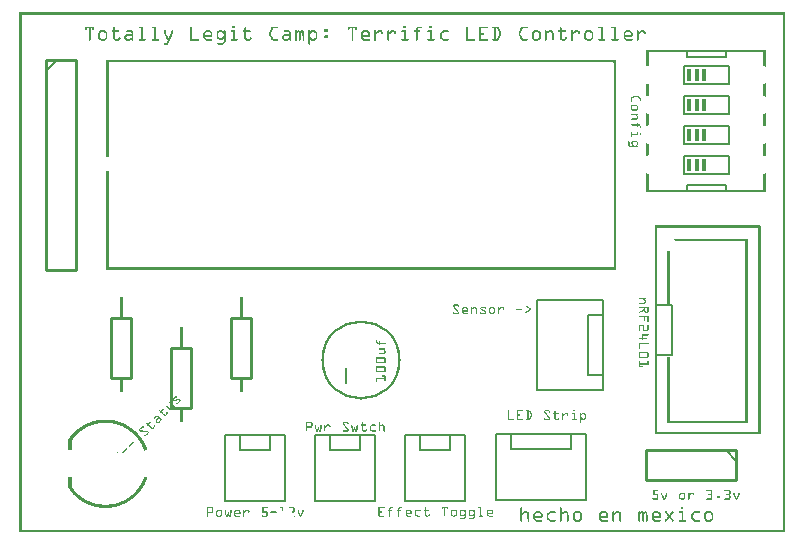
<source format=gto>
G04 MADE WITH FRITZING*
G04 WWW.FRITZING.ORG*
G04 DOUBLE SIDED*
G04 HOLES PLATED*
G04 CONTOUR ON CENTER OF CONTOUR VECTOR*
%ASAXBY*%
%FSLAX23Y23*%
%MOIN*%
%OFA0B0*%
%SFA1.0B1.0*%
%ADD10C,0.263906X0.247906*%
%ADD11R,0.063000X0.173200X0.047000X0.157200*%
%ADD12C,0.008000*%
%ADD13R,0.015000X0.040000*%
%ADD14C,0.010000*%
%ADD15C,0.005000*%
%ADD16R,0.001000X0.001000*%
%LNSILK1*%
G90*
G70*
G54D10*
X1140Y574D03*
G54D12*
X2122Y757D02*
X2177Y757D01*
X2177Y592D01*
X2122Y592D01*
X2122Y757D01*
D02*
G54D13*
X2283Y1224D03*
X2258Y1224D03*
X2233Y1224D03*
X2283Y1324D03*
X2258Y1324D03*
X2233Y1324D03*
X2283Y1424D03*
X2258Y1424D03*
X2233Y1424D03*
X2283Y1524D03*
X2258Y1524D03*
X2233Y1524D03*
G54D14*
X773Y715D02*
X773Y515D01*
D02*
X773Y515D02*
X707Y515D01*
D02*
X707Y515D02*
X707Y715D01*
D02*
X707Y715D02*
X773Y715D01*
D02*
X573Y615D02*
X573Y415D01*
D02*
X573Y415D02*
X507Y415D01*
D02*
X507Y415D02*
X507Y615D01*
D02*
X507Y615D02*
X573Y615D01*
D02*
X373Y715D02*
X373Y515D01*
D02*
X373Y515D02*
X307Y515D01*
D02*
X307Y515D02*
X307Y715D01*
D02*
X307Y715D02*
X373Y715D01*
G54D12*
D02*
X2485Y1604D02*
X2355Y1604D01*
D02*
X2225Y1604D02*
X2225Y1584D01*
D02*
X2225Y1584D02*
X2355Y1584D01*
D02*
X2355Y1584D02*
X2355Y1604D01*
D02*
X2225Y1604D02*
X2095Y1604D01*
D02*
X2355Y1604D02*
X2225Y1604D01*
D02*
X2095Y1138D02*
X2225Y1138D01*
D02*
X2355Y1138D02*
X2355Y1158D01*
D02*
X2355Y1158D02*
X2225Y1158D01*
D02*
X2225Y1158D02*
X2225Y1138D01*
D02*
X2355Y1138D02*
X2485Y1138D01*
D02*
X2225Y1138D02*
X2355Y1138D01*
D02*
X2365Y1254D02*
X2215Y1254D01*
D02*
X2365Y1254D02*
X2365Y1194D01*
D02*
X2215Y1194D02*
X2365Y1194D01*
D02*
X2215Y1194D02*
X2215Y1254D01*
D02*
X2365Y1354D02*
X2215Y1354D01*
D02*
X2365Y1354D02*
X2365Y1294D01*
D02*
X2215Y1294D02*
X2365Y1294D01*
D02*
X2215Y1294D02*
X2215Y1354D01*
D02*
X2365Y1454D02*
X2215Y1454D01*
D02*
X2365Y1454D02*
X2365Y1394D01*
D02*
X2215Y1394D02*
X2365Y1394D01*
D02*
X2215Y1394D02*
X2215Y1454D01*
D02*
X2365Y1554D02*
X2215Y1554D01*
D02*
X2365Y1554D02*
X2365Y1494D01*
D02*
X2215Y1494D02*
X2365Y1494D01*
D02*
X2215Y1494D02*
X2215Y1554D01*
G54D15*
D02*
X1185Y104D02*
X1185Y324D01*
D02*
X985Y104D02*
X985Y324D01*
D02*
X985Y104D02*
X1185Y104D01*
D02*
X985Y324D02*
X1035Y324D01*
D02*
X1035Y324D02*
X1135Y324D01*
D02*
X1135Y324D02*
X1185Y324D01*
D02*
X1135Y324D02*
X1135Y274D01*
D02*
X1135Y274D02*
X1035Y274D01*
D02*
X1035Y274D02*
X1035Y324D01*
D02*
X885Y104D02*
X885Y324D01*
D02*
X685Y104D02*
X685Y324D01*
D02*
X685Y104D02*
X885Y104D01*
D02*
X685Y324D02*
X735Y324D01*
D02*
X735Y324D02*
X835Y324D01*
D02*
X835Y324D02*
X885Y324D01*
D02*
X835Y324D02*
X835Y274D01*
D02*
X835Y274D02*
X735Y274D01*
D02*
X735Y274D02*
X735Y324D01*
D02*
X1485Y104D02*
X1485Y324D01*
D02*
X1285Y104D02*
X1285Y324D01*
D02*
X1285Y104D02*
X1485Y104D01*
D02*
X1285Y324D02*
X1335Y324D01*
D02*
X1335Y324D02*
X1435Y324D01*
D02*
X1435Y324D02*
X1485Y324D01*
D02*
X1435Y324D02*
X1435Y274D01*
D02*
X1435Y274D02*
X1335Y274D01*
D02*
X1335Y274D02*
X1335Y324D01*
G54D14*
D02*
X2390Y274D02*
X2090Y274D01*
D02*
X2090Y274D02*
X2090Y174D01*
D02*
X2090Y174D02*
X2390Y174D01*
D02*
X2390Y174D02*
X2390Y274D01*
G54D15*
D02*
X2355Y274D02*
X2390Y239D01*
D02*
X1890Y109D02*
X1890Y329D01*
D02*
X1590Y109D02*
X1590Y329D01*
D02*
X1590Y109D02*
X1890Y109D01*
D02*
X1590Y329D02*
X1640Y329D01*
D02*
X1640Y329D02*
X1840Y329D01*
D02*
X1840Y329D02*
X1890Y329D01*
D02*
X1840Y329D02*
X1840Y279D01*
D02*
X1840Y279D02*
X1640Y279D01*
D02*
X1640Y279D02*
X1640Y329D01*
G54D12*
D02*
X1090Y549D02*
X1090Y499D01*
G54D15*
D02*
X1725Y474D02*
X1945Y474D01*
D02*
X1725Y774D02*
X1945Y774D01*
D02*
X1725Y774D02*
X1725Y474D01*
D02*
X1945Y774D02*
X1945Y724D01*
D02*
X1945Y724D02*
X1945Y524D01*
D02*
X1945Y524D02*
X1945Y474D01*
D02*
X1945Y524D02*
X1895Y524D01*
D02*
X1895Y524D02*
X1895Y724D01*
D02*
X1895Y724D02*
X1945Y724D01*
G54D14*
D02*
X90Y1574D02*
X90Y874D01*
D02*
X90Y874D02*
X190Y874D01*
D02*
X190Y874D02*
X190Y1574D01*
D02*
X190Y1574D02*
X90Y1574D01*
G54D15*
D02*
X90Y1539D02*
X125Y1574D01*
G54D16*
X0Y1733D02*
X2553Y1733D01*
X0Y1732D02*
X2553Y1732D01*
X0Y1731D02*
X2553Y1731D01*
X0Y1730D02*
X2553Y1730D01*
X0Y1729D02*
X2553Y1729D01*
X0Y1728D02*
X2553Y1728D01*
X0Y1727D02*
X2553Y1727D01*
X0Y1726D02*
X2553Y1726D01*
X0Y1725D02*
X7Y1725D01*
X2546Y1725D02*
X2553Y1725D01*
X0Y1724D02*
X7Y1724D01*
X2546Y1724D02*
X2553Y1724D01*
X0Y1723D02*
X7Y1723D01*
X2546Y1723D02*
X2553Y1723D01*
X0Y1722D02*
X7Y1722D01*
X2546Y1722D02*
X2553Y1722D01*
X0Y1721D02*
X7Y1721D01*
X2546Y1721D02*
X2553Y1721D01*
X0Y1720D02*
X7Y1720D01*
X2546Y1720D02*
X2553Y1720D01*
X0Y1719D02*
X7Y1719D01*
X2546Y1719D02*
X2553Y1719D01*
X0Y1718D02*
X7Y1718D01*
X2546Y1718D02*
X2553Y1718D01*
X0Y1717D02*
X7Y1717D01*
X2546Y1717D02*
X2553Y1717D01*
X0Y1716D02*
X7Y1716D01*
X2546Y1716D02*
X2553Y1716D01*
X0Y1715D02*
X7Y1715D01*
X2546Y1715D02*
X2553Y1715D01*
X0Y1714D02*
X7Y1714D01*
X2546Y1714D02*
X2553Y1714D01*
X0Y1713D02*
X7Y1713D01*
X2546Y1713D02*
X2553Y1713D01*
X0Y1712D02*
X7Y1712D01*
X2546Y1712D02*
X2553Y1712D01*
X0Y1711D02*
X7Y1711D01*
X2546Y1711D02*
X2553Y1711D01*
X0Y1710D02*
X7Y1710D01*
X2546Y1710D02*
X2553Y1710D01*
X0Y1709D02*
X7Y1709D01*
X2546Y1709D02*
X2553Y1709D01*
X0Y1708D02*
X7Y1708D01*
X2546Y1708D02*
X2553Y1708D01*
X0Y1707D02*
X7Y1707D01*
X2546Y1707D02*
X2553Y1707D01*
X0Y1706D02*
X7Y1706D01*
X2546Y1706D02*
X2553Y1706D01*
X0Y1705D02*
X7Y1705D01*
X2546Y1705D02*
X2553Y1705D01*
X0Y1704D02*
X7Y1704D01*
X2546Y1704D02*
X2553Y1704D01*
X0Y1703D02*
X7Y1703D01*
X2546Y1703D02*
X2553Y1703D01*
X0Y1702D02*
X7Y1702D01*
X2546Y1702D02*
X2553Y1702D01*
X0Y1701D02*
X7Y1701D01*
X2546Y1701D02*
X2553Y1701D01*
X0Y1700D02*
X7Y1700D01*
X2546Y1700D02*
X2553Y1700D01*
X0Y1699D02*
X7Y1699D01*
X2546Y1699D02*
X2553Y1699D01*
X0Y1698D02*
X7Y1698D01*
X2546Y1698D02*
X2553Y1698D01*
X0Y1697D02*
X7Y1697D01*
X2546Y1697D02*
X2553Y1697D01*
X0Y1696D02*
X7Y1696D01*
X2546Y1696D02*
X2553Y1696D01*
X0Y1695D02*
X7Y1695D01*
X2546Y1695D02*
X2553Y1695D01*
X0Y1694D02*
X7Y1694D01*
X2546Y1694D02*
X2553Y1694D01*
X0Y1693D02*
X7Y1693D01*
X2546Y1693D02*
X2553Y1693D01*
X0Y1692D02*
X7Y1692D01*
X2546Y1692D02*
X2553Y1692D01*
X0Y1691D02*
X7Y1691D01*
X2546Y1691D02*
X2553Y1691D01*
X0Y1690D02*
X7Y1690D01*
X2546Y1690D02*
X2553Y1690D01*
X0Y1689D02*
X7Y1689D01*
X713Y1689D02*
X716Y1689D01*
X1282Y1689D02*
X1285Y1689D01*
X1370Y1689D02*
X1373Y1689D01*
X2546Y1689D02*
X2553Y1689D01*
X0Y1688D02*
X7Y1688D01*
X711Y1688D02*
X718Y1688D01*
X1280Y1688D02*
X1287Y1688D01*
X1368Y1688D02*
X1375Y1688D01*
X2546Y1688D02*
X2553Y1688D01*
X0Y1687D02*
X7Y1687D01*
X711Y1687D02*
X718Y1687D01*
X1280Y1687D02*
X1288Y1687D01*
X1367Y1687D02*
X1375Y1687D01*
X2546Y1687D02*
X2553Y1687D01*
X0Y1686D02*
X7Y1686D01*
X220Y1686D02*
X249Y1686D01*
X399Y1686D02*
X411Y1686D01*
X443Y1686D02*
X455Y1686D01*
X572Y1686D02*
X574Y1686D01*
X711Y1686D02*
X719Y1686D01*
X846Y1686D02*
X861Y1686D01*
X1096Y1686D02*
X1125Y1686D01*
X1280Y1686D02*
X1288Y1686D01*
X1329Y1686D02*
X1341Y1686D01*
X1367Y1686D02*
X1375Y1686D01*
X1491Y1686D02*
X1493Y1686D01*
X1533Y1686D02*
X1561Y1686D01*
X1578Y1686D02*
X1593Y1686D01*
X1677Y1686D02*
X1692Y1686D01*
X1932Y1686D02*
X1943Y1686D01*
X1976Y1686D02*
X1987Y1686D01*
X2546Y1686D02*
X2553Y1686D01*
X0Y1685D02*
X7Y1685D01*
X220Y1685D02*
X249Y1685D01*
X398Y1685D02*
X412Y1685D01*
X442Y1685D02*
X455Y1685D01*
X571Y1685D02*
X575Y1685D01*
X710Y1685D02*
X719Y1685D01*
X844Y1685D02*
X862Y1685D01*
X1096Y1685D02*
X1125Y1685D01*
X1280Y1685D02*
X1288Y1685D01*
X1327Y1685D02*
X1342Y1685D01*
X1367Y1685D02*
X1375Y1685D01*
X1490Y1685D02*
X1494Y1685D01*
X1533Y1685D02*
X1562Y1685D01*
X1578Y1685D02*
X1595Y1685D01*
X1675Y1685D02*
X1693Y1685D01*
X1931Y1685D02*
X1944Y1685D01*
X1975Y1685D02*
X1988Y1685D01*
X2546Y1685D02*
X2553Y1685D01*
X0Y1684D02*
X7Y1684D01*
X220Y1684D02*
X249Y1684D01*
X398Y1684D02*
X412Y1684D01*
X442Y1684D02*
X456Y1684D01*
X570Y1684D02*
X575Y1684D01*
X710Y1684D02*
X719Y1684D01*
X842Y1684D02*
X862Y1684D01*
X1096Y1684D02*
X1125Y1684D01*
X1280Y1684D02*
X1288Y1684D01*
X1326Y1684D02*
X1342Y1684D01*
X1367Y1684D02*
X1375Y1684D01*
X1490Y1684D02*
X1495Y1684D01*
X1533Y1684D02*
X1562Y1684D01*
X1577Y1684D02*
X1597Y1684D01*
X1674Y1684D02*
X1694Y1684D01*
X1930Y1684D02*
X1944Y1684D01*
X1974Y1684D02*
X1988Y1684D01*
X2546Y1684D02*
X2553Y1684D01*
X0Y1683D02*
X7Y1683D01*
X220Y1683D02*
X249Y1683D01*
X314Y1683D02*
X318Y1683D01*
X398Y1683D02*
X412Y1683D01*
X442Y1683D02*
X456Y1683D01*
X570Y1683D02*
X575Y1683D01*
X711Y1683D02*
X719Y1683D01*
X752Y1683D02*
X756Y1683D01*
X841Y1683D02*
X862Y1683D01*
X1096Y1683D02*
X1125Y1683D01*
X1280Y1683D02*
X1288Y1683D01*
X1325Y1683D02*
X1342Y1683D01*
X1367Y1683D02*
X1375Y1683D01*
X1490Y1683D02*
X1495Y1683D01*
X1533Y1683D02*
X1562Y1683D01*
X1577Y1683D02*
X1598Y1683D01*
X1673Y1683D02*
X1694Y1683D01*
X1803Y1683D02*
X1806Y1683D01*
X1930Y1683D02*
X1944Y1683D01*
X1974Y1683D02*
X1988Y1683D01*
X2546Y1683D02*
X2553Y1683D01*
X0Y1682D02*
X7Y1682D01*
X220Y1682D02*
X249Y1682D01*
X314Y1682D02*
X318Y1682D01*
X399Y1682D02*
X412Y1682D01*
X442Y1682D02*
X456Y1682D01*
X570Y1682D02*
X575Y1682D01*
X711Y1682D02*
X718Y1682D01*
X752Y1682D02*
X756Y1682D01*
X841Y1682D02*
X862Y1682D01*
X1096Y1682D02*
X1125Y1682D01*
X1280Y1682D02*
X1287Y1682D01*
X1324Y1682D02*
X1342Y1682D01*
X1368Y1682D02*
X1375Y1682D01*
X1490Y1682D02*
X1495Y1682D01*
X1533Y1682D02*
X1562Y1682D01*
X1578Y1682D02*
X1598Y1682D01*
X1673Y1682D02*
X1693Y1682D01*
X1802Y1682D02*
X1807Y1682D01*
X1931Y1682D02*
X1944Y1682D01*
X1975Y1682D02*
X1988Y1682D01*
X2546Y1682D02*
X2553Y1682D01*
X0Y1681D02*
X7Y1681D01*
X220Y1681D02*
X249Y1681D01*
X314Y1681D02*
X319Y1681D01*
X399Y1681D02*
X412Y1681D01*
X443Y1681D02*
X456Y1681D01*
X570Y1681D02*
X575Y1681D01*
X712Y1681D02*
X717Y1681D01*
X751Y1681D02*
X756Y1681D01*
X840Y1681D02*
X861Y1681D01*
X1096Y1681D02*
X1125Y1681D01*
X1281Y1681D02*
X1286Y1681D01*
X1323Y1681D02*
X1341Y1681D01*
X1369Y1681D02*
X1374Y1681D01*
X1490Y1681D02*
X1495Y1681D01*
X1533Y1681D02*
X1561Y1681D01*
X1579Y1681D02*
X1599Y1681D01*
X1672Y1681D02*
X1692Y1681D01*
X1802Y1681D02*
X1807Y1681D01*
X1932Y1681D02*
X1944Y1681D01*
X1976Y1681D02*
X1988Y1681D01*
X2546Y1681D02*
X2553Y1681D01*
X0Y1680D02*
X7Y1680D01*
X220Y1680D02*
X225Y1680D01*
X232Y1680D02*
X237Y1680D01*
X244Y1680D02*
X249Y1680D01*
X314Y1680D02*
X319Y1680D01*
X407Y1680D02*
X412Y1680D01*
X451Y1680D02*
X456Y1680D01*
X570Y1680D02*
X575Y1680D01*
X751Y1680D02*
X756Y1680D01*
X840Y1680D02*
X846Y1680D01*
X1096Y1680D02*
X1101Y1680D01*
X1108Y1680D02*
X1113Y1680D01*
X1120Y1680D02*
X1125Y1680D01*
X1323Y1680D02*
X1330Y1680D01*
X1490Y1680D02*
X1495Y1680D01*
X1533Y1680D02*
X1538Y1680D01*
X1583Y1680D02*
X1588Y1680D01*
X1593Y1680D02*
X1599Y1680D01*
X1671Y1680D02*
X1678Y1680D01*
X1802Y1680D02*
X1807Y1680D01*
X1939Y1680D02*
X1944Y1680D01*
X1983Y1680D02*
X1988Y1680D01*
X2546Y1680D02*
X2553Y1680D01*
X0Y1679D02*
X7Y1679D01*
X220Y1679D02*
X225Y1679D01*
X232Y1679D02*
X237Y1679D01*
X244Y1679D02*
X249Y1679D01*
X314Y1679D02*
X319Y1679D01*
X407Y1679D02*
X412Y1679D01*
X451Y1679D02*
X456Y1679D01*
X570Y1679D02*
X575Y1679D01*
X751Y1679D02*
X756Y1679D01*
X839Y1679D02*
X845Y1679D01*
X1096Y1679D02*
X1101Y1679D01*
X1108Y1679D02*
X1113Y1679D01*
X1120Y1679D02*
X1125Y1679D01*
X1322Y1679D02*
X1328Y1679D01*
X1490Y1679D02*
X1495Y1679D01*
X1533Y1679D02*
X1538Y1679D01*
X1583Y1679D02*
X1588Y1679D01*
X1594Y1679D02*
X1600Y1679D01*
X1671Y1679D02*
X1677Y1679D01*
X1802Y1679D02*
X1807Y1679D01*
X1939Y1679D02*
X1944Y1679D01*
X1983Y1679D02*
X1988Y1679D01*
X2546Y1679D02*
X2553Y1679D01*
X0Y1678D02*
X7Y1678D01*
X220Y1678D02*
X225Y1678D01*
X232Y1678D02*
X237Y1678D01*
X244Y1678D02*
X249Y1678D01*
X314Y1678D02*
X319Y1678D01*
X407Y1678D02*
X412Y1678D01*
X451Y1678D02*
X456Y1678D01*
X570Y1678D02*
X575Y1678D01*
X751Y1678D02*
X756Y1678D01*
X839Y1678D02*
X845Y1678D01*
X1018Y1678D02*
X1027Y1678D01*
X1096Y1678D02*
X1101Y1678D01*
X1108Y1678D02*
X1113Y1678D01*
X1120Y1678D02*
X1125Y1678D01*
X1322Y1678D02*
X1328Y1678D01*
X1490Y1678D02*
X1495Y1678D01*
X1533Y1678D02*
X1538Y1678D01*
X1583Y1678D02*
X1588Y1678D01*
X1594Y1678D02*
X1600Y1678D01*
X1670Y1678D02*
X1676Y1678D01*
X1802Y1678D02*
X1807Y1678D01*
X1939Y1678D02*
X1944Y1678D01*
X1983Y1678D02*
X1988Y1678D01*
X2546Y1678D02*
X2553Y1678D01*
X0Y1677D02*
X7Y1677D01*
X220Y1677D02*
X225Y1677D01*
X232Y1677D02*
X237Y1677D01*
X244Y1677D02*
X249Y1677D01*
X314Y1677D02*
X319Y1677D01*
X407Y1677D02*
X412Y1677D01*
X451Y1677D02*
X456Y1677D01*
X570Y1677D02*
X575Y1677D01*
X751Y1677D02*
X756Y1677D01*
X838Y1677D02*
X844Y1677D01*
X1017Y1677D02*
X1028Y1677D01*
X1096Y1677D02*
X1100Y1677D01*
X1108Y1677D02*
X1113Y1677D01*
X1120Y1677D02*
X1124Y1677D01*
X1322Y1677D02*
X1327Y1677D01*
X1490Y1677D02*
X1495Y1677D01*
X1533Y1677D02*
X1538Y1677D01*
X1583Y1677D02*
X1588Y1677D01*
X1595Y1677D02*
X1601Y1677D01*
X1670Y1677D02*
X1676Y1677D01*
X1802Y1677D02*
X1807Y1677D01*
X1939Y1677D02*
X1944Y1677D01*
X1983Y1677D02*
X1988Y1677D01*
X2546Y1677D02*
X2553Y1677D01*
X0Y1676D02*
X7Y1676D01*
X221Y1676D02*
X224Y1676D01*
X232Y1676D02*
X237Y1676D01*
X245Y1676D02*
X248Y1676D01*
X314Y1676D02*
X319Y1676D01*
X407Y1676D02*
X412Y1676D01*
X451Y1676D02*
X456Y1676D01*
X570Y1676D02*
X575Y1676D01*
X751Y1676D02*
X756Y1676D01*
X838Y1676D02*
X844Y1676D01*
X1017Y1676D02*
X1028Y1676D01*
X1097Y1676D02*
X1099Y1676D01*
X1108Y1676D02*
X1113Y1676D01*
X1121Y1676D02*
X1123Y1676D01*
X1322Y1676D02*
X1327Y1676D01*
X1490Y1676D02*
X1495Y1676D01*
X1533Y1676D02*
X1538Y1676D01*
X1583Y1676D02*
X1588Y1676D01*
X1595Y1676D02*
X1601Y1676D01*
X1669Y1676D02*
X1675Y1676D01*
X1802Y1676D02*
X1807Y1676D01*
X1939Y1676D02*
X1944Y1676D01*
X1983Y1676D02*
X1988Y1676D01*
X2546Y1676D02*
X2553Y1676D01*
X0Y1675D02*
X7Y1675D01*
X232Y1675D02*
X237Y1675D01*
X314Y1675D02*
X319Y1675D01*
X407Y1675D02*
X412Y1675D01*
X451Y1675D02*
X456Y1675D01*
X570Y1675D02*
X575Y1675D01*
X751Y1675D02*
X756Y1675D01*
X837Y1675D02*
X843Y1675D01*
X979Y1675D02*
X979Y1675D01*
X1017Y1675D02*
X1028Y1675D01*
X1108Y1675D02*
X1113Y1675D01*
X1322Y1675D02*
X1327Y1675D01*
X1490Y1675D02*
X1495Y1675D01*
X1533Y1675D02*
X1538Y1675D01*
X1583Y1675D02*
X1588Y1675D01*
X1596Y1675D02*
X1602Y1675D01*
X1669Y1675D02*
X1675Y1675D01*
X1802Y1675D02*
X1807Y1675D01*
X1939Y1675D02*
X1944Y1675D01*
X1983Y1675D02*
X1988Y1675D01*
X2546Y1675D02*
X2553Y1675D01*
X0Y1674D02*
X7Y1674D01*
X232Y1674D02*
X237Y1674D01*
X313Y1674D02*
X319Y1674D01*
X407Y1674D02*
X412Y1674D01*
X451Y1674D02*
X456Y1674D01*
X570Y1674D02*
X575Y1674D01*
X751Y1674D02*
X757Y1674D01*
X837Y1674D02*
X843Y1674D01*
X965Y1674D02*
X968Y1674D01*
X975Y1674D02*
X983Y1674D01*
X1017Y1674D02*
X1028Y1674D01*
X1108Y1674D02*
X1113Y1674D01*
X1322Y1674D02*
X1327Y1674D01*
X1490Y1674D02*
X1495Y1674D01*
X1533Y1674D02*
X1538Y1674D01*
X1583Y1674D02*
X1588Y1674D01*
X1596Y1674D02*
X1602Y1674D01*
X1669Y1674D02*
X1674Y1674D01*
X1802Y1674D02*
X1807Y1674D01*
X1939Y1674D02*
X1944Y1674D01*
X1983Y1674D02*
X1988Y1674D01*
X2546Y1674D02*
X2553Y1674D01*
X0Y1673D02*
X7Y1673D01*
X232Y1673D02*
X237Y1673D01*
X271Y1673D02*
X285Y1673D01*
X309Y1673D02*
X332Y1673D01*
X358Y1673D02*
X374Y1673D01*
X407Y1673D02*
X412Y1673D01*
X451Y1673D02*
X456Y1673D01*
X484Y1673D02*
X487Y1673D01*
X508Y1673D02*
X511Y1673D01*
X570Y1673D02*
X575Y1673D01*
X622Y1673D02*
X635Y1673D01*
X665Y1673D02*
X676Y1673D01*
X683Y1673D02*
X686Y1673D01*
X706Y1673D02*
X717Y1673D01*
X746Y1673D02*
X770Y1673D01*
X836Y1673D02*
X842Y1673D01*
X884Y1673D02*
X900Y1673D01*
X921Y1673D02*
X924Y1673D01*
X928Y1673D02*
X933Y1673D01*
X940Y1673D02*
X945Y1673D01*
X964Y1673D02*
X969Y1673D01*
X973Y1673D02*
X985Y1673D01*
X1017Y1673D02*
X1028Y1673D01*
X1108Y1673D02*
X1113Y1673D01*
X1147Y1673D02*
X1161Y1673D01*
X1184Y1673D02*
X1187Y1673D01*
X1196Y1673D02*
X1207Y1673D01*
X1228Y1673D02*
X1231Y1673D01*
X1240Y1673D02*
X1250Y1673D01*
X1275Y1673D02*
X1287Y1673D01*
X1317Y1673D02*
X1335Y1673D01*
X1362Y1673D02*
X1374Y1673D01*
X1413Y1673D02*
X1430Y1673D01*
X1490Y1673D02*
X1495Y1673D01*
X1533Y1673D02*
X1538Y1673D01*
X1583Y1673D02*
X1588Y1673D01*
X1597Y1673D02*
X1603Y1673D01*
X1668Y1673D02*
X1674Y1673D01*
X1716Y1673D02*
X1730Y1673D01*
X1753Y1673D02*
X1756Y1673D01*
X1766Y1673D02*
X1775Y1673D01*
X1797Y1673D02*
X1821Y1673D01*
X1841Y1673D02*
X1844Y1673D01*
X1853Y1673D02*
X1863Y1673D01*
X1891Y1673D02*
X1905Y1673D01*
X1939Y1673D02*
X1944Y1673D01*
X1983Y1673D02*
X1988Y1673D01*
X2023Y1673D02*
X2036Y1673D01*
X2060Y1673D02*
X2063Y1673D01*
X2072Y1673D02*
X2082Y1673D01*
X2546Y1673D02*
X2553Y1673D01*
X0Y1672D02*
X7Y1672D01*
X232Y1672D02*
X237Y1672D01*
X270Y1672D02*
X287Y1672D01*
X308Y1672D02*
X333Y1672D01*
X358Y1672D02*
X376Y1672D01*
X407Y1672D02*
X412Y1672D01*
X451Y1672D02*
X456Y1672D01*
X483Y1672D02*
X487Y1672D01*
X507Y1672D02*
X511Y1672D01*
X570Y1672D02*
X575Y1672D01*
X620Y1672D02*
X637Y1672D01*
X664Y1672D02*
X678Y1672D01*
X682Y1672D02*
X687Y1672D01*
X705Y1672D02*
X718Y1672D01*
X746Y1672D02*
X771Y1672D01*
X836Y1672D02*
X842Y1672D01*
X883Y1672D02*
X901Y1672D01*
X920Y1672D02*
X935Y1672D01*
X938Y1672D02*
X946Y1672D01*
X964Y1672D02*
X969Y1672D01*
X972Y1672D02*
X986Y1672D01*
X1017Y1672D02*
X1028Y1672D01*
X1108Y1672D02*
X1113Y1672D01*
X1145Y1672D02*
X1162Y1672D01*
X1183Y1672D02*
X1188Y1672D01*
X1195Y1672D02*
X1208Y1672D01*
X1227Y1672D02*
X1232Y1672D01*
X1239Y1672D02*
X1252Y1672D01*
X1274Y1672D02*
X1287Y1672D01*
X1316Y1672D02*
X1336Y1672D01*
X1362Y1672D02*
X1375Y1672D01*
X1411Y1672D02*
X1431Y1672D01*
X1490Y1672D02*
X1495Y1672D01*
X1533Y1672D02*
X1538Y1672D01*
X1583Y1672D02*
X1588Y1672D01*
X1598Y1672D02*
X1603Y1672D01*
X1668Y1672D02*
X1673Y1672D01*
X1714Y1672D02*
X1732Y1672D01*
X1753Y1672D02*
X1757Y1672D01*
X1764Y1672D02*
X1777Y1672D01*
X1796Y1672D02*
X1822Y1672D01*
X1840Y1672D02*
X1845Y1672D01*
X1852Y1672D02*
X1865Y1672D01*
X1890Y1672D02*
X1907Y1672D01*
X1939Y1672D02*
X1944Y1672D01*
X1983Y1672D02*
X1988Y1672D01*
X2021Y1672D02*
X2038Y1672D01*
X2059Y1672D02*
X2063Y1672D01*
X2071Y1672D02*
X2084Y1672D01*
X2546Y1672D02*
X2553Y1672D01*
X0Y1671D02*
X7Y1671D01*
X232Y1671D02*
X237Y1671D01*
X268Y1671D02*
X288Y1671D01*
X308Y1671D02*
X334Y1671D01*
X357Y1671D02*
X377Y1671D01*
X407Y1671D02*
X412Y1671D01*
X451Y1671D02*
X456Y1671D01*
X483Y1671D02*
X488Y1671D01*
X507Y1671D02*
X512Y1671D01*
X570Y1671D02*
X575Y1671D01*
X619Y1671D02*
X638Y1671D01*
X662Y1671D02*
X679Y1671D01*
X682Y1671D02*
X687Y1671D01*
X705Y1671D02*
X719Y1671D01*
X745Y1671D02*
X771Y1671D01*
X835Y1671D02*
X841Y1671D01*
X883Y1671D02*
X902Y1671D01*
X920Y1671D02*
X947Y1671D01*
X964Y1671D02*
X969Y1671D01*
X971Y1671D02*
X987Y1671D01*
X1017Y1671D02*
X1028Y1671D01*
X1108Y1671D02*
X1113Y1671D01*
X1144Y1671D02*
X1164Y1671D01*
X1183Y1671D02*
X1188Y1671D01*
X1194Y1671D02*
X1210Y1671D01*
X1227Y1671D02*
X1232Y1671D01*
X1238Y1671D02*
X1253Y1671D01*
X1274Y1671D02*
X1288Y1671D01*
X1316Y1671D02*
X1336Y1671D01*
X1361Y1671D02*
X1375Y1671D01*
X1409Y1671D02*
X1431Y1671D01*
X1490Y1671D02*
X1495Y1671D01*
X1533Y1671D02*
X1538Y1671D01*
X1583Y1671D02*
X1588Y1671D01*
X1598Y1671D02*
X1604Y1671D01*
X1667Y1671D02*
X1673Y1671D01*
X1713Y1671D02*
X1733Y1671D01*
X1752Y1671D02*
X1757Y1671D01*
X1762Y1671D02*
X1778Y1671D01*
X1796Y1671D02*
X1822Y1671D01*
X1840Y1671D02*
X1845Y1671D01*
X1850Y1671D02*
X1866Y1671D01*
X1888Y1671D02*
X1908Y1671D01*
X1939Y1671D02*
X1944Y1671D01*
X1983Y1671D02*
X1988Y1671D01*
X2020Y1671D02*
X2039Y1671D01*
X2059Y1671D02*
X2064Y1671D01*
X2069Y1671D02*
X2085Y1671D01*
X2546Y1671D02*
X2553Y1671D01*
X0Y1670D02*
X7Y1670D01*
X232Y1670D02*
X237Y1670D01*
X267Y1670D02*
X289Y1670D01*
X308Y1670D02*
X333Y1670D01*
X357Y1670D02*
X378Y1670D01*
X407Y1670D02*
X412Y1670D01*
X451Y1670D02*
X456Y1670D01*
X483Y1670D02*
X488Y1670D01*
X507Y1670D02*
X512Y1670D01*
X570Y1670D02*
X575Y1670D01*
X618Y1670D02*
X640Y1670D01*
X661Y1670D02*
X687Y1670D01*
X705Y1670D02*
X719Y1670D01*
X745Y1670D02*
X771Y1670D01*
X835Y1670D02*
X841Y1670D01*
X883Y1670D02*
X903Y1670D01*
X920Y1670D02*
X948Y1670D01*
X964Y1670D02*
X988Y1670D01*
X1017Y1670D02*
X1028Y1670D01*
X1108Y1670D02*
X1113Y1670D01*
X1143Y1670D02*
X1165Y1670D01*
X1183Y1670D02*
X1188Y1670D01*
X1193Y1670D02*
X1210Y1670D01*
X1227Y1670D02*
X1232Y1670D01*
X1236Y1670D02*
X1254Y1670D01*
X1274Y1670D02*
X1288Y1670D01*
X1316Y1670D02*
X1336Y1670D01*
X1361Y1670D02*
X1375Y1670D01*
X1408Y1670D02*
X1431Y1670D01*
X1490Y1670D02*
X1495Y1670D01*
X1533Y1670D02*
X1538Y1670D01*
X1583Y1670D02*
X1588Y1670D01*
X1599Y1670D02*
X1604Y1670D01*
X1667Y1670D02*
X1672Y1670D01*
X1712Y1670D02*
X1734Y1670D01*
X1752Y1670D02*
X1757Y1670D01*
X1761Y1670D02*
X1779Y1670D01*
X1796Y1670D02*
X1822Y1670D01*
X1840Y1670D02*
X1845Y1670D01*
X1849Y1670D02*
X1867Y1670D01*
X1887Y1670D02*
X1909Y1670D01*
X1939Y1670D02*
X1944Y1670D01*
X1983Y1670D02*
X1988Y1670D01*
X2018Y1670D02*
X2040Y1670D01*
X2059Y1670D02*
X2064Y1670D01*
X2068Y1670D02*
X2086Y1670D01*
X2546Y1670D02*
X2553Y1670D01*
X0Y1669D02*
X7Y1669D01*
X232Y1669D02*
X237Y1669D01*
X266Y1669D02*
X290Y1669D01*
X308Y1669D02*
X333Y1669D01*
X358Y1669D02*
X379Y1669D01*
X407Y1669D02*
X412Y1669D01*
X451Y1669D02*
X456Y1669D01*
X483Y1669D02*
X488Y1669D01*
X507Y1669D02*
X512Y1669D01*
X570Y1669D02*
X575Y1669D01*
X617Y1669D02*
X641Y1669D01*
X660Y1669D02*
X687Y1669D01*
X705Y1669D02*
X719Y1669D01*
X746Y1669D02*
X771Y1669D01*
X834Y1669D02*
X840Y1669D01*
X883Y1669D02*
X904Y1669D01*
X920Y1669D02*
X949Y1669D01*
X964Y1669D02*
X989Y1669D01*
X1018Y1669D02*
X1028Y1669D01*
X1108Y1669D02*
X1113Y1669D01*
X1142Y1669D02*
X1166Y1669D01*
X1183Y1669D02*
X1188Y1669D01*
X1191Y1669D02*
X1211Y1669D01*
X1227Y1669D02*
X1232Y1669D01*
X1235Y1669D02*
X1255Y1669D01*
X1274Y1669D02*
X1288Y1669D01*
X1316Y1669D02*
X1335Y1669D01*
X1362Y1669D02*
X1375Y1669D01*
X1407Y1669D02*
X1431Y1669D01*
X1490Y1669D02*
X1495Y1669D01*
X1533Y1669D02*
X1538Y1669D01*
X1583Y1669D02*
X1588Y1669D01*
X1599Y1669D02*
X1605Y1669D01*
X1666Y1669D02*
X1672Y1669D01*
X1711Y1669D02*
X1735Y1669D01*
X1752Y1669D02*
X1779Y1669D01*
X1797Y1669D02*
X1822Y1669D01*
X1840Y1669D02*
X1845Y1669D01*
X1848Y1669D02*
X1868Y1669D01*
X1886Y1669D02*
X1910Y1669D01*
X1939Y1669D02*
X1944Y1669D01*
X1983Y1669D02*
X1988Y1669D01*
X2017Y1669D02*
X2042Y1669D01*
X2059Y1669D02*
X2064Y1669D01*
X2067Y1669D02*
X2087Y1669D01*
X2546Y1669D02*
X2553Y1669D01*
X0Y1668D02*
X7Y1668D01*
X232Y1668D02*
X237Y1668D01*
X266Y1668D02*
X291Y1668D01*
X309Y1668D02*
X332Y1668D01*
X359Y1668D02*
X379Y1668D01*
X407Y1668D02*
X412Y1668D01*
X451Y1668D02*
X456Y1668D01*
X483Y1668D02*
X488Y1668D01*
X507Y1668D02*
X512Y1668D01*
X570Y1668D02*
X575Y1668D01*
X616Y1668D02*
X641Y1668D01*
X659Y1668D02*
X687Y1668D01*
X706Y1668D02*
X719Y1668D01*
X747Y1668D02*
X770Y1668D01*
X834Y1668D02*
X840Y1668D01*
X884Y1668D02*
X904Y1668D01*
X920Y1668D02*
X949Y1668D01*
X964Y1668D02*
X976Y1668D01*
X982Y1668D02*
X990Y1668D01*
X1019Y1668D02*
X1026Y1668D01*
X1108Y1668D02*
X1113Y1668D01*
X1141Y1668D02*
X1167Y1668D01*
X1183Y1668D02*
X1188Y1668D01*
X1190Y1668D02*
X1212Y1668D01*
X1227Y1668D02*
X1232Y1668D01*
X1234Y1668D02*
X1255Y1668D01*
X1275Y1668D02*
X1288Y1668D01*
X1317Y1668D02*
X1334Y1668D01*
X1363Y1668D02*
X1375Y1668D01*
X1406Y1668D02*
X1429Y1668D01*
X1490Y1668D02*
X1495Y1668D01*
X1533Y1668D02*
X1538Y1668D01*
X1583Y1668D02*
X1588Y1668D01*
X1600Y1668D02*
X1605Y1668D01*
X1666Y1668D02*
X1671Y1668D01*
X1710Y1668D02*
X1736Y1668D01*
X1752Y1668D02*
X1780Y1668D01*
X1798Y1668D02*
X1820Y1668D01*
X1840Y1668D02*
X1845Y1668D01*
X1847Y1668D02*
X1868Y1668D01*
X1885Y1668D02*
X1911Y1668D01*
X1939Y1668D02*
X1944Y1668D01*
X1983Y1668D02*
X1988Y1668D01*
X2017Y1668D02*
X2042Y1668D01*
X2059Y1668D02*
X2064Y1668D01*
X2066Y1668D02*
X2087Y1668D01*
X2546Y1668D02*
X2553Y1668D01*
X0Y1667D02*
X7Y1667D01*
X232Y1667D02*
X237Y1667D01*
X265Y1667D02*
X272Y1667D01*
X284Y1667D02*
X292Y1667D01*
X314Y1667D02*
X319Y1667D01*
X373Y1667D02*
X379Y1667D01*
X407Y1667D02*
X412Y1667D01*
X451Y1667D02*
X456Y1667D01*
X483Y1667D02*
X488Y1667D01*
X507Y1667D02*
X512Y1667D01*
X570Y1667D02*
X575Y1667D01*
X615Y1667D02*
X622Y1667D01*
X635Y1667D02*
X642Y1667D01*
X659Y1667D02*
X666Y1667D01*
X675Y1667D02*
X687Y1667D01*
X714Y1667D02*
X719Y1667D01*
X751Y1667D02*
X756Y1667D01*
X834Y1667D02*
X839Y1667D01*
X899Y1667D02*
X905Y1667D01*
X920Y1667D02*
X929Y1667D01*
X932Y1667D02*
X941Y1667D01*
X944Y1667D02*
X949Y1667D01*
X964Y1667D02*
X975Y1667D01*
X983Y1667D02*
X991Y1667D01*
X1108Y1667D02*
X1113Y1667D01*
X1140Y1667D02*
X1148Y1667D01*
X1160Y1667D02*
X1167Y1667D01*
X1183Y1667D02*
X1198Y1667D01*
X1206Y1667D02*
X1212Y1667D01*
X1227Y1667D02*
X1241Y1667D01*
X1250Y1667D02*
X1256Y1667D01*
X1283Y1667D02*
X1288Y1667D01*
X1322Y1667D02*
X1327Y1667D01*
X1370Y1667D02*
X1375Y1667D01*
X1405Y1667D02*
X1414Y1667D01*
X1490Y1667D02*
X1495Y1667D01*
X1533Y1667D02*
X1538Y1667D01*
X1583Y1667D02*
X1588Y1667D01*
X1600Y1667D02*
X1606Y1667D01*
X1665Y1667D02*
X1671Y1667D01*
X1710Y1667D02*
X1717Y1667D01*
X1729Y1667D02*
X1737Y1667D01*
X1752Y1667D02*
X1766Y1667D01*
X1774Y1667D02*
X1780Y1667D01*
X1802Y1667D02*
X1807Y1667D01*
X1840Y1667D02*
X1854Y1667D01*
X1863Y1667D02*
X1869Y1667D01*
X1885Y1667D02*
X1892Y1667D01*
X1904Y1667D02*
X1912Y1667D01*
X1939Y1667D02*
X1944Y1667D01*
X1983Y1667D02*
X1988Y1667D01*
X2016Y1667D02*
X2023Y1667D01*
X2036Y1667D02*
X2043Y1667D01*
X2059Y1667D02*
X2073Y1667D01*
X2081Y1667D02*
X2088Y1667D01*
X2546Y1667D02*
X2553Y1667D01*
X0Y1666D02*
X7Y1666D01*
X232Y1666D02*
X237Y1666D01*
X264Y1666D02*
X271Y1666D01*
X286Y1666D02*
X292Y1666D01*
X314Y1666D02*
X319Y1666D01*
X374Y1666D02*
X380Y1666D01*
X407Y1666D02*
X412Y1666D01*
X451Y1666D02*
X456Y1666D01*
X483Y1666D02*
X488Y1666D01*
X507Y1666D02*
X512Y1666D01*
X570Y1666D02*
X575Y1666D01*
X615Y1666D02*
X621Y1666D01*
X636Y1666D02*
X643Y1666D01*
X658Y1666D02*
X665Y1666D01*
X677Y1666D02*
X687Y1666D01*
X714Y1666D02*
X719Y1666D01*
X751Y1666D02*
X756Y1666D01*
X833Y1666D02*
X839Y1666D01*
X899Y1666D02*
X905Y1666D01*
X920Y1666D02*
X928Y1666D01*
X932Y1666D02*
X940Y1666D01*
X944Y1666D02*
X949Y1666D01*
X964Y1666D02*
X974Y1666D01*
X984Y1666D02*
X992Y1666D01*
X1108Y1666D02*
X1113Y1666D01*
X1140Y1666D02*
X1147Y1666D01*
X1161Y1666D02*
X1168Y1666D01*
X1183Y1666D02*
X1196Y1666D01*
X1207Y1666D02*
X1212Y1666D01*
X1227Y1666D02*
X1240Y1666D01*
X1251Y1666D02*
X1256Y1666D01*
X1283Y1666D02*
X1288Y1666D01*
X1322Y1666D02*
X1327Y1666D01*
X1370Y1666D02*
X1375Y1666D01*
X1404Y1666D02*
X1412Y1666D01*
X1490Y1666D02*
X1495Y1666D01*
X1533Y1666D02*
X1548Y1666D01*
X1583Y1666D02*
X1588Y1666D01*
X1600Y1666D02*
X1606Y1666D01*
X1665Y1666D02*
X1670Y1666D01*
X1709Y1666D02*
X1716Y1666D01*
X1731Y1666D02*
X1737Y1666D01*
X1752Y1666D02*
X1765Y1666D01*
X1775Y1666D02*
X1780Y1666D01*
X1802Y1666D02*
X1807Y1666D01*
X1840Y1666D02*
X1853Y1666D01*
X1863Y1666D02*
X1869Y1666D01*
X1884Y1666D02*
X1891Y1666D01*
X1906Y1666D02*
X1912Y1666D01*
X1939Y1666D02*
X1944Y1666D01*
X1983Y1666D02*
X1988Y1666D01*
X2016Y1666D02*
X2022Y1666D01*
X2037Y1666D02*
X2043Y1666D01*
X2059Y1666D02*
X2072Y1666D01*
X2082Y1666D02*
X2088Y1666D01*
X2546Y1666D02*
X2553Y1666D01*
X0Y1665D02*
X7Y1665D01*
X232Y1665D02*
X237Y1665D01*
X264Y1665D02*
X270Y1665D01*
X287Y1665D02*
X293Y1665D01*
X314Y1665D02*
X319Y1665D01*
X374Y1665D02*
X380Y1665D01*
X407Y1665D02*
X412Y1665D01*
X451Y1665D02*
X456Y1665D01*
X483Y1665D02*
X488Y1665D01*
X506Y1665D02*
X512Y1665D01*
X570Y1665D02*
X575Y1665D01*
X614Y1665D02*
X620Y1665D01*
X637Y1665D02*
X643Y1665D01*
X658Y1665D02*
X664Y1665D01*
X678Y1665D02*
X687Y1665D01*
X714Y1665D02*
X719Y1665D01*
X751Y1665D02*
X756Y1665D01*
X833Y1665D02*
X838Y1665D01*
X900Y1665D02*
X905Y1665D01*
X920Y1665D02*
X927Y1665D01*
X932Y1665D02*
X939Y1665D01*
X944Y1665D02*
X949Y1665D01*
X964Y1665D02*
X973Y1665D01*
X986Y1665D02*
X993Y1665D01*
X1108Y1665D02*
X1113Y1665D01*
X1140Y1665D02*
X1145Y1665D01*
X1162Y1665D02*
X1168Y1665D01*
X1183Y1665D02*
X1195Y1665D01*
X1207Y1665D02*
X1212Y1665D01*
X1227Y1665D02*
X1239Y1665D01*
X1251Y1665D02*
X1256Y1665D01*
X1283Y1665D02*
X1288Y1665D01*
X1322Y1665D02*
X1327Y1665D01*
X1370Y1665D02*
X1375Y1665D01*
X1403Y1665D02*
X1411Y1665D01*
X1490Y1665D02*
X1495Y1665D01*
X1533Y1665D02*
X1550Y1665D01*
X1583Y1665D02*
X1588Y1665D01*
X1601Y1665D02*
X1606Y1665D01*
X1665Y1665D02*
X1670Y1665D01*
X1709Y1665D02*
X1715Y1665D01*
X1732Y1665D02*
X1737Y1665D01*
X1752Y1665D02*
X1763Y1665D01*
X1775Y1665D02*
X1781Y1665D01*
X1802Y1665D02*
X1807Y1665D01*
X1840Y1665D02*
X1852Y1665D01*
X1864Y1665D02*
X1869Y1665D01*
X1884Y1665D02*
X1890Y1665D01*
X1907Y1665D02*
X1912Y1665D01*
X1939Y1665D02*
X1944Y1665D01*
X1983Y1665D02*
X1988Y1665D01*
X2015Y1665D02*
X2021Y1665D01*
X2038Y1665D02*
X2044Y1665D01*
X2059Y1665D02*
X2071Y1665D01*
X2083Y1665D02*
X2088Y1665D01*
X2546Y1665D02*
X2553Y1665D01*
X0Y1664D02*
X7Y1664D01*
X232Y1664D02*
X237Y1664D01*
X264Y1664D02*
X269Y1664D01*
X287Y1664D02*
X293Y1664D01*
X314Y1664D02*
X319Y1664D01*
X375Y1664D02*
X380Y1664D01*
X407Y1664D02*
X412Y1664D01*
X451Y1664D02*
X456Y1664D01*
X483Y1664D02*
X489Y1664D01*
X506Y1664D02*
X511Y1664D01*
X570Y1664D02*
X575Y1664D01*
X614Y1664D02*
X619Y1664D01*
X638Y1664D02*
X643Y1664D01*
X658Y1664D02*
X663Y1664D01*
X679Y1664D02*
X687Y1664D01*
X714Y1664D02*
X719Y1664D01*
X751Y1664D02*
X756Y1664D01*
X833Y1664D02*
X838Y1664D01*
X900Y1664D02*
X905Y1664D01*
X920Y1664D02*
X925Y1664D01*
X932Y1664D02*
X938Y1664D01*
X944Y1664D02*
X949Y1664D01*
X964Y1664D02*
X972Y1664D01*
X987Y1664D02*
X993Y1664D01*
X1108Y1664D02*
X1113Y1664D01*
X1139Y1664D02*
X1145Y1664D01*
X1163Y1664D02*
X1168Y1664D01*
X1183Y1664D02*
X1194Y1664D01*
X1207Y1664D02*
X1212Y1664D01*
X1227Y1664D02*
X1238Y1664D01*
X1251Y1664D02*
X1256Y1664D01*
X1283Y1664D02*
X1288Y1664D01*
X1322Y1664D02*
X1327Y1664D01*
X1370Y1664D02*
X1375Y1664D01*
X1403Y1664D02*
X1410Y1664D01*
X1490Y1664D02*
X1495Y1664D01*
X1533Y1664D02*
X1550Y1664D01*
X1583Y1664D02*
X1588Y1664D01*
X1601Y1664D02*
X1606Y1664D01*
X1665Y1664D02*
X1670Y1664D01*
X1709Y1664D02*
X1714Y1664D01*
X1732Y1664D02*
X1737Y1664D01*
X1752Y1664D02*
X1762Y1664D01*
X1776Y1664D02*
X1781Y1664D01*
X1802Y1664D02*
X1807Y1664D01*
X1840Y1664D02*
X1851Y1664D01*
X1864Y1664D02*
X1869Y1664D01*
X1884Y1664D02*
X1889Y1664D01*
X1907Y1664D02*
X1913Y1664D01*
X1939Y1664D02*
X1944Y1664D01*
X1983Y1664D02*
X1988Y1664D01*
X2015Y1664D02*
X2020Y1664D01*
X2039Y1664D02*
X2044Y1664D01*
X2059Y1664D02*
X2070Y1664D01*
X2083Y1664D02*
X2088Y1664D01*
X2546Y1664D02*
X2553Y1664D01*
X0Y1663D02*
X7Y1663D01*
X232Y1663D02*
X237Y1663D01*
X264Y1663D02*
X269Y1663D01*
X288Y1663D02*
X293Y1663D01*
X314Y1663D02*
X319Y1663D01*
X375Y1663D02*
X380Y1663D01*
X407Y1663D02*
X412Y1663D01*
X451Y1663D02*
X456Y1663D01*
X483Y1663D02*
X489Y1663D01*
X505Y1663D02*
X511Y1663D01*
X570Y1663D02*
X575Y1663D01*
X614Y1663D02*
X619Y1663D01*
X638Y1663D02*
X643Y1663D01*
X658Y1663D02*
X663Y1663D01*
X680Y1663D02*
X687Y1663D01*
X714Y1663D02*
X719Y1663D01*
X751Y1663D02*
X756Y1663D01*
X833Y1663D02*
X838Y1663D01*
X900Y1663D02*
X905Y1663D01*
X920Y1663D02*
X925Y1663D01*
X932Y1663D02*
X938Y1663D01*
X944Y1663D02*
X949Y1663D01*
X964Y1663D02*
X971Y1663D01*
X988Y1663D02*
X993Y1663D01*
X1108Y1663D02*
X1113Y1663D01*
X1139Y1663D02*
X1144Y1663D01*
X1163Y1663D02*
X1168Y1663D01*
X1183Y1663D02*
X1193Y1663D01*
X1207Y1663D02*
X1212Y1663D01*
X1227Y1663D02*
X1237Y1663D01*
X1251Y1663D02*
X1256Y1663D01*
X1283Y1663D02*
X1288Y1663D01*
X1322Y1663D02*
X1327Y1663D01*
X1370Y1663D02*
X1375Y1663D01*
X1402Y1663D02*
X1409Y1663D01*
X1490Y1663D02*
X1495Y1663D01*
X1533Y1663D02*
X1550Y1663D01*
X1583Y1663D02*
X1588Y1663D01*
X1601Y1663D02*
X1606Y1663D01*
X1665Y1663D02*
X1670Y1663D01*
X1708Y1663D02*
X1714Y1663D01*
X1732Y1663D02*
X1738Y1663D01*
X1752Y1663D02*
X1760Y1663D01*
X1776Y1663D02*
X1781Y1663D01*
X1802Y1663D02*
X1807Y1663D01*
X1840Y1663D02*
X1850Y1663D01*
X1864Y1663D02*
X1869Y1663D01*
X1884Y1663D02*
X1889Y1663D01*
X1908Y1663D02*
X1913Y1663D01*
X1939Y1663D02*
X1944Y1663D01*
X1983Y1663D02*
X1988Y1663D01*
X2015Y1663D02*
X2020Y1663D01*
X2039Y1663D02*
X2044Y1663D01*
X2059Y1663D02*
X2068Y1663D01*
X2083Y1663D02*
X2088Y1663D01*
X2546Y1663D02*
X2553Y1663D01*
X0Y1662D02*
X7Y1662D01*
X232Y1662D02*
X237Y1662D01*
X264Y1662D02*
X269Y1662D01*
X288Y1662D02*
X293Y1662D01*
X314Y1662D02*
X319Y1662D01*
X375Y1662D02*
X380Y1662D01*
X407Y1662D02*
X412Y1662D01*
X451Y1662D02*
X456Y1662D01*
X484Y1662D02*
X490Y1662D01*
X505Y1662D02*
X510Y1662D01*
X570Y1662D02*
X575Y1662D01*
X614Y1662D02*
X619Y1662D01*
X638Y1662D02*
X643Y1662D01*
X658Y1662D02*
X663Y1662D01*
X681Y1662D02*
X687Y1662D01*
X714Y1662D02*
X719Y1662D01*
X751Y1662D02*
X756Y1662D01*
X833Y1662D02*
X838Y1662D01*
X900Y1662D02*
X905Y1662D01*
X920Y1662D02*
X925Y1662D01*
X932Y1662D02*
X938Y1662D01*
X944Y1662D02*
X949Y1662D01*
X964Y1662D02*
X970Y1662D01*
X988Y1662D02*
X993Y1662D01*
X1108Y1662D02*
X1113Y1662D01*
X1139Y1662D02*
X1144Y1662D01*
X1163Y1662D02*
X1168Y1662D01*
X1183Y1662D02*
X1192Y1662D01*
X1207Y1662D02*
X1212Y1662D01*
X1227Y1662D02*
X1236Y1662D01*
X1251Y1662D02*
X1256Y1662D01*
X1283Y1662D02*
X1288Y1662D01*
X1322Y1662D02*
X1327Y1662D01*
X1370Y1662D02*
X1375Y1662D01*
X1402Y1662D02*
X1408Y1662D01*
X1490Y1662D02*
X1495Y1662D01*
X1533Y1662D02*
X1550Y1662D01*
X1583Y1662D02*
X1588Y1662D01*
X1601Y1662D02*
X1606Y1662D01*
X1665Y1662D02*
X1670Y1662D01*
X1708Y1662D02*
X1714Y1662D01*
X1732Y1662D02*
X1738Y1662D01*
X1752Y1662D02*
X1758Y1662D01*
X1776Y1662D02*
X1781Y1662D01*
X1802Y1662D02*
X1807Y1662D01*
X1840Y1662D02*
X1848Y1662D01*
X1864Y1662D02*
X1869Y1662D01*
X1884Y1662D02*
X1889Y1662D01*
X1908Y1662D02*
X1913Y1662D01*
X1939Y1662D02*
X1944Y1662D01*
X1983Y1662D02*
X1988Y1662D01*
X2015Y1662D02*
X2020Y1662D01*
X2039Y1662D02*
X2044Y1662D01*
X2059Y1662D02*
X2067Y1662D01*
X2083Y1662D02*
X2088Y1662D01*
X2546Y1662D02*
X2553Y1662D01*
X0Y1661D02*
X7Y1661D01*
X232Y1661D02*
X237Y1661D01*
X264Y1661D02*
X269Y1661D01*
X288Y1661D02*
X293Y1661D01*
X314Y1661D02*
X319Y1661D01*
X375Y1661D02*
X380Y1661D01*
X407Y1661D02*
X412Y1661D01*
X451Y1661D02*
X456Y1661D01*
X484Y1661D02*
X490Y1661D01*
X504Y1661D02*
X510Y1661D01*
X570Y1661D02*
X575Y1661D01*
X614Y1661D02*
X619Y1661D01*
X638Y1661D02*
X643Y1661D01*
X658Y1661D02*
X663Y1661D01*
X682Y1661D02*
X687Y1661D01*
X714Y1661D02*
X719Y1661D01*
X751Y1661D02*
X756Y1661D01*
X833Y1661D02*
X838Y1661D01*
X900Y1661D02*
X905Y1661D01*
X920Y1661D02*
X925Y1661D01*
X932Y1661D02*
X938Y1661D01*
X944Y1661D02*
X949Y1661D01*
X964Y1661D02*
X969Y1661D01*
X988Y1661D02*
X993Y1661D01*
X1108Y1661D02*
X1113Y1661D01*
X1139Y1661D02*
X1144Y1661D01*
X1163Y1661D02*
X1168Y1661D01*
X1183Y1661D02*
X1191Y1661D01*
X1208Y1661D02*
X1211Y1661D01*
X1227Y1661D02*
X1234Y1661D01*
X1252Y1661D02*
X1255Y1661D01*
X1283Y1661D02*
X1288Y1661D01*
X1322Y1661D02*
X1327Y1661D01*
X1370Y1661D02*
X1375Y1661D01*
X1402Y1661D02*
X1407Y1661D01*
X1490Y1661D02*
X1495Y1661D01*
X1533Y1661D02*
X1550Y1661D01*
X1583Y1661D02*
X1588Y1661D01*
X1601Y1661D02*
X1606Y1661D01*
X1665Y1661D02*
X1670Y1661D01*
X1708Y1661D02*
X1714Y1661D01*
X1732Y1661D02*
X1738Y1661D01*
X1752Y1661D02*
X1757Y1661D01*
X1776Y1661D02*
X1781Y1661D01*
X1802Y1661D02*
X1807Y1661D01*
X1840Y1661D02*
X1847Y1661D01*
X1865Y1661D02*
X1868Y1661D01*
X1884Y1661D02*
X1889Y1661D01*
X1908Y1661D02*
X1913Y1661D01*
X1939Y1661D02*
X1944Y1661D01*
X1983Y1661D02*
X1988Y1661D01*
X2015Y1661D02*
X2020Y1661D01*
X2039Y1661D02*
X2044Y1661D01*
X2059Y1661D02*
X2066Y1661D01*
X2084Y1661D02*
X2087Y1661D01*
X2546Y1661D02*
X2553Y1661D01*
X0Y1660D02*
X7Y1660D01*
X232Y1660D02*
X237Y1660D01*
X264Y1660D02*
X269Y1660D01*
X288Y1660D02*
X293Y1660D01*
X314Y1660D02*
X319Y1660D01*
X356Y1660D02*
X380Y1660D01*
X407Y1660D02*
X412Y1660D01*
X451Y1660D02*
X456Y1660D01*
X485Y1660D02*
X490Y1660D01*
X504Y1660D02*
X510Y1660D01*
X570Y1660D02*
X575Y1660D01*
X614Y1660D02*
X619Y1660D01*
X638Y1660D02*
X643Y1660D01*
X658Y1660D02*
X663Y1660D01*
X682Y1660D02*
X687Y1660D01*
X714Y1660D02*
X719Y1660D01*
X751Y1660D02*
X756Y1660D01*
X833Y1660D02*
X839Y1660D01*
X882Y1660D02*
X905Y1660D01*
X920Y1660D02*
X925Y1660D01*
X932Y1660D02*
X938Y1660D01*
X944Y1660D02*
X949Y1660D01*
X964Y1660D02*
X969Y1660D01*
X988Y1660D02*
X993Y1660D01*
X1108Y1660D02*
X1113Y1660D01*
X1139Y1660D02*
X1144Y1660D01*
X1163Y1660D02*
X1168Y1660D01*
X1183Y1660D02*
X1189Y1660D01*
X1227Y1660D02*
X1233Y1660D01*
X1283Y1660D02*
X1288Y1660D01*
X1322Y1660D02*
X1327Y1660D01*
X1370Y1660D02*
X1375Y1660D01*
X1402Y1660D02*
X1407Y1660D01*
X1490Y1660D02*
X1495Y1660D01*
X1533Y1660D02*
X1548Y1660D01*
X1583Y1660D02*
X1588Y1660D01*
X1600Y1660D02*
X1606Y1660D01*
X1665Y1660D02*
X1670Y1660D01*
X1708Y1660D02*
X1714Y1660D01*
X1732Y1660D02*
X1738Y1660D01*
X1752Y1660D02*
X1757Y1660D01*
X1776Y1660D02*
X1781Y1660D01*
X1802Y1660D02*
X1807Y1660D01*
X1840Y1660D02*
X1846Y1660D01*
X1884Y1660D02*
X1889Y1660D01*
X1908Y1660D02*
X1913Y1660D01*
X1939Y1660D02*
X1944Y1660D01*
X1983Y1660D02*
X1988Y1660D01*
X2015Y1660D02*
X2020Y1660D01*
X2039Y1660D02*
X2044Y1660D01*
X2059Y1660D02*
X2065Y1660D01*
X2085Y1660D02*
X2085Y1660D01*
X2546Y1660D02*
X2553Y1660D01*
X0Y1659D02*
X7Y1659D01*
X232Y1659D02*
X237Y1659D01*
X264Y1659D02*
X269Y1659D01*
X288Y1659D02*
X293Y1659D01*
X314Y1659D02*
X319Y1659D01*
X355Y1659D02*
X380Y1659D01*
X407Y1659D02*
X412Y1659D01*
X451Y1659D02*
X456Y1659D01*
X485Y1659D02*
X491Y1659D01*
X503Y1659D02*
X509Y1659D01*
X570Y1659D02*
X575Y1659D01*
X614Y1659D02*
X619Y1659D01*
X638Y1659D02*
X643Y1659D01*
X658Y1659D02*
X663Y1659D01*
X682Y1659D02*
X687Y1659D01*
X714Y1659D02*
X719Y1659D01*
X751Y1659D02*
X756Y1659D01*
X834Y1659D02*
X839Y1659D01*
X880Y1659D02*
X905Y1659D01*
X920Y1659D02*
X925Y1659D01*
X932Y1659D02*
X938Y1659D01*
X944Y1659D02*
X949Y1659D01*
X964Y1659D02*
X969Y1659D01*
X988Y1659D02*
X993Y1659D01*
X1108Y1659D02*
X1113Y1659D01*
X1139Y1659D02*
X1144Y1659D01*
X1163Y1659D02*
X1168Y1659D01*
X1183Y1659D02*
X1188Y1659D01*
X1227Y1659D02*
X1232Y1659D01*
X1283Y1659D02*
X1288Y1659D01*
X1322Y1659D02*
X1327Y1659D01*
X1370Y1659D02*
X1375Y1659D01*
X1402Y1659D02*
X1407Y1659D01*
X1490Y1659D02*
X1495Y1659D01*
X1533Y1659D02*
X1538Y1659D01*
X1583Y1659D02*
X1588Y1659D01*
X1600Y1659D02*
X1606Y1659D01*
X1665Y1659D02*
X1671Y1659D01*
X1708Y1659D02*
X1714Y1659D01*
X1732Y1659D02*
X1738Y1659D01*
X1752Y1659D02*
X1757Y1659D01*
X1776Y1659D02*
X1781Y1659D01*
X1802Y1659D02*
X1807Y1659D01*
X1840Y1659D02*
X1845Y1659D01*
X1884Y1659D02*
X1889Y1659D01*
X1908Y1659D02*
X1913Y1659D01*
X1939Y1659D02*
X1944Y1659D01*
X1983Y1659D02*
X1988Y1659D01*
X2015Y1659D02*
X2020Y1659D01*
X2039Y1659D02*
X2044Y1659D01*
X2059Y1659D02*
X2064Y1659D01*
X2546Y1659D02*
X2553Y1659D01*
X0Y1658D02*
X7Y1658D01*
X232Y1658D02*
X237Y1658D01*
X264Y1658D02*
X269Y1658D01*
X288Y1658D02*
X293Y1658D01*
X314Y1658D02*
X319Y1658D01*
X354Y1658D02*
X380Y1658D01*
X407Y1658D02*
X412Y1658D01*
X451Y1658D02*
X456Y1658D01*
X486Y1658D02*
X491Y1658D01*
X503Y1658D02*
X509Y1658D01*
X570Y1658D02*
X575Y1658D01*
X614Y1658D02*
X643Y1658D01*
X658Y1658D02*
X663Y1658D01*
X682Y1658D02*
X687Y1658D01*
X714Y1658D02*
X719Y1658D01*
X751Y1658D02*
X756Y1658D01*
X834Y1658D02*
X840Y1658D01*
X879Y1658D02*
X905Y1658D01*
X920Y1658D02*
X925Y1658D01*
X932Y1658D02*
X938Y1658D01*
X944Y1658D02*
X949Y1658D01*
X964Y1658D02*
X969Y1658D01*
X988Y1658D02*
X993Y1658D01*
X1019Y1658D02*
X1026Y1658D01*
X1108Y1658D02*
X1113Y1658D01*
X1139Y1658D02*
X1168Y1658D01*
X1183Y1658D02*
X1188Y1658D01*
X1227Y1658D02*
X1232Y1658D01*
X1283Y1658D02*
X1288Y1658D01*
X1322Y1658D02*
X1327Y1658D01*
X1370Y1658D02*
X1375Y1658D01*
X1402Y1658D02*
X1407Y1658D01*
X1490Y1658D02*
X1495Y1658D01*
X1533Y1658D02*
X1538Y1658D01*
X1583Y1658D02*
X1588Y1658D01*
X1600Y1658D02*
X1605Y1658D01*
X1666Y1658D02*
X1671Y1658D01*
X1708Y1658D02*
X1714Y1658D01*
X1732Y1658D02*
X1738Y1658D01*
X1752Y1658D02*
X1757Y1658D01*
X1776Y1658D02*
X1781Y1658D01*
X1802Y1658D02*
X1807Y1658D01*
X1840Y1658D02*
X1845Y1658D01*
X1884Y1658D02*
X1889Y1658D01*
X1908Y1658D02*
X1913Y1658D01*
X1939Y1658D02*
X1944Y1658D01*
X1983Y1658D02*
X1988Y1658D01*
X2015Y1658D02*
X2044Y1658D01*
X2059Y1658D02*
X2064Y1658D01*
X2546Y1658D02*
X2553Y1658D01*
X0Y1657D02*
X7Y1657D01*
X232Y1657D02*
X237Y1657D01*
X264Y1657D02*
X269Y1657D01*
X288Y1657D02*
X293Y1657D01*
X314Y1657D02*
X319Y1657D01*
X353Y1657D02*
X380Y1657D01*
X407Y1657D02*
X412Y1657D01*
X451Y1657D02*
X456Y1657D01*
X486Y1657D02*
X492Y1657D01*
X503Y1657D02*
X508Y1657D01*
X570Y1657D02*
X575Y1657D01*
X614Y1657D02*
X643Y1657D01*
X658Y1657D02*
X663Y1657D01*
X682Y1657D02*
X687Y1657D01*
X714Y1657D02*
X719Y1657D01*
X751Y1657D02*
X756Y1657D01*
X834Y1657D02*
X840Y1657D01*
X878Y1657D02*
X905Y1657D01*
X920Y1657D02*
X925Y1657D01*
X932Y1657D02*
X938Y1657D01*
X944Y1657D02*
X949Y1657D01*
X964Y1657D02*
X969Y1657D01*
X988Y1657D02*
X993Y1657D01*
X1018Y1657D02*
X1028Y1657D01*
X1108Y1657D02*
X1113Y1657D01*
X1139Y1657D02*
X1168Y1657D01*
X1183Y1657D02*
X1188Y1657D01*
X1227Y1657D02*
X1232Y1657D01*
X1283Y1657D02*
X1288Y1657D01*
X1322Y1657D02*
X1327Y1657D01*
X1370Y1657D02*
X1375Y1657D01*
X1402Y1657D02*
X1407Y1657D01*
X1490Y1657D02*
X1495Y1657D01*
X1533Y1657D02*
X1538Y1657D01*
X1583Y1657D02*
X1588Y1657D01*
X1599Y1657D02*
X1605Y1657D01*
X1666Y1657D02*
X1672Y1657D01*
X1708Y1657D02*
X1714Y1657D01*
X1732Y1657D02*
X1738Y1657D01*
X1752Y1657D02*
X1757Y1657D01*
X1776Y1657D02*
X1781Y1657D01*
X1802Y1657D02*
X1807Y1657D01*
X1840Y1657D02*
X1845Y1657D01*
X1884Y1657D02*
X1889Y1657D01*
X1908Y1657D02*
X1913Y1657D01*
X1939Y1657D02*
X1944Y1657D01*
X1983Y1657D02*
X1988Y1657D01*
X2015Y1657D02*
X2044Y1657D01*
X2059Y1657D02*
X2064Y1657D01*
X2546Y1657D02*
X2553Y1657D01*
X0Y1656D02*
X7Y1656D01*
X232Y1656D02*
X237Y1656D01*
X264Y1656D02*
X269Y1656D01*
X288Y1656D02*
X293Y1656D01*
X314Y1656D02*
X319Y1656D01*
X352Y1656D02*
X380Y1656D01*
X407Y1656D02*
X412Y1656D01*
X451Y1656D02*
X456Y1656D01*
X487Y1656D02*
X492Y1656D01*
X502Y1656D02*
X508Y1656D01*
X570Y1656D02*
X575Y1656D01*
X614Y1656D02*
X643Y1656D01*
X658Y1656D02*
X663Y1656D01*
X682Y1656D02*
X687Y1656D01*
X714Y1656D02*
X719Y1656D01*
X751Y1656D02*
X756Y1656D01*
X835Y1656D02*
X841Y1656D01*
X878Y1656D02*
X905Y1656D01*
X920Y1656D02*
X925Y1656D01*
X932Y1656D02*
X938Y1656D01*
X944Y1656D02*
X950Y1656D01*
X964Y1656D02*
X969Y1656D01*
X988Y1656D02*
X993Y1656D01*
X1017Y1656D02*
X1028Y1656D01*
X1108Y1656D02*
X1113Y1656D01*
X1139Y1656D02*
X1168Y1656D01*
X1183Y1656D02*
X1188Y1656D01*
X1227Y1656D02*
X1232Y1656D01*
X1283Y1656D02*
X1288Y1656D01*
X1322Y1656D02*
X1327Y1656D01*
X1370Y1656D02*
X1375Y1656D01*
X1402Y1656D02*
X1407Y1656D01*
X1490Y1656D02*
X1495Y1656D01*
X1533Y1656D02*
X1538Y1656D01*
X1583Y1656D02*
X1588Y1656D01*
X1599Y1656D02*
X1604Y1656D01*
X1666Y1656D02*
X1672Y1656D01*
X1708Y1656D02*
X1714Y1656D01*
X1732Y1656D02*
X1738Y1656D01*
X1752Y1656D02*
X1757Y1656D01*
X1776Y1656D02*
X1781Y1656D01*
X1802Y1656D02*
X1807Y1656D01*
X1840Y1656D02*
X1845Y1656D01*
X1884Y1656D02*
X1889Y1656D01*
X1908Y1656D02*
X1913Y1656D01*
X1939Y1656D02*
X1944Y1656D01*
X1983Y1656D02*
X1988Y1656D01*
X2015Y1656D02*
X2044Y1656D01*
X2059Y1656D02*
X2064Y1656D01*
X2546Y1656D02*
X2553Y1656D01*
X0Y1655D02*
X7Y1655D01*
X232Y1655D02*
X237Y1655D01*
X264Y1655D02*
X269Y1655D01*
X288Y1655D02*
X293Y1655D01*
X314Y1655D02*
X319Y1655D01*
X352Y1655D02*
X380Y1655D01*
X407Y1655D02*
X412Y1655D01*
X451Y1655D02*
X456Y1655D01*
X487Y1655D02*
X493Y1655D01*
X502Y1655D02*
X507Y1655D01*
X570Y1655D02*
X575Y1655D01*
X614Y1655D02*
X643Y1655D01*
X658Y1655D02*
X663Y1655D01*
X682Y1655D02*
X687Y1655D01*
X714Y1655D02*
X719Y1655D01*
X751Y1655D02*
X756Y1655D01*
X835Y1655D02*
X841Y1655D01*
X877Y1655D02*
X905Y1655D01*
X920Y1655D02*
X925Y1655D01*
X932Y1655D02*
X938Y1655D01*
X944Y1655D02*
X950Y1655D01*
X964Y1655D02*
X969Y1655D01*
X988Y1655D02*
X993Y1655D01*
X1017Y1655D02*
X1028Y1655D01*
X1108Y1655D02*
X1113Y1655D01*
X1139Y1655D02*
X1168Y1655D01*
X1183Y1655D02*
X1188Y1655D01*
X1227Y1655D02*
X1232Y1655D01*
X1283Y1655D02*
X1288Y1655D01*
X1322Y1655D02*
X1327Y1655D01*
X1370Y1655D02*
X1375Y1655D01*
X1402Y1655D02*
X1407Y1655D01*
X1490Y1655D02*
X1495Y1655D01*
X1533Y1655D02*
X1538Y1655D01*
X1583Y1655D02*
X1588Y1655D01*
X1598Y1655D02*
X1604Y1655D01*
X1667Y1655D02*
X1673Y1655D01*
X1708Y1655D02*
X1714Y1655D01*
X1732Y1655D02*
X1738Y1655D01*
X1752Y1655D02*
X1757Y1655D01*
X1776Y1655D02*
X1781Y1655D01*
X1802Y1655D02*
X1807Y1655D01*
X1840Y1655D02*
X1845Y1655D01*
X1884Y1655D02*
X1889Y1655D01*
X1908Y1655D02*
X1913Y1655D01*
X1939Y1655D02*
X1944Y1655D01*
X1983Y1655D02*
X1988Y1655D01*
X2015Y1655D02*
X2044Y1655D01*
X2059Y1655D02*
X2064Y1655D01*
X2546Y1655D02*
X2553Y1655D01*
X0Y1654D02*
X7Y1654D01*
X232Y1654D02*
X237Y1654D01*
X264Y1654D02*
X269Y1654D01*
X288Y1654D02*
X293Y1654D01*
X314Y1654D02*
X319Y1654D01*
X352Y1654D02*
X357Y1654D01*
X374Y1654D02*
X380Y1654D01*
X407Y1654D02*
X412Y1654D01*
X451Y1654D02*
X456Y1654D01*
X487Y1654D02*
X493Y1654D01*
X501Y1654D02*
X507Y1654D01*
X570Y1654D02*
X575Y1654D01*
X614Y1654D02*
X643Y1654D01*
X658Y1654D02*
X663Y1654D01*
X681Y1654D02*
X687Y1654D01*
X714Y1654D02*
X719Y1654D01*
X751Y1654D02*
X756Y1654D01*
X836Y1654D02*
X842Y1654D01*
X877Y1654D02*
X883Y1654D01*
X899Y1654D02*
X905Y1654D01*
X920Y1654D02*
X925Y1654D01*
X932Y1654D02*
X938Y1654D01*
X944Y1654D02*
X950Y1654D01*
X964Y1654D02*
X969Y1654D01*
X988Y1654D02*
X993Y1654D01*
X1017Y1654D02*
X1028Y1654D01*
X1108Y1654D02*
X1113Y1654D01*
X1139Y1654D02*
X1168Y1654D01*
X1183Y1654D02*
X1188Y1654D01*
X1227Y1654D02*
X1232Y1654D01*
X1283Y1654D02*
X1288Y1654D01*
X1322Y1654D02*
X1327Y1654D01*
X1370Y1654D02*
X1375Y1654D01*
X1402Y1654D02*
X1407Y1654D01*
X1490Y1654D02*
X1495Y1654D01*
X1533Y1654D02*
X1538Y1654D01*
X1583Y1654D02*
X1588Y1654D01*
X1598Y1654D02*
X1603Y1654D01*
X1667Y1654D02*
X1673Y1654D01*
X1708Y1654D02*
X1714Y1654D01*
X1732Y1654D02*
X1738Y1654D01*
X1752Y1654D02*
X1757Y1654D01*
X1776Y1654D02*
X1781Y1654D01*
X1802Y1654D02*
X1807Y1654D01*
X1840Y1654D02*
X1845Y1654D01*
X1884Y1654D02*
X1889Y1654D01*
X1908Y1654D02*
X1913Y1654D01*
X1939Y1654D02*
X1944Y1654D01*
X1983Y1654D02*
X1988Y1654D01*
X2015Y1654D02*
X2044Y1654D01*
X2059Y1654D02*
X2064Y1654D01*
X2546Y1654D02*
X2553Y1654D01*
X0Y1653D02*
X7Y1653D01*
X232Y1653D02*
X237Y1653D01*
X264Y1653D02*
X269Y1653D01*
X288Y1653D02*
X293Y1653D01*
X314Y1653D02*
X319Y1653D01*
X351Y1653D02*
X357Y1653D01*
X375Y1653D02*
X380Y1653D01*
X407Y1653D02*
X412Y1653D01*
X451Y1653D02*
X456Y1653D01*
X488Y1653D02*
X494Y1653D01*
X501Y1653D02*
X507Y1653D01*
X570Y1653D02*
X575Y1653D01*
X614Y1653D02*
X642Y1653D01*
X658Y1653D02*
X663Y1653D01*
X680Y1653D02*
X687Y1653D01*
X714Y1653D02*
X719Y1653D01*
X751Y1653D02*
X756Y1653D01*
X836Y1653D02*
X842Y1653D01*
X877Y1653D02*
X882Y1653D01*
X900Y1653D02*
X905Y1653D01*
X920Y1653D02*
X925Y1653D01*
X932Y1653D02*
X938Y1653D01*
X945Y1653D02*
X950Y1653D01*
X964Y1653D02*
X969Y1653D01*
X988Y1653D02*
X993Y1653D01*
X1017Y1653D02*
X1028Y1653D01*
X1108Y1653D02*
X1113Y1653D01*
X1139Y1653D02*
X1167Y1653D01*
X1183Y1653D02*
X1188Y1653D01*
X1227Y1653D02*
X1232Y1653D01*
X1283Y1653D02*
X1288Y1653D01*
X1322Y1653D02*
X1327Y1653D01*
X1370Y1653D02*
X1375Y1653D01*
X1402Y1653D02*
X1407Y1653D01*
X1490Y1653D02*
X1495Y1653D01*
X1533Y1653D02*
X1538Y1653D01*
X1583Y1653D02*
X1588Y1653D01*
X1597Y1653D02*
X1603Y1653D01*
X1668Y1653D02*
X1674Y1653D01*
X1708Y1653D02*
X1714Y1653D01*
X1732Y1653D02*
X1738Y1653D01*
X1752Y1653D02*
X1757Y1653D01*
X1776Y1653D02*
X1781Y1653D01*
X1802Y1653D02*
X1807Y1653D01*
X1840Y1653D02*
X1845Y1653D01*
X1884Y1653D02*
X1889Y1653D01*
X1908Y1653D02*
X1913Y1653D01*
X1939Y1653D02*
X1944Y1653D01*
X1983Y1653D02*
X1988Y1653D01*
X2015Y1653D02*
X2043Y1653D01*
X2059Y1653D02*
X2064Y1653D01*
X2546Y1653D02*
X2553Y1653D01*
X0Y1652D02*
X7Y1652D01*
X232Y1652D02*
X237Y1652D01*
X264Y1652D02*
X269Y1652D01*
X288Y1652D02*
X293Y1652D01*
X314Y1652D02*
X319Y1652D01*
X351Y1652D02*
X356Y1652D01*
X375Y1652D02*
X380Y1652D01*
X407Y1652D02*
X412Y1652D01*
X451Y1652D02*
X456Y1652D01*
X488Y1652D02*
X494Y1652D01*
X500Y1652D02*
X506Y1652D01*
X570Y1652D02*
X575Y1652D01*
X614Y1652D02*
X619Y1652D01*
X658Y1652D02*
X663Y1652D01*
X679Y1652D02*
X687Y1652D01*
X714Y1652D02*
X719Y1652D01*
X751Y1652D02*
X756Y1652D01*
X837Y1652D02*
X843Y1652D01*
X877Y1652D02*
X882Y1652D01*
X900Y1652D02*
X905Y1652D01*
X920Y1652D02*
X925Y1652D01*
X932Y1652D02*
X938Y1652D01*
X945Y1652D02*
X950Y1652D01*
X964Y1652D02*
X969Y1652D01*
X988Y1652D02*
X993Y1652D01*
X1017Y1652D02*
X1028Y1652D01*
X1108Y1652D02*
X1113Y1652D01*
X1139Y1652D02*
X1145Y1652D01*
X1183Y1652D02*
X1188Y1652D01*
X1227Y1652D02*
X1232Y1652D01*
X1283Y1652D02*
X1288Y1652D01*
X1322Y1652D02*
X1327Y1652D01*
X1370Y1652D02*
X1375Y1652D01*
X1402Y1652D02*
X1407Y1652D01*
X1490Y1652D02*
X1495Y1652D01*
X1533Y1652D02*
X1538Y1652D01*
X1583Y1652D02*
X1588Y1652D01*
X1597Y1652D02*
X1602Y1652D01*
X1668Y1652D02*
X1674Y1652D01*
X1708Y1652D02*
X1714Y1652D01*
X1732Y1652D02*
X1738Y1652D01*
X1752Y1652D02*
X1757Y1652D01*
X1776Y1652D02*
X1781Y1652D01*
X1802Y1652D02*
X1807Y1652D01*
X1840Y1652D02*
X1845Y1652D01*
X1884Y1652D02*
X1889Y1652D01*
X1908Y1652D02*
X1913Y1652D01*
X1939Y1652D02*
X1944Y1652D01*
X1983Y1652D02*
X1988Y1652D01*
X2015Y1652D02*
X2020Y1652D01*
X2059Y1652D02*
X2064Y1652D01*
X2546Y1652D02*
X2553Y1652D01*
X0Y1651D02*
X7Y1651D01*
X232Y1651D02*
X237Y1651D01*
X264Y1651D02*
X269Y1651D01*
X288Y1651D02*
X293Y1651D01*
X314Y1651D02*
X319Y1651D01*
X351Y1651D02*
X356Y1651D01*
X375Y1651D02*
X380Y1651D01*
X407Y1651D02*
X412Y1651D01*
X451Y1651D02*
X456Y1651D01*
X489Y1651D02*
X494Y1651D01*
X500Y1651D02*
X506Y1651D01*
X570Y1651D02*
X575Y1651D01*
X614Y1651D02*
X619Y1651D01*
X658Y1651D02*
X663Y1651D01*
X678Y1651D02*
X687Y1651D01*
X714Y1651D02*
X719Y1651D01*
X751Y1651D02*
X756Y1651D01*
X837Y1651D02*
X843Y1651D01*
X877Y1651D02*
X882Y1651D01*
X900Y1651D02*
X906Y1651D01*
X920Y1651D02*
X925Y1651D01*
X932Y1651D02*
X938Y1651D01*
X945Y1651D02*
X950Y1651D01*
X964Y1651D02*
X970Y1651D01*
X988Y1651D02*
X993Y1651D01*
X1017Y1651D02*
X1028Y1651D01*
X1108Y1651D02*
X1113Y1651D01*
X1139Y1651D02*
X1144Y1651D01*
X1183Y1651D02*
X1188Y1651D01*
X1227Y1651D02*
X1232Y1651D01*
X1283Y1651D02*
X1288Y1651D01*
X1322Y1651D02*
X1327Y1651D01*
X1370Y1651D02*
X1375Y1651D01*
X1402Y1651D02*
X1408Y1651D01*
X1490Y1651D02*
X1495Y1651D01*
X1533Y1651D02*
X1538Y1651D01*
X1583Y1651D02*
X1588Y1651D01*
X1596Y1651D02*
X1602Y1651D01*
X1669Y1651D02*
X1675Y1651D01*
X1708Y1651D02*
X1714Y1651D01*
X1732Y1651D02*
X1738Y1651D01*
X1752Y1651D02*
X1757Y1651D01*
X1776Y1651D02*
X1781Y1651D01*
X1802Y1651D02*
X1807Y1651D01*
X1840Y1651D02*
X1845Y1651D01*
X1884Y1651D02*
X1889Y1651D01*
X1908Y1651D02*
X1913Y1651D01*
X1939Y1651D02*
X1944Y1651D01*
X1983Y1651D02*
X1988Y1651D01*
X2015Y1651D02*
X2020Y1651D01*
X2059Y1651D02*
X2064Y1651D01*
X2546Y1651D02*
X2553Y1651D01*
X0Y1650D02*
X7Y1650D01*
X232Y1650D02*
X237Y1650D01*
X264Y1650D02*
X269Y1650D01*
X288Y1650D02*
X293Y1650D01*
X314Y1650D02*
X319Y1650D01*
X333Y1650D02*
X335Y1650D01*
X351Y1650D02*
X356Y1650D01*
X375Y1650D02*
X380Y1650D01*
X407Y1650D02*
X412Y1650D01*
X451Y1650D02*
X456Y1650D01*
X489Y1650D02*
X495Y1650D01*
X499Y1650D02*
X505Y1650D01*
X570Y1650D02*
X575Y1650D01*
X614Y1650D02*
X619Y1650D01*
X658Y1650D02*
X664Y1650D01*
X677Y1650D02*
X687Y1650D01*
X714Y1650D02*
X719Y1650D01*
X751Y1650D02*
X756Y1650D01*
X771Y1650D02*
X773Y1650D01*
X838Y1650D02*
X844Y1650D01*
X877Y1650D02*
X882Y1650D01*
X900Y1650D02*
X906Y1650D01*
X920Y1650D02*
X925Y1650D01*
X932Y1650D02*
X938Y1650D01*
X945Y1650D02*
X950Y1650D01*
X964Y1650D02*
X971Y1650D01*
X988Y1650D02*
X993Y1650D01*
X1017Y1650D02*
X1028Y1650D01*
X1108Y1650D02*
X1113Y1650D01*
X1139Y1650D02*
X1145Y1650D01*
X1183Y1650D02*
X1188Y1650D01*
X1227Y1650D02*
X1232Y1650D01*
X1283Y1650D02*
X1288Y1650D01*
X1322Y1650D02*
X1327Y1650D01*
X1370Y1650D02*
X1375Y1650D01*
X1402Y1650D02*
X1409Y1650D01*
X1490Y1650D02*
X1495Y1650D01*
X1533Y1650D02*
X1538Y1650D01*
X1583Y1650D02*
X1588Y1650D01*
X1596Y1650D02*
X1601Y1650D01*
X1670Y1650D02*
X1675Y1650D01*
X1708Y1650D02*
X1714Y1650D01*
X1732Y1650D02*
X1738Y1650D01*
X1752Y1650D02*
X1757Y1650D01*
X1776Y1650D02*
X1781Y1650D01*
X1802Y1650D02*
X1807Y1650D01*
X1821Y1650D02*
X1824Y1650D01*
X1840Y1650D02*
X1845Y1650D01*
X1884Y1650D02*
X1889Y1650D01*
X1908Y1650D02*
X1913Y1650D01*
X1939Y1650D02*
X1944Y1650D01*
X1983Y1650D02*
X1988Y1650D01*
X2015Y1650D02*
X2020Y1650D01*
X2059Y1650D02*
X2064Y1650D01*
X2546Y1650D02*
X2553Y1650D01*
X0Y1649D02*
X7Y1649D01*
X232Y1649D02*
X237Y1649D01*
X264Y1649D02*
X269Y1649D01*
X287Y1649D02*
X293Y1649D01*
X314Y1649D02*
X319Y1649D01*
X332Y1649D02*
X336Y1649D01*
X351Y1649D02*
X356Y1649D01*
X374Y1649D02*
X380Y1649D01*
X407Y1649D02*
X412Y1649D01*
X451Y1649D02*
X456Y1649D01*
X490Y1649D02*
X495Y1649D01*
X499Y1649D02*
X505Y1649D01*
X570Y1649D02*
X575Y1649D01*
X614Y1649D02*
X619Y1649D01*
X659Y1649D02*
X666Y1649D01*
X676Y1649D02*
X687Y1649D01*
X714Y1649D02*
X719Y1649D01*
X751Y1649D02*
X756Y1649D01*
X770Y1649D02*
X774Y1649D01*
X838Y1649D02*
X844Y1649D01*
X877Y1649D02*
X882Y1649D01*
X900Y1649D02*
X906Y1649D01*
X920Y1649D02*
X925Y1649D01*
X932Y1649D02*
X938Y1649D01*
X945Y1649D02*
X950Y1649D01*
X964Y1649D02*
X972Y1649D01*
X987Y1649D02*
X993Y1649D01*
X1017Y1649D02*
X1028Y1649D01*
X1108Y1649D02*
X1113Y1649D01*
X1139Y1649D02*
X1145Y1649D01*
X1183Y1649D02*
X1188Y1649D01*
X1227Y1649D02*
X1232Y1649D01*
X1283Y1649D02*
X1288Y1649D01*
X1322Y1649D02*
X1327Y1649D01*
X1370Y1649D02*
X1375Y1649D01*
X1403Y1649D02*
X1410Y1649D01*
X1490Y1649D02*
X1495Y1649D01*
X1533Y1649D02*
X1538Y1649D01*
X1583Y1649D02*
X1588Y1649D01*
X1595Y1649D02*
X1601Y1649D01*
X1670Y1649D02*
X1676Y1649D01*
X1709Y1649D02*
X1714Y1649D01*
X1732Y1649D02*
X1738Y1649D01*
X1752Y1649D02*
X1757Y1649D01*
X1776Y1649D02*
X1781Y1649D01*
X1802Y1649D02*
X1807Y1649D01*
X1821Y1649D02*
X1825Y1649D01*
X1840Y1649D02*
X1845Y1649D01*
X1884Y1649D02*
X1889Y1649D01*
X1907Y1649D02*
X1913Y1649D01*
X1939Y1649D02*
X1944Y1649D01*
X1983Y1649D02*
X1988Y1649D01*
X2015Y1649D02*
X2020Y1649D01*
X2059Y1649D02*
X2064Y1649D01*
X2546Y1649D02*
X2553Y1649D01*
X0Y1648D02*
X7Y1648D01*
X232Y1648D02*
X237Y1648D01*
X264Y1648D02*
X270Y1648D01*
X287Y1648D02*
X293Y1648D01*
X314Y1648D02*
X319Y1648D01*
X332Y1648D02*
X337Y1648D01*
X351Y1648D02*
X356Y1648D01*
X373Y1648D02*
X380Y1648D01*
X407Y1648D02*
X412Y1648D01*
X451Y1648D02*
X456Y1648D01*
X490Y1648D02*
X504Y1648D01*
X570Y1648D02*
X575Y1648D01*
X614Y1648D02*
X620Y1648D01*
X659Y1648D02*
X687Y1648D01*
X714Y1648D02*
X719Y1648D01*
X751Y1648D02*
X757Y1648D01*
X769Y1648D02*
X774Y1648D01*
X839Y1648D02*
X845Y1648D01*
X877Y1648D02*
X882Y1648D01*
X898Y1648D02*
X906Y1648D01*
X920Y1648D02*
X925Y1648D01*
X932Y1648D02*
X938Y1648D01*
X945Y1648D02*
X950Y1648D01*
X964Y1648D02*
X973Y1648D01*
X986Y1648D02*
X993Y1648D01*
X1018Y1648D02*
X1027Y1648D01*
X1108Y1648D02*
X1113Y1648D01*
X1140Y1648D02*
X1146Y1648D01*
X1183Y1648D02*
X1188Y1648D01*
X1227Y1648D02*
X1232Y1648D01*
X1283Y1648D02*
X1288Y1648D01*
X1322Y1648D02*
X1327Y1648D01*
X1370Y1648D02*
X1375Y1648D01*
X1403Y1648D02*
X1411Y1648D01*
X1490Y1648D02*
X1495Y1648D01*
X1533Y1648D02*
X1538Y1648D01*
X1583Y1648D02*
X1588Y1648D01*
X1595Y1648D02*
X1600Y1648D01*
X1671Y1648D02*
X1676Y1648D01*
X1709Y1648D02*
X1715Y1648D01*
X1731Y1648D02*
X1737Y1648D01*
X1752Y1648D02*
X1757Y1648D01*
X1776Y1648D02*
X1781Y1648D01*
X1802Y1648D02*
X1807Y1648D01*
X1820Y1648D02*
X1825Y1648D01*
X1840Y1648D02*
X1845Y1648D01*
X1884Y1648D02*
X1890Y1648D01*
X1906Y1648D02*
X1912Y1648D01*
X1939Y1648D02*
X1944Y1648D01*
X1983Y1648D02*
X1988Y1648D01*
X2015Y1648D02*
X2021Y1648D01*
X2059Y1648D02*
X2064Y1648D01*
X2546Y1648D02*
X2553Y1648D01*
X0Y1647D02*
X7Y1647D01*
X232Y1647D02*
X237Y1647D01*
X264Y1647D02*
X271Y1647D01*
X286Y1647D02*
X292Y1647D01*
X314Y1647D02*
X319Y1647D01*
X331Y1647D02*
X337Y1647D01*
X351Y1647D02*
X357Y1647D01*
X371Y1647D02*
X380Y1647D01*
X407Y1647D02*
X412Y1647D01*
X451Y1647D02*
X456Y1647D01*
X490Y1647D02*
X504Y1647D01*
X570Y1647D02*
X575Y1647D01*
X615Y1647D02*
X621Y1647D01*
X660Y1647D02*
X687Y1647D01*
X714Y1647D02*
X719Y1647D01*
X751Y1647D02*
X757Y1647D01*
X769Y1647D02*
X774Y1647D01*
X839Y1647D02*
X845Y1647D01*
X877Y1647D02*
X882Y1647D01*
X896Y1647D02*
X906Y1647D01*
X920Y1647D02*
X925Y1647D01*
X932Y1647D02*
X938Y1647D01*
X945Y1647D02*
X950Y1647D01*
X964Y1647D02*
X974Y1647D01*
X984Y1647D02*
X992Y1647D01*
X1108Y1647D02*
X1113Y1647D01*
X1140Y1647D02*
X1147Y1647D01*
X1183Y1647D02*
X1188Y1647D01*
X1227Y1647D02*
X1232Y1647D01*
X1283Y1647D02*
X1288Y1647D01*
X1322Y1647D02*
X1327Y1647D01*
X1370Y1647D02*
X1375Y1647D01*
X1404Y1647D02*
X1412Y1647D01*
X1490Y1647D02*
X1495Y1647D01*
X1533Y1647D02*
X1538Y1647D01*
X1583Y1647D02*
X1588Y1647D01*
X1594Y1647D02*
X1600Y1647D01*
X1671Y1647D02*
X1677Y1647D01*
X1709Y1647D02*
X1716Y1647D01*
X1730Y1647D02*
X1737Y1647D01*
X1752Y1647D02*
X1757Y1647D01*
X1776Y1647D02*
X1781Y1647D01*
X1802Y1647D02*
X1808Y1647D01*
X1819Y1647D02*
X1825Y1647D01*
X1840Y1647D02*
X1845Y1647D01*
X1884Y1647D02*
X1891Y1647D01*
X1905Y1647D02*
X1912Y1647D01*
X1939Y1647D02*
X1944Y1647D01*
X1983Y1647D02*
X1988Y1647D01*
X2016Y1647D02*
X2022Y1647D01*
X2059Y1647D02*
X2064Y1647D01*
X2546Y1647D02*
X2553Y1647D01*
X0Y1646D02*
X7Y1646D01*
X232Y1646D02*
X237Y1646D01*
X265Y1646D02*
X272Y1646D01*
X284Y1646D02*
X292Y1646D01*
X314Y1646D02*
X320Y1646D01*
X330Y1646D02*
X336Y1646D01*
X352Y1646D02*
X358Y1646D01*
X369Y1646D02*
X380Y1646D01*
X407Y1646D02*
X412Y1646D01*
X451Y1646D02*
X456Y1646D01*
X491Y1646D02*
X503Y1646D01*
X570Y1646D02*
X575Y1646D01*
X615Y1646D02*
X623Y1646D01*
X661Y1646D02*
X687Y1646D01*
X714Y1646D02*
X719Y1646D01*
X752Y1646D02*
X758Y1646D01*
X768Y1646D02*
X774Y1646D01*
X840Y1646D02*
X846Y1646D01*
X877Y1646D02*
X883Y1646D01*
X895Y1646D02*
X906Y1646D01*
X920Y1646D02*
X925Y1646D01*
X932Y1646D02*
X938Y1646D01*
X945Y1646D02*
X950Y1646D01*
X964Y1646D02*
X975Y1646D01*
X983Y1646D02*
X991Y1646D01*
X1108Y1646D02*
X1113Y1646D01*
X1140Y1646D02*
X1148Y1646D01*
X1183Y1646D02*
X1188Y1646D01*
X1227Y1646D02*
X1232Y1646D01*
X1283Y1646D02*
X1288Y1646D01*
X1322Y1646D02*
X1327Y1646D01*
X1370Y1646D02*
X1375Y1646D01*
X1405Y1646D02*
X1414Y1646D01*
X1490Y1646D02*
X1495Y1646D01*
X1533Y1646D02*
X1538Y1646D01*
X1583Y1646D02*
X1588Y1646D01*
X1593Y1646D02*
X1599Y1646D01*
X1672Y1646D02*
X1678Y1646D01*
X1710Y1646D02*
X1717Y1646D01*
X1729Y1646D02*
X1736Y1646D01*
X1752Y1646D02*
X1757Y1646D01*
X1776Y1646D02*
X1781Y1646D01*
X1802Y1646D02*
X1808Y1646D01*
X1819Y1646D02*
X1825Y1646D01*
X1840Y1646D02*
X1845Y1646D01*
X1885Y1646D02*
X1892Y1646D01*
X1904Y1646D02*
X1912Y1646D01*
X1939Y1646D02*
X1944Y1646D01*
X1983Y1646D02*
X1988Y1646D01*
X2016Y1646D02*
X2024Y1646D01*
X2059Y1646D02*
X2064Y1646D01*
X2546Y1646D02*
X2553Y1646D01*
X0Y1645D02*
X7Y1645D01*
X232Y1645D02*
X237Y1645D01*
X265Y1645D02*
X291Y1645D01*
X314Y1645D02*
X336Y1645D01*
X352Y1645D02*
X380Y1645D01*
X400Y1645D02*
X420Y1645D01*
X443Y1645D02*
X463Y1645D01*
X491Y1645D02*
X503Y1645D01*
X570Y1645D02*
X598Y1645D01*
X616Y1645D02*
X642Y1645D01*
X662Y1645D02*
X680Y1645D01*
X682Y1645D02*
X687Y1645D01*
X706Y1645D02*
X726Y1645D01*
X752Y1645D02*
X774Y1645D01*
X840Y1645D02*
X860Y1645D01*
X877Y1645D02*
X906Y1645D01*
X920Y1645D02*
X925Y1645D01*
X932Y1645D02*
X938Y1645D01*
X945Y1645D02*
X950Y1645D01*
X964Y1645D02*
X976Y1645D01*
X982Y1645D02*
X990Y1645D01*
X1108Y1645D02*
X1113Y1645D01*
X1141Y1645D02*
X1167Y1645D01*
X1183Y1645D02*
X1188Y1645D01*
X1227Y1645D02*
X1232Y1645D01*
X1275Y1645D02*
X1295Y1645D01*
X1322Y1645D02*
X1327Y1645D01*
X1363Y1645D02*
X1383Y1645D01*
X1406Y1645D02*
X1430Y1645D01*
X1490Y1645D02*
X1517Y1645D01*
X1533Y1645D02*
X1561Y1645D01*
X1579Y1645D02*
X1599Y1645D01*
X1672Y1645D02*
X1692Y1645D01*
X1710Y1645D02*
X1736Y1645D01*
X1752Y1645D02*
X1757Y1645D01*
X1776Y1645D02*
X1781Y1645D01*
X1803Y1645D02*
X1825Y1645D01*
X1840Y1645D02*
X1845Y1645D01*
X1885Y1645D02*
X1911Y1645D01*
X1932Y1645D02*
X1952Y1645D01*
X1976Y1645D02*
X1996Y1645D01*
X2017Y1645D02*
X2042Y1645D01*
X2059Y1645D02*
X2064Y1645D01*
X2546Y1645D02*
X2553Y1645D01*
X0Y1644D02*
X7Y1644D01*
X232Y1644D02*
X237Y1644D01*
X266Y1644D02*
X290Y1644D01*
X315Y1644D02*
X335Y1644D01*
X352Y1644D02*
X380Y1644D01*
X399Y1644D02*
X421Y1644D01*
X442Y1644D02*
X464Y1644D01*
X492Y1644D02*
X503Y1644D01*
X570Y1644D02*
X599Y1644D01*
X617Y1644D02*
X643Y1644D01*
X663Y1644D02*
X678Y1644D01*
X682Y1644D02*
X687Y1644D01*
X705Y1644D02*
X727Y1644D01*
X752Y1644D02*
X773Y1644D01*
X841Y1644D02*
X862Y1644D01*
X878Y1644D02*
X906Y1644D01*
X920Y1644D02*
X925Y1644D01*
X932Y1644D02*
X938Y1644D01*
X945Y1644D02*
X950Y1644D01*
X964Y1644D02*
X989Y1644D01*
X1108Y1644D02*
X1113Y1644D01*
X1142Y1644D02*
X1168Y1644D01*
X1183Y1644D02*
X1188Y1644D01*
X1227Y1644D02*
X1232Y1644D01*
X1274Y1644D02*
X1296Y1644D01*
X1322Y1644D02*
X1327Y1644D01*
X1362Y1644D02*
X1384Y1644D01*
X1407Y1644D02*
X1431Y1644D01*
X1490Y1644D02*
X1518Y1644D01*
X1533Y1644D02*
X1562Y1644D01*
X1578Y1644D02*
X1598Y1644D01*
X1673Y1644D02*
X1693Y1644D01*
X1711Y1644D02*
X1735Y1644D01*
X1752Y1644D02*
X1757Y1644D01*
X1776Y1644D02*
X1781Y1644D01*
X1803Y1644D02*
X1824Y1644D01*
X1840Y1644D02*
X1845Y1644D01*
X1886Y1644D02*
X1910Y1644D01*
X1931Y1644D02*
X1953Y1644D01*
X1975Y1644D02*
X1997Y1644D01*
X2017Y1644D02*
X2044Y1644D01*
X2059Y1644D02*
X2064Y1644D01*
X2546Y1644D02*
X2553Y1644D01*
X0Y1643D02*
X7Y1643D01*
X232Y1643D02*
X237Y1643D01*
X267Y1643D02*
X289Y1643D01*
X315Y1643D02*
X335Y1643D01*
X353Y1643D02*
X380Y1643D01*
X398Y1643D02*
X421Y1643D01*
X442Y1643D02*
X465Y1643D01*
X492Y1643D02*
X502Y1643D01*
X570Y1643D02*
X599Y1643D01*
X618Y1643D02*
X643Y1643D01*
X665Y1643D02*
X677Y1643D01*
X682Y1643D02*
X687Y1643D01*
X705Y1643D02*
X728Y1643D01*
X753Y1643D02*
X772Y1643D01*
X841Y1643D02*
X862Y1643D01*
X878Y1643D02*
X906Y1643D01*
X920Y1643D02*
X925Y1643D01*
X932Y1643D02*
X938Y1643D01*
X945Y1643D02*
X950Y1643D01*
X964Y1643D02*
X988Y1643D01*
X1108Y1643D02*
X1113Y1643D01*
X1143Y1643D02*
X1168Y1643D01*
X1183Y1643D02*
X1188Y1643D01*
X1227Y1643D02*
X1232Y1643D01*
X1274Y1643D02*
X1297Y1643D01*
X1322Y1643D02*
X1327Y1643D01*
X1361Y1643D02*
X1384Y1643D01*
X1409Y1643D02*
X1431Y1643D01*
X1490Y1643D02*
X1519Y1643D01*
X1533Y1643D02*
X1562Y1643D01*
X1577Y1643D02*
X1598Y1643D01*
X1673Y1643D02*
X1694Y1643D01*
X1712Y1643D02*
X1734Y1643D01*
X1752Y1643D02*
X1757Y1643D01*
X1776Y1643D02*
X1781Y1643D01*
X1804Y1643D02*
X1823Y1643D01*
X1840Y1643D02*
X1845Y1643D01*
X1887Y1643D02*
X1909Y1643D01*
X1930Y1643D02*
X1953Y1643D01*
X1974Y1643D02*
X1997Y1643D01*
X2019Y1643D02*
X2044Y1643D01*
X2059Y1643D02*
X2064Y1643D01*
X2546Y1643D02*
X2553Y1643D01*
X0Y1642D02*
X7Y1642D01*
X232Y1642D02*
X237Y1642D01*
X269Y1642D02*
X288Y1642D01*
X316Y1642D02*
X334Y1642D01*
X354Y1642D02*
X380Y1642D01*
X398Y1642D02*
X421Y1642D01*
X442Y1642D02*
X465Y1642D01*
X494Y1642D02*
X502Y1642D01*
X570Y1642D02*
X599Y1642D01*
X619Y1642D02*
X643Y1642D01*
X668Y1642D02*
X674Y1642D01*
X682Y1642D02*
X687Y1642D01*
X705Y1642D02*
X728Y1642D01*
X754Y1642D02*
X772Y1642D01*
X842Y1642D02*
X862Y1642D01*
X879Y1642D02*
X899Y1642D01*
X901Y1642D02*
X906Y1642D01*
X920Y1642D02*
X925Y1642D01*
X932Y1642D02*
X937Y1642D01*
X945Y1642D02*
X950Y1642D01*
X964Y1642D02*
X969Y1642D01*
X971Y1642D02*
X987Y1642D01*
X1108Y1642D02*
X1113Y1642D01*
X1144Y1642D02*
X1168Y1642D01*
X1183Y1642D02*
X1188Y1642D01*
X1227Y1642D02*
X1232Y1642D01*
X1274Y1642D02*
X1297Y1642D01*
X1322Y1642D02*
X1327Y1642D01*
X1361Y1642D02*
X1384Y1642D01*
X1410Y1642D02*
X1431Y1642D01*
X1490Y1642D02*
X1519Y1642D01*
X1533Y1642D02*
X1562Y1642D01*
X1577Y1642D02*
X1597Y1642D01*
X1674Y1642D02*
X1694Y1642D01*
X1713Y1642D02*
X1733Y1642D01*
X1752Y1642D02*
X1757Y1642D01*
X1776Y1642D02*
X1781Y1642D01*
X1805Y1642D02*
X1822Y1642D01*
X1840Y1642D02*
X1845Y1642D01*
X1888Y1642D02*
X1908Y1642D01*
X1930Y1642D02*
X1953Y1642D01*
X1974Y1642D02*
X1997Y1642D01*
X2020Y1642D02*
X2044Y1642D01*
X2059Y1642D02*
X2064Y1642D01*
X2546Y1642D02*
X2553Y1642D01*
X0Y1641D02*
X7Y1641D01*
X232Y1641D02*
X237Y1641D01*
X270Y1641D02*
X287Y1641D01*
X317Y1641D02*
X333Y1641D01*
X355Y1641D02*
X372Y1641D01*
X376Y1641D02*
X380Y1641D01*
X398Y1641D02*
X421Y1641D01*
X442Y1641D02*
X465Y1641D01*
X496Y1641D02*
X501Y1641D01*
X570Y1641D02*
X599Y1641D01*
X620Y1641D02*
X643Y1641D01*
X682Y1641D02*
X687Y1641D01*
X705Y1641D02*
X727Y1641D01*
X755Y1641D02*
X770Y1641D01*
X844Y1641D02*
X862Y1641D01*
X881Y1641D02*
X897Y1641D01*
X901Y1641D02*
X905Y1641D01*
X920Y1641D02*
X925Y1641D01*
X933Y1641D02*
X937Y1641D01*
X945Y1641D02*
X950Y1641D01*
X964Y1641D02*
X969Y1641D01*
X972Y1641D02*
X986Y1641D01*
X1108Y1641D02*
X1112Y1641D01*
X1145Y1641D02*
X1168Y1641D01*
X1184Y1641D02*
X1188Y1641D01*
X1227Y1641D02*
X1232Y1641D01*
X1274Y1641D02*
X1296Y1641D01*
X1322Y1641D02*
X1327Y1641D01*
X1362Y1641D02*
X1384Y1641D01*
X1411Y1641D02*
X1431Y1641D01*
X1490Y1641D02*
X1518Y1641D01*
X1533Y1641D02*
X1562Y1641D01*
X1578Y1641D02*
X1596Y1641D01*
X1675Y1641D02*
X1693Y1641D01*
X1715Y1641D02*
X1731Y1641D01*
X1753Y1641D02*
X1757Y1641D01*
X1777Y1641D02*
X1781Y1641D01*
X1806Y1641D02*
X1821Y1641D01*
X1840Y1641D02*
X1845Y1641D01*
X1890Y1641D02*
X1907Y1641D01*
X1931Y1641D02*
X1953Y1641D01*
X1975Y1641D02*
X1997Y1641D01*
X2021Y1641D02*
X2044Y1641D01*
X2059Y1641D02*
X2063Y1641D01*
X2546Y1641D02*
X2553Y1641D01*
X0Y1640D02*
X7Y1640D01*
X233Y1640D02*
X236Y1640D01*
X272Y1640D02*
X285Y1640D01*
X319Y1640D02*
X331Y1640D01*
X357Y1640D02*
X370Y1640D01*
X377Y1640D02*
X379Y1640D01*
X399Y1640D02*
X420Y1640D01*
X443Y1640D02*
X464Y1640D01*
X495Y1640D02*
X501Y1640D01*
X570Y1640D02*
X598Y1640D01*
X622Y1640D02*
X642Y1640D01*
X682Y1640D02*
X687Y1640D01*
X706Y1640D02*
X726Y1640D01*
X757Y1640D02*
X769Y1640D01*
X845Y1640D02*
X861Y1640D01*
X882Y1640D02*
X896Y1640D01*
X902Y1640D02*
X905Y1640D01*
X921Y1640D02*
X924Y1640D01*
X934Y1640D02*
X936Y1640D01*
X946Y1640D02*
X949Y1640D01*
X964Y1640D02*
X969Y1640D01*
X973Y1640D02*
X985Y1640D01*
X1109Y1640D02*
X1111Y1640D01*
X1147Y1640D02*
X1167Y1640D01*
X1184Y1640D02*
X1187Y1640D01*
X1228Y1640D02*
X1231Y1640D01*
X1275Y1640D02*
X1296Y1640D01*
X1323Y1640D02*
X1326Y1640D01*
X1362Y1640D02*
X1383Y1640D01*
X1413Y1640D02*
X1430Y1640D01*
X1490Y1640D02*
X1517Y1640D01*
X1533Y1640D02*
X1561Y1640D01*
X1578Y1640D02*
X1594Y1640D01*
X1677Y1640D02*
X1693Y1640D01*
X1716Y1640D02*
X1730Y1640D01*
X1753Y1640D02*
X1756Y1640D01*
X1778Y1640D02*
X1780Y1640D01*
X1808Y1640D02*
X1819Y1640D01*
X1841Y1640D02*
X1844Y1640D01*
X1892Y1640D02*
X1905Y1640D01*
X1932Y1640D02*
X1952Y1640D01*
X1975Y1640D02*
X1996Y1640D01*
X2023Y1640D02*
X2043Y1640D01*
X2060Y1640D02*
X2063Y1640D01*
X2546Y1640D02*
X2553Y1640D01*
X0Y1639D02*
X7Y1639D01*
X495Y1639D02*
X500Y1639D01*
X682Y1639D02*
X687Y1639D01*
X964Y1639D02*
X969Y1639D01*
X975Y1639D02*
X983Y1639D01*
X2546Y1639D02*
X2553Y1639D01*
X0Y1638D02*
X7Y1638D01*
X494Y1638D02*
X500Y1638D01*
X682Y1638D02*
X687Y1638D01*
X964Y1638D02*
X969Y1638D01*
X2546Y1638D02*
X2553Y1638D01*
X0Y1637D02*
X7Y1637D01*
X494Y1637D02*
X500Y1637D01*
X682Y1637D02*
X687Y1637D01*
X964Y1637D02*
X969Y1637D01*
X2546Y1637D02*
X2553Y1637D01*
X0Y1636D02*
X7Y1636D01*
X493Y1636D02*
X499Y1636D01*
X681Y1636D02*
X687Y1636D01*
X964Y1636D02*
X969Y1636D01*
X2546Y1636D02*
X2553Y1636D01*
X0Y1635D02*
X7Y1635D01*
X493Y1635D02*
X499Y1635D01*
X680Y1635D02*
X687Y1635D01*
X964Y1635D02*
X969Y1635D01*
X2546Y1635D02*
X2553Y1635D01*
X0Y1634D02*
X7Y1634D01*
X493Y1634D02*
X498Y1634D01*
X679Y1634D02*
X686Y1634D01*
X964Y1634D02*
X969Y1634D01*
X2546Y1634D02*
X2553Y1634D01*
X0Y1633D02*
X7Y1633D01*
X492Y1633D02*
X498Y1633D01*
X678Y1633D02*
X686Y1633D01*
X964Y1633D02*
X969Y1633D01*
X2546Y1633D02*
X2553Y1633D01*
X0Y1632D02*
X7Y1632D01*
X484Y1632D02*
X497Y1632D01*
X662Y1632D02*
X685Y1632D01*
X964Y1632D02*
X969Y1632D01*
X2546Y1632D02*
X2553Y1632D01*
X0Y1631D02*
X7Y1631D01*
X483Y1631D02*
X497Y1631D01*
X661Y1631D02*
X684Y1631D01*
X964Y1631D02*
X969Y1631D01*
X2546Y1631D02*
X2553Y1631D01*
X0Y1630D02*
X7Y1630D01*
X483Y1630D02*
X496Y1630D01*
X661Y1630D02*
X683Y1630D01*
X964Y1630D02*
X969Y1630D01*
X2546Y1630D02*
X2553Y1630D01*
X0Y1629D02*
X7Y1629D01*
X483Y1629D02*
X496Y1629D01*
X661Y1629D02*
X682Y1629D01*
X964Y1629D02*
X969Y1629D01*
X2546Y1629D02*
X2553Y1629D01*
X0Y1628D02*
X7Y1628D01*
X483Y1628D02*
X496Y1628D01*
X661Y1628D02*
X681Y1628D01*
X965Y1628D02*
X969Y1628D01*
X2546Y1628D02*
X2553Y1628D01*
X0Y1627D02*
X7Y1627D01*
X484Y1627D02*
X495Y1627D01*
X662Y1627D02*
X679Y1627D01*
X966Y1627D02*
X968Y1627D01*
X2546Y1627D02*
X2553Y1627D01*
X0Y1626D02*
X7Y1626D01*
X2546Y1626D02*
X2553Y1626D01*
X0Y1625D02*
X7Y1625D01*
X2546Y1625D02*
X2553Y1625D01*
X0Y1624D02*
X7Y1624D01*
X2546Y1624D02*
X2553Y1624D01*
X0Y1623D02*
X7Y1623D01*
X2546Y1623D02*
X2553Y1623D01*
X0Y1622D02*
X7Y1622D01*
X2546Y1622D02*
X2553Y1622D01*
X0Y1621D02*
X7Y1621D01*
X2546Y1621D02*
X2553Y1621D01*
X0Y1620D02*
X7Y1620D01*
X2546Y1620D02*
X2553Y1620D01*
X0Y1619D02*
X7Y1619D01*
X2546Y1619D02*
X2553Y1619D01*
X0Y1618D02*
X7Y1618D01*
X2546Y1618D02*
X2553Y1618D01*
X0Y1617D02*
X7Y1617D01*
X2546Y1617D02*
X2553Y1617D01*
X0Y1616D02*
X7Y1616D01*
X2546Y1616D02*
X2553Y1616D01*
X0Y1615D02*
X7Y1615D01*
X2546Y1615D02*
X2553Y1615D01*
X0Y1614D02*
X7Y1614D01*
X2546Y1614D02*
X2553Y1614D01*
X0Y1613D02*
X7Y1613D01*
X2546Y1613D02*
X2553Y1613D01*
X0Y1612D02*
X7Y1612D01*
X2546Y1612D02*
X2553Y1612D01*
X0Y1611D02*
X7Y1611D01*
X2546Y1611D02*
X2553Y1611D01*
X0Y1610D02*
X7Y1610D01*
X2546Y1610D02*
X2553Y1610D01*
X0Y1609D02*
X7Y1609D01*
X2094Y1609D02*
X2095Y1609D01*
X2484Y1609D02*
X2484Y1609D01*
X2546Y1609D02*
X2553Y1609D01*
X0Y1608D02*
X7Y1608D01*
X2092Y1608D02*
X2096Y1608D01*
X2482Y1608D02*
X2486Y1608D01*
X2546Y1608D02*
X2553Y1608D01*
X0Y1607D02*
X7Y1607D01*
X2091Y1607D02*
X2097Y1607D01*
X2481Y1607D02*
X2487Y1607D01*
X2546Y1607D02*
X2553Y1607D01*
X0Y1606D02*
X7Y1606D01*
X2091Y1606D02*
X2097Y1606D01*
X2481Y1606D02*
X2487Y1606D01*
X2546Y1606D02*
X2553Y1606D01*
X0Y1605D02*
X7Y1605D01*
X2091Y1605D02*
X2098Y1605D01*
X2481Y1605D02*
X2488Y1605D01*
X2546Y1605D02*
X2553Y1605D01*
X0Y1604D02*
X7Y1604D01*
X2091Y1604D02*
X2098Y1604D01*
X2481Y1604D02*
X2488Y1604D01*
X2546Y1604D02*
X2553Y1604D01*
X0Y1603D02*
X7Y1603D01*
X2091Y1603D02*
X2098Y1603D01*
X2481Y1603D02*
X2488Y1603D01*
X2546Y1603D02*
X2553Y1603D01*
X0Y1602D02*
X7Y1602D01*
X2091Y1602D02*
X2098Y1602D01*
X2481Y1602D02*
X2488Y1602D01*
X2546Y1602D02*
X2553Y1602D01*
X0Y1601D02*
X7Y1601D01*
X2091Y1601D02*
X2098Y1601D01*
X2481Y1601D02*
X2488Y1601D01*
X2546Y1601D02*
X2553Y1601D01*
X0Y1600D02*
X7Y1600D01*
X2091Y1600D02*
X2098Y1600D01*
X2481Y1600D02*
X2488Y1600D01*
X2546Y1600D02*
X2553Y1600D01*
X0Y1599D02*
X7Y1599D01*
X2091Y1599D02*
X2098Y1599D01*
X2481Y1599D02*
X2488Y1599D01*
X2546Y1599D02*
X2553Y1599D01*
X0Y1598D02*
X7Y1598D01*
X2091Y1598D02*
X2098Y1598D01*
X2481Y1598D02*
X2488Y1598D01*
X2546Y1598D02*
X2553Y1598D01*
X0Y1597D02*
X7Y1597D01*
X2091Y1597D02*
X2098Y1597D01*
X2481Y1597D02*
X2488Y1597D01*
X2546Y1597D02*
X2553Y1597D01*
X0Y1596D02*
X7Y1596D01*
X2091Y1596D02*
X2098Y1596D01*
X2481Y1596D02*
X2488Y1596D01*
X2546Y1596D02*
X2553Y1596D01*
X0Y1595D02*
X7Y1595D01*
X2091Y1595D02*
X2098Y1595D01*
X2481Y1595D02*
X2488Y1595D01*
X2546Y1595D02*
X2553Y1595D01*
X0Y1594D02*
X7Y1594D01*
X2091Y1594D02*
X2098Y1594D01*
X2481Y1594D02*
X2488Y1594D01*
X2546Y1594D02*
X2553Y1594D01*
X0Y1593D02*
X7Y1593D01*
X2091Y1593D02*
X2098Y1593D01*
X2481Y1593D02*
X2488Y1593D01*
X2546Y1593D02*
X2553Y1593D01*
X0Y1592D02*
X7Y1592D01*
X2091Y1592D02*
X2098Y1592D01*
X2481Y1592D02*
X2488Y1592D01*
X2546Y1592D02*
X2553Y1592D01*
X0Y1591D02*
X7Y1591D01*
X2091Y1591D02*
X2098Y1591D01*
X2481Y1591D02*
X2488Y1591D01*
X2546Y1591D02*
X2553Y1591D01*
X0Y1590D02*
X7Y1590D01*
X2091Y1590D02*
X2098Y1590D01*
X2481Y1590D02*
X2488Y1590D01*
X2546Y1590D02*
X2553Y1590D01*
X0Y1589D02*
X7Y1589D01*
X2091Y1589D02*
X2098Y1589D01*
X2481Y1589D02*
X2488Y1589D01*
X2546Y1589D02*
X2553Y1589D01*
X0Y1588D02*
X7Y1588D01*
X2091Y1588D02*
X2098Y1588D01*
X2481Y1588D02*
X2488Y1588D01*
X2546Y1588D02*
X2553Y1588D01*
X0Y1587D02*
X7Y1587D01*
X2091Y1587D02*
X2098Y1587D01*
X2481Y1587D02*
X2488Y1587D01*
X2546Y1587D02*
X2553Y1587D01*
X0Y1586D02*
X7Y1586D01*
X2091Y1586D02*
X2098Y1586D01*
X2481Y1586D02*
X2488Y1586D01*
X2546Y1586D02*
X2553Y1586D01*
X0Y1585D02*
X7Y1585D01*
X2091Y1585D02*
X2098Y1585D01*
X2481Y1585D02*
X2488Y1585D01*
X2546Y1585D02*
X2553Y1585D01*
X0Y1584D02*
X7Y1584D01*
X2091Y1584D02*
X2098Y1584D01*
X2481Y1584D02*
X2488Y1584D01*
X2546Y1584D02*
X2553Y1584D01*
X0Y1583D02*
X7Y1583D01*
X2091Y1583D02*
X2098Y1583D01*
X2481Y1583D02*
X2488Y1583D01*
X2546Y1583D02*
X2553Y1583D01*
X0Y1582D02*
X7Y1582D01*
X2091Y1582D02*
X2098Y1582D01*
X2481Y1582D02*
X2488Y1582D01*
X2546Y1582D02*
X2553Y1582D01*
X0Y1581D02*
X7Y1581D01*
X2091Y1581D02*
X2098Y1581D01*
X2481Y1581D02*
X2488Y1581D01*
X2546Y1581D02*
X2553Y1581D01*
X0Y1580D02*
X7Y1580D01*
X2091Y1580D02*
X2098Y1580D01*
X2481Y1580D02*
X2488Y1580D01*
X2546Y1580D02*
X2553Y1580D01*
X0Y1579D02*
X7Y1579D01*
X2091Y1579D02*
X2098Y1579D01*
X2481Y1579D02*
X2488Y1579D01*
X2546Y1579D02*
X2553Y1579D01*
X0Y1578D02*
X7Y1578D01*
X2091Y1578D02*
X2098Y1578D01*
X2481Y1578D02*
X2488Y1578D01*
X2546Y1578D02*
X2553Y1578D01*
X0Y1577D02*
X7Y1577D01*
X2091Y1577D02*
X2098Y1577D01*
X2481Y1577D02*
X2488Y1577D01*
X2546Y1577D02*
X2553Y1577D01*
X0Y1576D02*
X7Y1576D01*
X2091Y1576D02*
X2098Y1576D01*
X2481Y1576D02*
X2488Y1576D01*
X2546Y1576D02*
X2553Y1576D01*
X0Y1575D02*
X7Y1575D01*
X290Y1575D02*
X1988Y1575D01*
X2091Y1575D02*
X2098Y1575D01*
X2481Y1575D02*
X2488Y1575D01*
X2546Y1575D02*
X2553Y1575D01*
X0Y1574D02*
X7Y1574D01*
X290Y1574D02*
X1989Y1574D01*
X2091Y1574D02*
X2098Y1574D01*
X2481Y1574D02*
X2488Y1574D01*
X2546Y1574D02*
X2553Y1574D01*
X0Y1573D02*
X7Y1573D01*
X290Y1573D02*
X1989Y1573D01*
X2091Y1573D02*
X2098Y1573D01*
X2481Y1573D02*
X2488Y1573D01*
X2546Y1573D02*
X2553Y1573D01*
X0Y1572D02*
X7Y1572D01*
X290Y1572D02*
X1989Y1572D01*
X2091Y1572D02*
X2098Y1572D01*
X2481Y1572D02*
X2488Y1572D01*
X2546Y1572D02*
X2553Y1572D01*
X0Y1571D02*
X7Y1571D01*
X290Y1571D02*
X1989Y1571D01*
X2091Y1571D02*
X2098Y1571D01*
X2481Y1571D02*
X2488Y1571D01*
X2546Y1571D02*
X2553Y1571D01*
X0Y1570D02*
X7Y1570D01*
X290Y1570D02*
X1989Y1570D01*
X2091Y1570D02*
X2098Y1570D01*
X2481Y1570D02*
X2488Y1570D01*
X2546Y1570D02*
X2553Y1570D01*
X0Y1569D02*
X7Y1569D01*
X290Y1569D02*
X1989Y1569D01*
X2091Y1569D02*
X2098Y1569D01*
X2481Y1569D02*
X2488Y1569D01*
X2546Y1569D02*
X2553Y1569D01*
X0Y1568D02*
X7Y1568D01*
X290Y1568D02*
X1989Y1568D01*
X2091Y1568D02*
X2098Y1568D01*
X2481Y1568D02*
X2488Y1568D01*
X2546Y1568D02*
X2553Y1568D01*
X0Y1567D02*
X7Y1567D01*
X290Y1567D02*
X297Y1567D01*
X1981Y1567D02*
X1989Y1567D01*
X2091Y1567D02*
X2098Y1567D01*
X2481Y1567D02*
X2488Y1567D01*
X2546Y1567D02*
X2553Y1567D01*
X0Y1566D02*
X7Y1566D01*
X290Y1566D02*
X297Y1566D01*
X1982Y1566D02*
X1989Y1566D01*
X2091Y1566D02*
X2098Y1566D01*
X2481Y1566D02*
X2488Y1566D01*
X2546Y1566D02*
X2553Y1566D01*
X0Y1565D02*
X7Y1565D01*
X290Y1565D02*
X297Y1565D01*
X1982Y1565D02*
X1989Y1565D01*
X2091Y1565D02*
X2098Y1565D01*
X2481Y1565D02*
X2488Y1565D01*
X2546Y1565D02*
X2553Y1565D01*
X0Y1564D02*
X7Y1564D01*
X290Y1564D02*
X297Y1564D01*
X1982Y1564D02*
X1989Y1564D01*
X2091Y1564D02*
X2098Y1564D01*
X2481Y1564D02*
X2488Y1564D01*
X2546Y1564D02*
X2553Y1564D01*
X0Y1563D02*
X7Y1563D01*
X290Y1563D02*
X297Y1563D01*
X1982Y1563D02*
X1989Y1563D01*
X2091Y1563D02*
X2098Y1563D01*
X2481Y1563D02*
X2488Y1563D01*
X2546Y1563D02*
X2553Y1563D01*
X0Y1562D02*
X7Y1562D01*
X290Y1562D02*
X297Y1562D01*
X1982Y1562D02*
X1989Y1562D01*
X2091Y1562D02*
X2098Y1562D01*
X2481Y1562D02*
X2488Y1562D01*
X2546Y1562D02*
X2553Y1562D01*
X0Y1561D02*
X7Y1561D01*
X290Y1561D02*
X297Y1561D01*
X1982Y1561D02*
X1989Y1561D01*
X2091Y1561D02*
X2098Y1561D01*
X2481Y1561D02*
X2488Y1561D01*
X2546Y1561D02*
X2553Y1561D01*
X0Y1560D02*
X7Y1560D01*
X290Y1560D02*
X297Y1560D01*
X1982Y1560D02*
X1989Y1560D01*
X2091Y1560D02*
X2098Y1560D01*
X2481Y1560D02*
X2488Y1560D01*
X2546Y1560D02*
X2553Y1560D01*
X0Y1559D02*
X7Y1559D01*
X290Y1559D02*
X297Y1559D01*
X1982Y1559D02*
X1989Y1559D01*
X2091Y1559D02*
X2098Y1559D01*
X2481Y1559D02*
X2488Y1559D01*
X2546Y1559D02*
X2553Y1559D01*
X0Y1558D02*
X7Y1558D01*
X290Y1558D02*
X297Y1558D01*
X1982Y1558D02*
X1989Y1558D01*
X2091Y1558D02*
X2098Y1558D01*
X2481Y1558D02*
X2488Y1558D01*
X2546Y1558D02*
X2553Y1558D01*
X0Y1557D02*
X7Y1557D01*
X290Y1557D02*
X297Y1557D01*
X1982Y1557D02*
X1989Y1557D01*
X2091Y1557D02*
X2097Y1557D01*
X2481Y1557D02*
X2488Y1557D01*
X2546Y1557D02*
X2553Y1557D01*
X0Y1556D02*
X7Y1556D01*
X290Y1556D02*
X297Y1556D01*
X1982Y1556D02*
X1989Y1556D01*
X2091Y1556D02*
X2094Y1556D01*
X2482Y1556D02*
X2488Y1556D01*
X2546Y1556D02*
X2553Y1556D01*
X0Y1555D02*
X7Y1555D01*
X290Y1555D02*
X297Y1555D01*
X1982Y1555D02*
X1989Y1555D01*
X2091Y1555D02*
X2092Y1555D01*
X2484Y1555D02*
X2488Y1555D01*
X2546Y1555D02*
X2553Y1555D01*
X0Y1554D02*
X7Y1554D01*
X290Y1554D02*
X297Y1554D01*
X1982Y1554D02*
X1989Y1554D01*
X2486Y1554D02*
X2488Y1554D01*
X2546Y1554D02*
X2553Y1554D01*
X0Y1553D02*
X7Y1553D01*
X290Y1553D02*
X297Y1553D01*
X1982Y1553D02*
X1989Y1553D01*
X2487Y1553D02*
X2488Y1553D01*
X2546Y1553D02*
X2553Y1553D01*
X0Y1552D02*
X7Y1552D01*
X290Y1552D02*
X297Y1552D01*
X1982Y1552D02*
X1989Y1552D01*
X2546Y1552D02*
X2553Y1552D01*
X0Y1551D02*
X7Y1551D01*
X290Y1551D02*
X297Y1551D01*
X1982Y1551D02*
X1989Y1551D01*
X2546Y1551D02*
X2553Y1551D01*
X0Y1550D02*
X7Y1550D01*
X290Y1550D02*
X297Y1550D01*
X1982Y1550D02*
X1989Y1550D01*
X2546Y1550D02*
X2553Y1550D01*
X0Y1549D02*
X7Y1549D01*
X290Y1549D02*
X297Y1549D01*
X1982Y1549D02*
X1989Y1549D01*
X2546Y1549D02*
X2553Y1549D01*
X0Y1548D02*
X7Y1548D01*
X290Y1548D02*
X297Y1548D01*
X1982Y1548D02*
X1989Y1548D01*
X2546Y1548D02*
X2553Y1548D01*
X0Y1547D02*
X7Y1547D01*
X290Y1547D02*
X297Y1547D01*
X1982Y1547D02*
X1989Y1547D01*
X2546Y1547D02*
X2553Y1547D01*
X0Y1546D02*
X7Y1546D01*
X290Y1546D02*
X297Y1546D01*
X1982Y1546D02*
X1989Y1546D01*
X2546Y1546D02*
X2553Y1546D01*
X0Y1545D02*
X7Y1545D01*
X290Y1545D02*
X297Y1545D01*
X1982Y1545D02*
X1989Y1545D01*
X2546Y1545D02*
X2553Y1545D01*
X0Y1544D02*
X7Y1544D01*
X290Y1544D02*
X297Y1544D01*
X1982Y1544D02*
X1989Y1544D01*
X2546Y1544D02*
X2553Y1544D01*
X0Y1543D02*
X7Y1543D01*
X290Y1543D02*
X297Y1543D01*
X1982Y1543D02*
X1989Y1543D01*
X2546Y1543D02*
X2553Y1543D01*
X0Y1542D02*
X7Y1542D01*
X290Y1542D02*
X297Y1542D01*
X1982Y1542D02*
X1989Y1542D01*
X2546Y1542D02*
X2553Y1542D01*
X0Y1541D02*
X7Y1541D01*
X290Y1541D02*
X297Y1541D01*
X1982Y1541D02*
X1989Y1541D01*
X2546Y1541D02*
X2553Y1541D01*
X0Y1540D02*
X7Y1540D01*
X290Y1540D02*
X297Y1540D01*
X1982Y1540D02*
X1989Y1540D01*
X2546Y1540D02*
X2553Y1540D01*
X0Y1539D02*
X7Y1539D01*
X290Y1539D02*
X297Y1539D01*
X1982Y1539D02*
X1989Y1539D01*
X2546Y1539D02*
X2553Y1539D01*
X0Y1538D02*
X7Y1538D01*
X290Y1538D02*
X297Y1538D01*
X1982Y1538D02*
X1989Y1538D01*
X2546Y1538D02*
X2553Y1538D01*
X0Y1537D02*
X7Y1537D01*
X290Y1537D02*
X297Y1537D01*
X1982Y1537D02*
X1989Y1537D01*
X2546Y1537D02*
X2553Y1537D01*
X0Y1536D02*
X7Y1536D01*
X290Y1536D02*
X297Y1536D01*
X1982Y1536D02*
X1989Y1536D01*
X2546Y1536D02*
X2553Y1536D01*
X0Y1535D02*
X7Y1535D01*
X290Y1535D02*
X297Y1535D01*
X1982Y1535D02*
X1989Y1535D01*
X2546Y1535D02*
X2553Y1535D01*
X0Y1534D02*
X7Y1534D01*
X290Y1534D02*
X297Y1534D01*
X1982Y1534D02*
X1989Y1534D01*
X2546Y1534D02*
X2553Y1534D01*
X0Y1533D02*
X7Y1533D01*
X290Y1533D02*
X297Y1533D01*
X1982Y1533D02*
X1989Y1533D01*
X2546Y1533D02*
X2553Y1533D01*
X0Y1532D02*
X7Y1532D01*
X290Y1532D02*
X297Y1532D01*
X1982Y1532D02*
X1989Y1532D01*
X2546Y1532D02*
X2553Y1532D01*
X0Y1531D02*
X7Y1531D01*
X290Y1531D02*
X297Y1531D01*
X1982Y1531D02*
X1989Y1531D01*
X2546Y1531D02*
X2553Y1531D01*
X0Y1530D02*
X7Y1530D01*
X290Y1530D02*
X297Y1530D01*
X1982Y1530D02*
X1989Y1530D01*
X2546Y1530D02*
X2553Y1530D01*
X0Y1529D02*
X7Y1529D01*
X290Y1529D02*
X297Y1529D01*
X1982Y1529D02*
X1989Y1529D01*
X2546Y1529D02*
X2553Y1529D01*
X0Y1528D02*
X7Y1528D01*
X290Y1528D02*
X297Y1528D01*
X1982Y1528D02*
X1989Y1528D01*
X2546Y1528D02*
X2553Y1528D01*
X0Y1527D02*
X7Y1527D01*
X290Y1527D02*
X297Y1527D01*
X1982Y1527D02*
X1989Y1527D01*
X2546Y1527D02*
X2553Y1527D01*
X0Y1526D02*
X7Y1526D01*
X290Y1526D02*
X297Y1526D01*
X1982Y1526D02*
X1989Y1526D01*
X2546Y1526D02*
X2553Y1526D01*
X0Y1525D02*
X7Y1525D01*
X290Y1525D02*
X297Y1525D01*
X1982Y1525D02*
X1989Y1525D01*
X2546Y1525D02*
X2553Y1525D01*
X0Y1524D02*
X7Y1524D01*
X290Y1524D02*
X297Y1524D01*
X1982Y1524D02*
X1989Y1524D01*
X2546Y1524D02*
X2553Y1524D01*
X0Y1523D02*
X7Y1523D01*
X290Y1523D02*
X297Y1523D01*
X1982Y1523D02*
X1989Y1523D01*
X2546Y1523D02*
X2553Y1523D01*
X0Y1522D02*
X7Y1522D01*
X290Y1522D02*
X297Y1522D01*
X1982Y1522D02*
X1989Y1522D01*
X2546Y1522D02*
X2553Y1522D01*
X0Y1521D02*
X7Y1521D01*
X290Y1521D02*
X297Y1521D01*
X1982Y1521D02*
X1989Y1521D01*
X2546Y1521D02*
X2553Y1521D01*
X0Y1520D02*
X7Y1520D01*
X290Y1520D02*
X297Y1520D01*
X1982Y1520D02*
X1989Y1520D01*
X2546Y1520D02*
X2553Y1520D01*
X0Y1519D02*
X7Y1519D01*
X290Y1519D02*
X297Y1519D01*
X1982Y1519D02*
X1989Y1519D01*
X2546Y1519D02*
X2553Y1519D01*
X0Y1518D02*
X7Y1518D01*
X290Y1518D02*
X297Y1518D01*
X1982Y1518D02*
X1989Y1518D01*
X2546Y1518D02*
X2553Y1518D01*
X0Y1517D02*
X7Y1517D01*
X290Y1517D02*
X297Y1517D01*
X1982Y1517D02*
X1989Y1517D01*
X2546Y1517D02*
X2553Y1517D01*
X0Y1516D02*
X7Y1516D01*
X290Y1516D02*
X297Y1516D01*
X1982Y1516D02*
X1989Y1516D01*
X2546Y1516D02*
X2553Y1516D01*
X0Y1515D02*
X7Y1515D01*
X290Y1515D02*
X297Y1515D01*
X1982Y1515D02*
X1989Y1515D01*
X2546Y1515D02*
X2553Y1515D01*
X0Y1514D02*
X7Y1514D01*
X290Y1514D02*
X297Y1514D01*
X1982Y1514D02*
X1989Y1514D01*
X2546Y1514D02*
X2553Y1514D01*
X0Y1513D02*
X7Y1513D01*
X290Y1513D02*
X297Y1513D01*
X1982Y1513D02*
X1989Y1513D01*
X2546Y1513D02*
X2553Y1513D01*
X0Y1512D02*
X7Y1512D01*
X290Y1512D02*
X297Y1512D01*
X1982Y1512D02*
X1989Y1512D01*
X2546Y1512D02*
X2553Y1512D01*
X0Y1511D02*
X7Y1511D01*
X290Y1511D02*
X297Y1511D01*
X1982Y1511D02*
X1989Y1511D01*
X2546Y1511D02*
X2553Y1511D01*
X0Y1510D02*
X7Y1510D01*
X290Y1510D02*
X297Y1510D01*
X1982Y1510D02*
X1989Y1510D01*
X2546Y1510D02*
X2553Y1510D01*
X0Y1509D02*
X7Y1509D01*
X290Y1509D02*
X297Y1509D01*
X1982Y1509D02*
X1989Y1509D01*
X2546Y1509D02*
X2553Y1509D01*
X0Y1508D02*
X7Y1508D01*
X290Y1508D02*
X297Y1508D01*
X1982Y1508D02*
X1989Y1508D01*
X2546Y1508D02*
X2553Y1508D01*
X0Y1507D02*
X7Y1507D01*
X290Y1507D02*
X297Y1507D01*
X1982Y1507D02*
X1989Y1507D01*
X2546Y1507D02*
X2553Y1507D01*
X0Y1506D02*
X7Y1506D01*
X290Y1506D02*
X297Y1506D01*
X1982Y1506D02*
X1989Y1506D01*
X2546Y1506D02*
X2553Y1506D01*
X0Y1505D02*
X7Y1505D01*
X290Y1505D02*
X297Y1505D01*
X1982Y1505D02*
X1989Y1505D01*
X2546Y1505D02*
X2553Y1505D01*
X0Y1504D02*
X7Y1504D01*
X290Y1504D02*
X297Y1504D01*
X1982Y1504D02*
X1989Y1504D01*
X2546Y1504D02*
X2553Y1504D01*
X0Y1503D02*
X7Y1503D01*
X290Y1503D02*
X297Y1503D01*
X1982Y1503D02*
X1989Y1503D01*
X2546Y1503D02*
X2553Y1503D01*
X0Y1502D02*
X7Y1502D01*
X290Y1502D02*
X297Y1502D01*
X1982Y1502D02*
X1989Y1502D01*
X2546Y1502D02*
X2553Y1502D01*
X0Y1501D02*
X7Y1501D01*
X290Y1501D02*
X297Y1501D01*
X1982Y1501D02*
X1989Y1501D01*
X2546Y1501D02*
X2553Y1501D01*
X0Y1500D02*
X7Y1500D01*
X290Y1500D02*
X297Y1500D01*
X1982Y1500D02*
X1989Y1500D01*
X2546Y1500D02*
X2553Y1500D01*
X0Y1499D02*
X7Y1499D01*
X290Y1499D02*
X297Y1499D01*
X1982Y1499D02*
X1989Y1499D01*
X2546Y1499D02*
X2553Y1499D01*
X0Y1498D02*
X7Y1498D01*
X290Y1498D02*
X297Y1498D01*
X1982Y1498D02*
X1989Y1498D01*
X2488Y1498D02*
X2488Y1498D01*
X2546Y1498D02*
X2553Y1498D01*
X0Y1497D02*
X7Y1497D01*
X290Y1497D02*
X297Y1497D01*
X1982Y1497D02*
X1989Y1497D01*
X2487Y1497D02*
X2488Y1497D01*
X2546Y1497D02*
X2553Y1497D01*
X0Y1496D02*
X7Y1496D01*
X290Y1496D02*
X297Y1496D01*
X1982Y1496D02*
X1989Y1496D01*
X2091Y1496D02*
X2092Y1496D01*
X2485Y1496D02*
X2488Y1496D01*
X2546Y1496D02*
X2553Y1496D01*
X0Y1495D02*
X7Y1495D01*
X290Y1495D02*
X297Y1495D01*
X1982Y1495D02*
X1989Y1495D01*
X2091Y1495D02*
X2094Y1495D01*
X2483Y1495D02*
X2488Y1495D01*
X2546Y1495D02*
X2553Y1495D01*
X0Y1494D02*
X7Y1494D01*
X290Y1494D02*
X297Y1494D01*
X1982Y1494D02*
X1989Y1494D01*
X2091Y1494D02*
X2096Y1494D01*
X2481Y1494D02*
X2488Y1494D01*
X2546Y1494D02*
X2553Y1494D01*
X0Y1493D02*
X7Y1493D01*
X290Y1493D02*
X297Y1493D01*
X1982Y1493D02*
X1989Y1493D01*
X2091Y1493D02*
X2098Y1493D01*
X2481Y1493D02*
X2488Y1493D01*
X2546Y1493D02*
X2553Y1493D01*
X0Y1492D02*
X7Y1492D01*
X290Y1492D02*
X297Y1492D01*
X1982Y1492D02*
X1989Y1492D01*
X2091Y1492D02*
X2098Y1492D01*
X2481Y1492D02*
X2488Y1492D01*
X2546Y1492D02*
X2553Y1492D01*
X0Y1491D02*
X7Y1491D01*
X290Y1491D02*
X297Y1491D01*
X1982Y1491D02*
X1989Y1491D01*
X2091Y1491D02*
X2098Y1491D01*
X2481Y1491D02*
X2488Y1491D01*
X2546Y1491D02*
X2553Y1491D01*
X0Y1490D02*
X7Y1490D01*
X290Y1490D02*
X297Y1490D01*
X1982Y1490D02*
X1989Y1490D01*
X2091Y1490D02*
X2098Y1490D01*
X2481Y1490D02*
X2488Y1490D01*
X2546Y1490D02*
X2553Y1490D01*
X0Y1489D02*
X7Y1489D01*
X290Y1489D02*
X297Y1489D01*
X1982Y1489D02*
X1989Y1489D01*
X2091Y1489D02*
X2098Y1489D01*
X2481Y1489D02*
X2488Y1489D01*
X2546Y1489D02*
X2553Y1489D01*
X0Y1488D02*
X7Y1488D01*
X290Y1488D02*
X297Y1488D01*
X1982Y1488D02*
X1989Y1488D01*
X2091Y1488D02*
X2098Y1488D01*
X2481Y1488D02*
X2488Y1488D01*
X2546Y1488D02*
X2553Y1488D01*
X0Y1487D02*
X7Y1487D01*
X290Y1487D02*
X297Y1487D01*
X1982Y1487D02*
X1989Y1487D01*
X2091Y1487D02*
X2098Y1487D01*
X2481Y1487D02*
X2488Y1487D01*
X2546Y1487D02*
X2553Y1487D01*
X0Y1486D02*
X7Y1486D01*
X290Y1486D02*
X297Y1486D01*
X1982Y1486D02*
X1989Y1486D01*
X2091Y1486D02*
X2098Y1486D01*
X2481Y1486D02*
X2488Y1486D01*
X2546Y1486D02*
X2553Y1486D01*
X0Y1485D02*
X7Y1485D01*
X290Y1485D02*
X297Y1485D01*
X1982Y1485D02*
X1989Y1485D01*
X2091Y1485D02*
X2098Y1485D01*
X2481Y1485D02*
X2488Y1485D01*
X2546Y1485D02*
X2553Y1485D01*
X0Y1484D02*
X7Y1484D01*
X290Y1484D02*
X297Y1484D01*
X1982Y1484D02*
X1989Y1484D01*
X2091Y1484D02*
X2098Y1484D01*
X2481Y1484D02*
X2488Y1484D01*
X2546Y1484D02*
X2553Y1484D01*
X0Y1483D02*
X7Y1483D01*
X290Y1483D02*
X297Y1483D01*
X1982Y1483D02*
X1989Y1483D01*
X2091Y1483D02*
X2098Y1483D01*
X2481Y1483D02*
X2488Y1483D01*
X2546Y1483D02*
X2553Y1483D01*
X0Y1482D02*
X7Y1482D01*
X290Y1482D02*
X297Y1482D01*
X1982Y1482D02*
X1989Y1482D01*
X2091Y1482D02*
X2098Y1482D01*
X2481Y1482D02*
X2488Y1482D01*
X2546Y1482D02*
X2553Y1482D01*
X0Y1481D02*
X7Y1481D01*
X290Y1481D02*
X297Y1481D01*
X1982Y1481D02*
X1989Y1481D01*
X2091Y1481D02*
X2098Y1481D01*
X2481Y1481D02*
X2488Y1481D01*
X2546Y1481D02*
X2553Y1481D01*
X0Y1480D02*
X7Y1480D01*
X290Y1480D02*
X297Y1480D01*
X1982Y1480D02*
X1989Y1480D01*
X2091Y1480D02*
X2098Y1480D01*
X2481Y1480D02*
X2488Y1480D01*
X2546Y1480D02*
X2553Y1480D01*
X0Y1479D02*
X7Y1479D01*
X290Y1479D02*
X297Y1479D01*
X1982Y1479D02*
X1989Y1479D01*
X2091Y1479D02*
X2098Y1479D01*
X2481Y1479D02*
X2488Y1479D01*
X2546Y1479D02*
X2553Y1479D01*
X0Y1478D02*
X7Y1478D01*
X290Y1478D02*
X297Y1478D01*
X1982Y1478D02*
X1989Y1478D01*
X2091Y1478D02*
X2098Y1478D01*
X2481Y1478D02*
X2488Y1478D01*
X2546Y1478D02*
X2553Y1478D01*
X0Y1477D02*
X7Y1477D01*
X290Y1477D02*
X297Y1477D01*
X1982Y1477D02*
X1989Y1477D01*
X2091Y1477D02*
X2098Y1477D01*
X2481Y1477D02*
X2488Y1477D01*
X2546Y1477D02*
X2553Y1477D01*
X0Y1476D02*
X7Y1476D01*
X290Y1476D02*
X297Y1476D01*
X1982Y1476D02*
X1989Y1476D01*
X2091Y1476D02*
X2098Y1476D01*
X2481Y1476D02*
X2488Y1476D01*
X2546Y1476D02*
X2553Y1476D01*
X0Y1475D02*
X7Y1475D01*
X290Y1475D02*
X297Y1475D01*
X1982Y1475D02*
X1989Y1475D01*
X2091Y1475D02*
X2098Y1475D01*
X2481Y1475D02*
X2488Y1475D01*
X2546Y1475D02*
X2553Y1475D01*
X0Y1474D02*
X7Y1474D01*
X290Y1474D02*
X297Y1474D01*
X1982Y1474D02*
X1989Y1474D01*
X2091Y1474D02*
X2098Y1474D01*
X2481Y1474D02*
X2488Y1474D01*
X2546Y1474D02*
X2553Y1474D01*
X0Y1473D02*
X7Y1473D01*
X290Y1473D02*
X297Y1473D01*
X1982Y1473D02*
X1989Y1473D01*
X2091Y1473D02*
X2098Y1473D01*
X2481Y1473D02*
X2488Y1473D01*
X2546Y1473D02*
X2553Y1473D01*
X0Y1472D02*
X7Y1472D01*
X290Y1472D02*
X297Y1472D01*
X1982Y1472D02*
X1989Y1472D01*
X2091Y1472D02*
X2098Y1472D01*
X2481Y1472D02*
X2488Y1472D01*
X2546Y1472D02*
X2553Y1472D01*
X0Y1471D02*
X7Y1471D01*
X290Y1471D02*
X297Y1471D01*
X1982Y1471D02*
X1989Y1471D01*
X2091Y1471D02*
X2098Y1471D01*
X2481Y1471D02*
X2488Y1471D01*
X2546Y1471D02*
X2553Y1471D01*
X0Y1470D02*
X7Y1470D01*
X290Y1470D02*
X297Y1470D01*
X1982Y1470D02*
X1989Y1470D01*
X2091Y1470D02*
X2098Y1470D01*
X2481Y1470D02*
X2488Y1470D01*
X2546Y1470D02*
X2553Y1470D01*
X0Y1469D02*
X7Y1469D01*
X290Y1469D02*
X297Y1469D01*
X1982Y1469D02*
X1989Y1469D01*
X2091Y1469D02*
X2098Y1469D01*
X2481Y1469D02*
X2488Y1469D01*
X2546Y1469D02*
X2553Y1469D01*
X0Y1468D02*
X7Y1468D01*
X290Y1468D02*
X297Y1468D01*
X1982Y1468D02*
X1989Y1468D01*
X2091Y1468D02*
X2098Y1468D01*
X2481Y1468D02*
X2488Y1468D01*
X2546Y1468D02*
X2553Y1468D01*
X0Y1467D02*
X7Y1467D01*
X290Y1467D02*
X297Y1467D01*
X1982Y1467D02*
X1989Y1467D01*
X2091Y1467D02*
X2098Y1467D01*
X2481Y1467D02*
X2488Y1467D01*
X2546Y1467D02*
X2553Y1467D01*
X0Y1466D02*
X7Y1466D01*
X290Y1466D02*
X297Y1466D01*
X1982Y1466D02*
X1989Y1466D01*
X2091Y1466D02*
X2098Y1466D01*
X2481Y1466D02*
X2488Y1466D01*
X2546Y1466D02*
X2553Y1466D01*
X0Y1465D02*
X7Y1465D01*
X290Y1465D02*
X297Y1465D01*
X1982Y1465D02*
X1989Y1465D01*
X2091Y1465D02*
X2098Y1465D01*
X2481Y1465D02*
X2488Y1465D01*
X2546Y1465D02*
X2553Y1465D01*
X0Y1464D02*
X7Y1464D01*
X290Y1464D02*
X297Y1464D01*
X1982Y1464D02*
X1989Y1464D01*
X2091Y1464D02*
X2098Y1464D01*
X2481Y1464D02*
X2488Y1464D01*
X2546Y1464D02*
X2553Y1464D01*
X0Y1463D02*
X7Y1463D01*
X290Y1463D02*
X297Y1463D01*
X1982Y1463D02*
X1989Y1463D01*
X2091Y1463D02*
X2098Y1463D01*
X2481Y1463D02*
X2488Y1463D01*
X2546Y1463D02*
X2553Y1463D01*
X0Y1462D02*
X7Y1462D01*
X290Y1462D02*
X297Y1462D01*
X1982Y1462D02*
X1989Y1462D01*
X2091Y1462D02*
X2098Y1462D01*
X2481Y1462D02*
X2488Y1462D01*
X2546Y1462D02*
X2553Y1462D01*
X0Y1461D02*
X7Y1461D01*
X290Y1461D02*
X297Y1461D01*
X1982Y1461D02*
X1989Y1461D01*
X2091Y1461D02*
X2098Y1461D01*
X2481Y1461D02*
X2488Y1461D01*
X2546Y1461D02*
X2553Y1461D01*
X0Y1460D02*
X7Y1460D01*
X290Y1460D02*
X297Y1460D01*
X1982Y1460D02*
X1989Y1460D01*
X2091Y1460D02*
X2098Y1460D01*
X2481Y1460D02*
X2488Y1460D01*
X2546Y1460D02*
X2553Y1460D01*
X0Y1459D02*
X7Y1459D01*
X290Y1459D02*
X297Y1459D01*
X1982Y1459D02*
X1989Y1459D01*
X2091Y1459D02*
X2098Y1459D01*
X2481Y1459D02*
X2488Y1459D01*
X2546Y1459D02*
X2553Y1459D01*
X0Y1458D02*
X7Y1458D01*
X290Y1458D02*
X297Y1458D01*
X1982Y1458D02*
X1989Y1458D01*
X2091Y1458D02*
X2098Y1458D01*
X2481Y1458D02*
X2488Y1458D01*
X2546Y1458D02*
X2553Y1458D01*
X0Y1457D02*
X7Y1457D01*
X290Y1457D02*
X297Y1457D01*
X1982Y1457D02*
X1989Y1457D01*
X2091Y1457D02*
X2097Y1457D01*
X2481Y1457D02*
X2488Y1457D01*
X2546Y1457D02*
X2553Y1457D01*
X0Y1456D02*
X7Y1456D01*
X290Y1456D02*
X297Y1456D01*
X1982Y1456D02*
X1989Y1456D01*
X2052Y1456D02*
X2058Y1456D01*
X2091Y1456D02*
X2094Y1456D01*
X2482Y1456D02*
X2488Y1456D01*
X2546Y1456D02*
X2553Y1456D01*
X0Y1455D02*
X7Y1455D01*
X290Y1455D02*
X297Y1455D01*
X1982Y1455D02*
X1989Y1455D01*
X2050Y1455D02*
X2060Y1455D01*
X2091Y1455D02*
X2092Y1455D01*
X2484Y1455D02*
X2488Y1455D01*
X2546Y1455D02*
X2553Y1455D01*
X0Y1454D02*
X7Y1454D01*
X290Y1454D02*
X297Y1454D01*
X1982Y1454D02*
X1989Y1454D01*
X2048Y1454D02*
X2062Y1454D01*
X2486Y1454D02*
X2488Y1454D01*
X2546Y1454D02*
X2553Y1454D01*
X0Y1453D02*
X7Y1453D01*
X290Y1453D02*
X297Y1453D01*
X1982Y1453D02*
X1989Y1453D01*
X2046Y1453D02*
X2064Y1453D01*
X2487Y1453D02*
X2488Y1453D01*
X2546Y1453D02*
X2553Y1453D01*
X0Y1452D02*
X7Y1452D01*
X290Y1452D02*
X297Y1452D01*
X1982Y1452D02*
X1989Y1452D01*
X2044Y1452D02*
X2052Y1452D01*
X2058Y1452D02*
X2066Y1452D01*
X2546Y1452D02*
X2553Y1452D01*
X0Y1451D02*
X7Y1451D01*
X290Y1451D02*
X297Y1451D01*
X1982Y1451D02*
X1989Y1451D01*
X2042Y1451D02*
X2050Y1451D01*
X2060Y1451D02*
X2068Y1451D01*
X2546Y1451D02*
X2553Y1451D01*
X0Y1450D02*
X7Y1450D01*
X290Y1450D02*
X297Y1450D01*
X1982Y1450D02*
X1989Y1450D01*
X2041Y1450D02*
X2048Y1450D01*
X2062Y1450D02*
X2069Y1450D01*
X2546Y1450D02*
X2553Y1450D01*
X0Y1449D02*
X7Y1449D01*
X290Y1449D02*
X297Y1449D01*
X1982Y1449D02*
X1989Y1449D01*
X2040Y1449D02*
X2046Y1449D01*
X2064Y1449D02*
X2070Y1449D01*
X2546Y1449D02*
X2553Y1449D01*
X0Y1448D02*
X7Y1448D01*
X290Y1448D02*
X297Y1448D01*
X1982Y1448D02*
X1989Y1448D01*
X2040Y1448D02*
X2044Y1448D01*
X2066Y1448D02*
X2070Y1448D01*
X2546Y1448D02*
X2553Y1448D01*
X0Y1447D02*
X7Y1447D01*
X290Y1447D02*
X297Y1447D01*
X1982Y1447D02*
X1989Y1447D01*
X2040Y1447D02*
X2043Y1447D01*
X2067Y1447D02*
X2071Y1447D01*
X2546Y1447D02*
X2553Y1447D01*
X0Y1446D02*
X7Y1446D01*
X290Y1446D02*
X297Y1446D01*
X1982Y1446D02*
X1989Y1446D01*
X2039Y1446D02*
X2043Y1446D01*
X2068Y1446D02*
X2071Y1446D01*
X2546Y1446D02*
X2553Y1446D01*
X0Y1445D02*
X7Y1445D01*
X290Y1445D02*
X297Y1445D01*
X1982Y1445D02*
X1989Y1445D01*
X2039Y1445D02*
X2043Y1445D01*
X2068Y1445D02*
X2071Y1445D01*
X2546Y1445D02*
X2553Y1445D01*
X0Y1444D02*
X7Y1444D01*
X290Y1444D02*
X297Y1444D01*
X1982Y1444D02*
X1989Y1444D01*
X2039Y1444D02*
X2043Y1444D01*
X2068Y1444D02*
X2071Y1444D01*
X2546Y1444D02*
X2553Y1444D01*
X0Y1443D02*
X7Y1443D01*
X290Y1443D02*
X297Y1443D01*
X1982Y1443D02*
X1989Y1443D01*
X2039Y1443D02*
X2043Y1443D01*
X2068Y1443D02*
X2071Y1443D01*
X2546Y1443D02*
X2553Y1443D01*
X0Y1442D02*
X7Y1442D01*
X290Y1442D02*
X297Y1442D01*
X1982Y1442D02*
X1989Y1442D01*
X2039Y1442D02*
X2043Y1442D01*
X2068Y1442D02*
X2071Y1442D01*
X2546Y1442D02*
X2553Y1442D01*
X0Y1441D02*
X7Y1441D01*
X290Y1441D02*
X297Y1441D01*
X1982Y1441D02*
X1989Y1441D01*
X2039Y1441D02*
X2043Y1441D01*
X2068Y1441D02*
X2071Y1441D01*
X2546Y1441D02*
X2553Y1441D01*
X0Y1440D02*
X7Y1440D01*
X290Y1440D02*
X297Y1440D01*
X1982Y1440D02*
X1989Y1440D01*
X2039Y1440D02*
X2043Y1440D01*
X2068Y1440D02*
X2071Y1440D01*
X2546Y1440D02*
X2553Y1440D01*
X0Y1439D02*
X7Y1439D01*
X290Y1439D02*
X297Y1439D01*
X1982Y1439D02*
X1989Y1439D01*
X2039Y1439D02*
X2043Y1439D01*
X2068Y1439D02*
X2071Y1439D01*
X2546Y1439D02*
X2553Y1439D01*
X0Y1438D02*
X7Y1438D01*
X290Y1438D02*
X297Y1438D01*
X1982Y1438D02*
X1989Y1438D01*
X2039Y1438D02*
X2043Y1438D01*
X2068Y1438D02*
X2071Y1438D01*
X2546Y1438D02*
X2553Y1438D01*
X0Y1437D02*
X7Y1437D01*
X290Y1437D02*
X297Y1437D01*
X1982Y1437D02*
X1989Y1437D01*
X2040Y1437D02*
X2042Y1437D01*
X2068Y1437D02*
X2070Y1437D01*
X2546Y1437D02*
X2553Y1437D01*
X0Y1436D02*
X7Y1436D01*
X290Y1436D02*
X297Y1436D01*
X1982Y1436D02*
X1989Y1436D01*
X2041Y1436D02*
X2041Y1436D01*
X2069Y1436D02*
X2069Y1436D01*
X2546Y1436D02*
X2553Y1436D01*
X0Y1435D02*
X7Y1435D01*
X290Y1435D02*
X297Y1435D01*
X1982Y1435D02*
X1989Y1435D01*
X2546Y1435D02*
X2553Y1435D01*
X0Y1434D02*
X7Y1434D01*
X290Y1434D02*
X297Y1434D01*
X1982Y1434D02*
X1989Y1434D01*
X2546Y1434D02*
X2553Y1434D01*
X0Y1433D02*
X7Y1433D01*
X290Y1433D02*
X297Y1433D01*
X1982Y1433D02*
X1989Y1433D01*
X2546Y1433D02*
X2553Y1433D01*
X0Y1432D02*
X7Y1432D01*
X290Y1432D02*
X297Y1432D01*
X1982Y1432D02*
X1989Y1432D01*
X2546Y1432D02*
X2553Y1432D01*
X0Y1431D02*
X7Y1431D01*
X290Y1431D02*
X297Y1431D01*
X1982Y1431D02*
X1989Y1431D01*
X2546Y1431D02*
X2553Y1431D01*
X0Y1430D02*
X7Y1430D01*
X290Y1430D02*
X297Y1430D01*
X1982Y1430D02*
X1989Y1430D01*
X2546Y1430D02*
X2553Y1430D01*
X0Y1429D02*
X7Y1429D01*
X290Y1429D02*
X297Y1429D01*
X1982Y1429D02*
X1989Y1429D01*
X2546Y1429D02*
X2553Y1429D01*
X0Y1428D02*
X7Y1428D01*
X290Y1428D02*
X297Y1428D01*
X1982Y1428D02*
X1989Y1428D01*
X2546Y1428D02*
X2553Y1428D01*
X0Y1427D02*
X7Y1427D01*
X290Y1427D02*
X297Y1427D01*
X1982Y1427D02*
X1989Y1427D01*
X2546Y1427D02*
X2553Y1427D01*
X0Y1426D02*
X7Y1426D01*
X290Y1426D02*
X297Y1426D01*
X1982Y1426D02*
X1989Y1426D01*
X2044Y1426D02*
X2057Y1426D01*
X2546Y1426D02*
X2553Y1426D01*
X0Y1425D02*
X7Y1425D01*
X290Y1425D02*
X297Y1425D01*
X1982Y1425D02*
X1989Y1425D01*
X2043Y1425D02*
X2058Y1425D01*
X2546Y1425D02*
X2553Y1425D01*
X0Y1424D02*
X7Y1424D01*
X290Y1424D02*
X297Y1424D01*
X1982Y1424D02*
X1989Y1424D01*
X2042Y1424D02*
X2060Y1424D01*
X2546Y1424D02*
X2553Y1424D01*
X0Y1423D02*
X7Y1423D01*
X290Y1423D02*
X297Y1423D01*
X1982Y1423D02*
X1989Y1423D01*
X2041Y1423D02*
X2060Y1423D01*
X2546Y1423D02*
X2553Y1423D01*
X0Y1422D02*
X7Y1422D01*
X290Y1422D02*
X297Y1422D01*
X1982Y1422D02*
X1989Y1422D01*
X2040Y1422D02*
X2045Y1422D01*
X2056Y1422D02*
X2061Y1422D01*
X2546Y1422D02*
X2553Y1422D01*
X0Y1421D02*
X7Y1421D01*
X290Y1421D02*
X297Y1421D01*
X1982Y1421D02*
X1989Y1421D01*
X2040Y1421D02*
X2044Y1421D01*
X2058Y1421D02*
X2062Y1421D01*
X2546Y1421D02*
X2553Y1421D01*
X0Y1420D02*
X7Y1420D01*
X290Y1420D02*
X297Y1420D01*
X1982Y1420D02*
X1989Y1420D01*
X2039Y1420D02*
X2043Y1420D01*
X2058Y1420D02*
X2062Y1420D01*
X2546Y1420D02*
X2553Y1420D01*
X0Y1419D02*
X7Y1419D01*
X290Y1419D02*
X297Y1419D01*
X1982Y1419D02*
X1989Y1419D01*
X2039Y1419D02*
X2043Y1419D01*
X2059Y1419D02*
X2062Y1419D01*
X2546Y1419D02*
X2553Y1419D01*
X0Y1418D02*
X7Y1418D01*
X290Y1418D02*
X297Y1418D01*
X1982Y1418D02*
X1989Y1418D01*
X2039Y1418D02*
X2043Y1418D01*
X2059Y1418D02*
X2062Y1418D01*
X2546Y1418D02*
X2553Y1418D01*
X0Y1417D02*
X7Y1417D01*
X290Y1417D02*
X297Y1417D01*
X1982Y1417D02*
X1989Y1417D01*
X2039Y1417D02*
X2043Y1417D01*
X2059Y1417D02*
X2062Y1417D01*
X2546Y1417D02*
X2553Y1417D01*
X0Y1416D02*
X7Y1416D01*
X290Y1416D02*
X297Y1416D01*
X1982Y1416D02*
X1989Y1416D01*
X2039Y1416D02*
X2043Y1416D01*
X2059Y1416D02*
X2062Y1416D01*
X2546Y1416D02*
X2553Y1416D01*
X0Y1415D02*
X7Y1415D01*
X290Y1415D02*
X297Y1415D01*
X1982Y1415D02*
X1989Y1415D01*
X2039Y1415D02*
X2043Y1415D01*
X2059Y1415D02*
X2062Y1415D01*
X2546Y1415D02*
X2553Y1415D01*
X0Y1414D02*
X7Y1414D01*
X290Y1414D02*
X297Y1414D01*
X1982Y1414D02*
X1989Y1414D01*
X2039Y1414D02*
X2043Y1414D01*
X2059Y1414D02*
X2062Y1414D01*
X2546Y1414D02*
X2553Y1414D01*
X0Y1413D02*
X7Y1413D01*
X290Y1413D02*
X297Y1413D01*
X1982Y1413D02*
X1989Y1413D01*
X2039Y1413D02*
X2043Y1413D01*
X2059Y1413D02*
X2062Y1413D01*
X2546Y1413D02*
X2553Y1413D01*
X0Y1412D02*
X7Y1412D01*
X290Y1412D02*
X297Y1412D01*
X1982Y1412D02*
X1989Y1412D01*
X2040Y1412D02*
X2043Y1412D01*
X2058Y1412D02*
X2062Y1412D01*
X2546Y1412D02*
X2553Y1412D01*
X0Y1411D02*
X7Y1411D01*
X290Y1411D02*
X297Y1411D01*
X1982Y1411D02*
X1989Y1411D01*
X2040Y1411D02*
X2044Y1411D01*
X2057Y1411D02*
X2061Y1411D01*
X2546Y1411D02*
X2553Y1411D01*
X0Y1410D02*
X7Y1410D01*
X290Y1410D02*
X297Y1410D01*
X1982Y1410D02*
X1989Y1410D01*
X2041Y1410D02*
X2061Y1410D01*
X2546Y1410D02*
X2553Y1410D01*
X0Y1409D02*
X7Y1409D01*
X290Y1409D02*
X297Y1409D01*
X1982Y1409D02*
X1989Y1409D01*
X2041Y1409D02*
X2060Y1409D01*
X2546Y1409D02*
X2553Y1409D01*
X0Y1408D02*
X7Y1408D01*
X290Y1408D02*
X297Y1408D01*
X1982Y1408D02*
X1989Y1408D01*
X2042Y1408D02*
X2059Y1408D01*
X2546Y1408D02*
X2553Y1408D01*
X0Y1407D02*
X7Y1407D01*
X290Y1407D02*
X297Y1407D01*
X1982Y1407D02*
X1989Y1407D01*
X2043Y1407D02*
X2058Y1407D01*
X2546Y1407D02*
X2553Y1407D01*
X0Y1406D02*
X7Y1406D01*
X290Y1406D02*
X297Y1406D01*
X1982Y1406D02*
X1989Y1406D01*
X2045Y1406D02*
X2056Y1406D01*
X2546Y1406D02*
X2553Y1406D01*
X0Y1405D02*
X7Y1405D01*
X290Y1405D02*
X297Y1405D01*
X1982Y1405D02*
X1989Y1405D01*
X2546Y1405D02*
X2553Y1405D01*
X0Y1404D02*
X7Y1404D01*
X290Y1404D02*
X297Y1404D01*
X1982Y1404D02*
X1989Y1404D01*
X2546Y1404D02*
X2553Y1404D01*
X0Y1403D02*
X7Y1403D01*
X290Y1403D02*
X297Y1403D01*
X1982Y1403D02*
X1989Y1403D01*
X2546Y1403D02*
X2553Y1403D01*
X0Y1402D02*
X7Y1402D01*
X290Y1402D02*
X297Y1402D01*
X1982Y1402D02*
X1989Y1402D01*
X2546Y1402D02*
X2553Y1402D01*
X0Y1401D02*
X7Y1401D01*
X290Y1401D02*
X297Y1401D01*
X1982Y1401D02*
X1989Y1401D01*
X2546Y1401D02*
X2553Y1401D01*
X0Y1400D02*
X7Y1400D01*
X290Y1400D02*
X297Y1400D01*
X1982Y1400D02*
X1989Y1400D01*
X2546Y1400D02*
X2553Y1400D01*
X0Y1399D02*
X7Y1399D01*
X290Y1399D02*
X297Y1399D01*
X1982Y1399D02*
X1989Y1399D01*
X2546Y1399D02*
X2553Y1399D01*
X0Y1398D02*
X7Y1398D01*
X290Y1398D02*
X297Y1398D01*
X1982Y1398D02*
X1989Y1398D01*
X2488Y1398D02*
X2488Y1398D01*
X2546Y1398D02*
X2553Y1398D01*
X0Y1397D02*
X7Y1397D01*
X290Y1397D02*
X297Y1397D01*
X1982Y1397D02*
X1989Y1397D01*
X2091Y1397D02*
X2091Y1397D01*
X2487Y1397D02*
X2488Y1397D01*
X2546Y1397D02*
X2553Y1397D01*
X0Y1396D02*
X7Y1396D01*
X290Y1396D02*
X297Y1396D01*
X1982Y1396D02*
X1989Y1396D01*
X2040Y1396D02*
X2061Y1396D01*
X2091Y1396D02*
X2092Y1396D01*
X2485Y1396D02*
X2488Y1396D01*
X2546Y1396D02*
X2553Y1396D01*
X0Y1395D02*
X7Y1395D01*
X290Y1395D02*
X297Y1395D01*
X1982Y1395D02*
X1989Y1395D01*
X2039Y1395D02*
X2062Y1395D01*
X2091Y1395D02*
X2094Y1395D01*
X2483Y1395D02*
X2488Y1395D01*
X2546Y1395D02*
X2553Y1395D01*
X0Y1394D02*
X7Y1394D01*
X290Y1394D02*
X297Y1394D01*
X1982Y1394D02*
X1989Y1394D01*
X2039Y1394D02*
X2062Y1394D01*
X2091Y1394D02*
X2096Y1394D01*
X2481Y1394D02*
X2488Y1394D01*
X2546Y1394D02*
X2553Y1394D01*
X0Y1393D02*
X7Y1393D01*
X290Y1393D02*
X297Y1393D01*
X1982Y1393D02*
X1989Y1393D01*
X2040Y1393D02*
X2061Y1393D01*
X2091Y1393D02*
X2098Y1393D01*
X2481Y1393D02*
X2488Y1393D01*
X2546Y1393D02*
X2553Y1393D01*
X0Y1392D02*
X7Y1392D01*
X290Y1392D02*
X297Y1392D01*
X1982Y1392D02*
X1989Y1392D01*
X2054Y1392D02*
X2059Y1392D01*
X2091Y1392D02*
X2098Y1392D01*
X2481Y1392D02*
X2488Y1392D01*
X2546Y1392D02*
X2553Y1392D01*
X0Y1391D02*
X7Y1391D01*
X290Y1391D02*
X297Y1391D01*
X1982Y1391D02*
X1989Y1391D01*
X2055Y1391D02*
X2059Y1391D01*
X2091Y1391D02*
X2098Y1391D01*
X2481Y1391D02*
X2488Y1391D01*
X2546Y1391D02*
X2553Y1391D01*
X0Y1390D02*
X7Y1390D01*
X290Y1390D02*
X297Y1390D01*
X1982Y1390D02*
X1989Y1390D01*
X2056Y1390D02*
X2060Y1390D01*
X2091Y1390D02*
X2098Y1390D01*
X2481Y1390D02*
X2488Y1390D01*
X2546Y1390D02*
X2553Y1390D01*
X0Y1389D02*
X7Y1389D01*
X290Y1389D02*
X297Y1389D01*
X1982Y1389D02*
X1989Y1389D01*
X2056Y1389D02*
X2061Y1389D01*
X2091Y1389D02*
X2098Y1389D01*
X2481Y1389D02*
X2488Y1389D01*
X2546Y1389D02*
X2553Y1389D01*
X0Y1388D02*
X7Y1388D01*
X290Y1388D02*
X297Y1388D01*
X1982Y1388D02*
X1989Y1388D01*
X2057Y1388D02*
X2061Y1388D01*
X2091Y1388D02*
X2098Y1388D01*
X2481Y1388D02*
X2488Y1388D01*
X2546Y1388D02*
X2553Y1388D01*
X0Y1387D02*
X7Y1387D01*
X290Y1387D02*
X297Y1387D01*
X1982Y1387D02*
X1989Y1387D01*
X2058Y1387D02*
X2062Y1387D01*
X2091Y1387D02*
X2098Y1387D01*
X2481Y1387D02*
X2488Y1387D01*
X2546Y1387D02*
X2553Y1387D01*
X0Y1386D02*
X7Y1386D01*
X290Y1386D02*
X297Y1386D01*
X1982Y1386D02*
X1989Y1386D01*
X2058Y1386D02*
X2062Y1386D01*
X2091Y1386D02*
X2098Y1386D01*
X2481Y1386D02*
X2488Y1386D01*
X2546Y1386D02*
X2553Y1386D01*
X0Y1385D02*
X7Y1385D01*
X290Y1385D02*
X297Y1385D01*
X1982Y1385D02*
X1989Y1385D01*
X2059Y1385D02*
X2062Y1385D01*
X2091Y1385D02*
X2098Y1385D01*
X2481Y1385D02*
X2488Y1385D01*
X2546Y1385D02*
X2553Y1385D01*
X0Y1384D02*
X7Y1384D01*
X290Y1384D02*
X297Y1384D01*
X1982Y1384D02*
X1989Y1384D01*
X2059Y1384D02*
X2062Y1384D01*
X2091Y1384D02*
X2098Y1384D01*
X2481Y1384D02*
X2488Y1384D01*
X2546Y1384D02*
X2553Y1384D01*
X0Y1383D02*
X7Y1383D01*
X290Y1383D02*
X297Y1383D01*
X1982Y1383D02*
X1989Y1383D01*
X2059Y1383D02*
X2062Y1383D01*
X2091Y1383D02*
X2098Y1383D01*
X2481Y1383D02*
X2488Y1383D01*
X2546Y1383D02*
X2553Y1383D01*
X0Y1382D02*
X7Y1382D01*
X290Y1382D02*
X297Y1382D01*
X1982Y1382D02*
X1989Y1382D01*
X2059Y1382D02*
X2062Y1382D01*
X2091Y1382D02*
X2098Y1382D01*
X2481Y1382D02*
X2488Y1382D01*
X2546Y1382D02*
X2553Y1382D01*
X0Y1381D02*
X7Y1381D01*
X290Y1381D02*
X297Y1381D01*
X1982Y1381D02*
X1989Y1381D01*
X2058Y1381D02*
X2062Y1381D01*
X2091Y1381D02*
X2098Y1381D01*
X2481Y1381D02*
X2488Y1381D01*
X2546Y1381D02*
X2553Y1381D01*
X0Y1380D02*
X7Y1380D01*
X290Y1380D02*
X297Y1380D01*
X1982Y1380D02*
X1989Y1380D01*
X2044Y1380D02*
X2061Y1380D01*
X2091Y1380D02*
X2098Y1380D01*
X2481Y1380D02*
X2488Y1380D01*
X2546Y1380D02*
X2553Y1380D01*
X0Y1379D02*
X7Y1379D01*
X290Y1379D02*
X297Y1379D01*
X1982Y1379D02*
X1989Y1379D01*
X2040Y1379D02*
X2061Y1379D01*
X2091Y1379D02*
X2098Y1379D01*
X2481Y1379D02*
X2488Y1379D01*
X2546Y1379D02*
X2553Y1379D01*
X0Y1378D02*
X7Y1378D01*
X290Y1378D02*
X297Y1378D01*
X1982Y1378D02*
X1989Y1378D01*
X2039Y1378D02*
X2060Y1378D01*
X2091Y1378D02*
X2098Y1378D01*
X2481Y1378D02*
X2488Y1378D01*
X2546Y1378D02*
X2553Y1378D01*
X0Y1377D02*
X7Y1377D01*
X290Y1377D02*
X297Y1377D01*
X1982Y1377D02*
X1989Y1377D01*
X2040Y1377D02*
X2059Y1377D01*
X2091Y1377D02*
X2098Y1377D01*
X2481Y1377D02*
X2488Y1377D01*
X2546Y1377D02*
X2553Y1377D01*
X0Y1376D02*
X7Y1376D01*
X290Y1376D02*
X297Y1376D01*
X1982Y1376D02*
X1989Y1376D01*
X2041Y1376D02*
X2049Y1376D01*
X2091Y1376D02*
X2098Y1376D01*
X2481Y1376D02*
X2488Y1376D01*
X2546Y1376D02*
X2553Y1376D01*
X0Y1375D02*
X7Y1375D01*
X290Y1375D02*
X297Y1375D01*
X1982Y1375D02*
X1989Y1375D01*
X2091Y1375D02*
X2098Y1375D01*
X2481Y1375D02*
X2488Y1375D01*
X2546Y1375D02*
X2553Y1375D01*
X0Y1374D02*
X7Y1374D01*
X290Y1374D02*
X297Y1374D01*
X1982Y1374D02*
X1989Y1374D01*
X2091Y1374D02*
X2098Y1374D01*
X2481Y1374D02*
X2488Y1374D01*
X2546Y1374D02*
X2553Y1374D01*
X0Y1373D02*
X7Y1373D01*
X290Y1373D02*
X297Y1373D01*
X1982Y1373D02*
X1989Y1373D01*
X2091Y1373D02*
X2098Y1373D01*
X2481Y1373D02*
X2488Y1373D01*
X2546Y1373D02*
X2553Y1373D01*
X0Y1372D02*
X7Y1372D01*
X290Y1372D02*
X297Y1372D01*
X1982Y1372D02*
X1989Y1372D01*
X2091Y1372D02*
X2098Y1372D01*
X2481Y1372D02*
X2488Y1372D01*
X2546Y1372D02*
X2553Y1372D01*
X0Y1371D02*
X7Y1371D01*
X290Y1371D02*
X297Y1371D01*
X1982Y1371D02*
X1989Y1371D01*
X2091Y1371D02*
X2098Y1371D01*
X2481Y1371D02*
X2488Y1371D01*
X2546Y1371D02*
X2553Y1371D01*
X0Y1370D02*
X7Y1370D01*
X290Y1370D02*
X297Y1370D01*
X1982Y1370D02*
X1989Y1370D01*
X2091Y1370D02*
X2098Y1370D01*
X2481Y1370D02*
X2488Y1370D01*
X2546Y1370D02*
X2553Y1370D01*
X0Y1369D02*
X7Y1369D01*
X290Y1369D02*
X297Y1369D01*
X1982Y1369D02*
X1989Y1369D01*
X2091Y1369D02*
X2098Y1369D01*
X2481Y1369D02*
X2488Y1369D01*
X2546Y1369D02*
X2553Y1369D01*
X0Y1368D02*
X7Y1368D01*
X290Y1368D02*
X297Y1368D01*
X1982Y1368D02*
X1989Y1368D01*
X2091Y1368D02*
X2098Y1368D01*
X2481Y1368D02*
X2488Y1368D01*
X2546Y1368D02*
X2553Y1368D01*
X0Y1367D02*
X7Y1367D01*
X290Y1367D02*
X297Y1367D01*
X1982Y1367D02*
X1989Y1367D01*
X2091Y1367D02*
X2098Y1367D01*
X2481Y1367D02*
X2488Y1367D01*
X2546Y1367D02*
X2553Y1367D01*
X0Y1366D02*
X7Y1366D01*
X290Y1366D02*
X297Y1366D01*
X1982Y1366D02*
X1989Y1366D01*
X2091Y1366D02*
X2098Y1366D01*
X2481Y1366D02*
X2488Y1366D01*
X2546Y1366D02*
X2553Y1366D01*
X0Y1365D02*
X7Y1365D01*
X290Y1365D02*
X297Y1365D01*
X1982Y1365D02*
X1989Y1365D01*
X2060Y1365D02*
X2061Y1365D01*
X2091Y1365D02*
X2098Y1365D01*
X2481Y1365D02*
X2488Y1365D01*
X2546Y1365D02*
X2553Y1365D01*
X0Y1364D02*
X7Y1364D01*
X290Y1364D02*
X297Y1364D01*
X1982Y1364D02*
X1989Y1364D01*
X2059Y1364D02*
X2062Y1364D01*
X2091Y1364D02*
X2098Y1364D01*
X2481Y1364D02*
X2488Y1364D01*
X2546Y1364D02*
X2553Y1364D01*
X0Y1363D02*
X7Y1363D01*
X290Y1363D02*
X297Y1363D01*
X1982Y1363D02*
X1989Y1363D01*
X2059Y1363D02*
X2062Y1363D01*
X2091Y1363D02*
X2098Y1363D01*
X2481Y1363D02*
X2488Y1363D01*
X2546Y1363D02*
X2553Y1363D01*
X0Y1362D02*
X7Y1362D01*
X290Y1362D02*
X297Y1362D01*
X1982Y1362D02*
X1989Y1362D01*
X2059Y1362D02*
X2062Y1362D01*
X2091Y1362D02*
X2098Y1362D01*
X2481Y1362D02*
X2488Y1362D01*
X2546Y1362D02*
X2553Y1362D01*
X0Y1361D02*
X7Y1361D01*
X290Y1361D02*
X297Y1361D01*
X1982Y1361D02*
X1989Y1361D01*
X2041Y1361D02*
X2065Y1361D01*
X2091Y1361D02*
X2098Y1361D01*
X2481Y1361D02*
X2488Y1361D01*
X2546Y1361D02*
X2553Y1361D01*
X0Y1360D02*
X7Y1360D01*
X290Y1360D02*
X297Y1360D01*
X1982Y1360D02*
X1989Y1360D01*
X2040Y1360D02*
X2067Y1360D01*
X2091Y1360D02*
X2098Y1360D01*
X2481Y1360D02*
X2488Y1360D01*
X2546Y1360D02*
X2553Y1360D01*
X0Y1359D02*
X7Y1359D01*
X290Y1359D02*
X297Y1359D01*
X1982Y1359D02*
X1989Y1359D01*
X2039Y1359D02*
X2069Y1359D01*
X2091Y1359D02*
X2098Y1359D01*
X2481Y1359D02*
X2488Y1359D01*
X2546Y1359D02*
X2553Y1359D01*
X0Y1358D02*
X7Y1358D01*
X290Y1358D02*
X297Y1358D01*
X1982Y1358D02*
X1989Y1358D01*
X2040Y1358D02*
X2069Y1358D01*
X2091Y1358D02*
X2098Y1358D01*
X2481Y1358D02*
X2488Y1358D01*
X2546Y1358D02*
X2553Y1358D01*
X0Y1357D02*
X7Y1357D01*
X290Y1357D02*
X297Y1357D01*
X1982Y1357D02*
X1989Y1357D01*
X2042Y1357D02*
X2070Y1357D01*
X2091Y1357D02*
X2096Y1357D01*
X2481Y1357D02*
X2488Y1357D01*
X2546Y1357D02*
X2553Y1357D01*
X0Y1356D02*
X7Y1356D01*
X290Y1356D02*
X297Y1356D01*
X1982Y1356D02*
X1989Y1356D01*
X2059Y1356D02*
X2062Y1356D01*
X2067Y1356D02*
X2070Y1356D01*
X2091Y1356D02*
X2094Y1356D01*
X2483Y1356D02*
X2488Y1356D01*
X2546Y1356D02*
X2553Y1356D01*
X0Y1355D02*
X7Y1355D01*
X290Y1355D02*
X297Y1355D01*
X1982Y1355D02*
X1989Y1355D01*
X2059Y1355D02*
X2062Y1355D01*
X2067Y1355D02*
X2071Y1355D01*
X2091Y1355D02*
X2092Y1355D01*
X2485Y1355D02*
X2488Y1355D01*
X2546Y1355D02*
X2553Y1355D01*
X0Y1354D02*
X7Y1354D01*
X290Y1354D02*
X297Y1354D01*
X1982Y1354D02*
X1989Y1354D01*
X2059Y1354D02*
X2062Y1354D01*
X2068Y1354D02*
X2071Y1354D01*
X2487Y1354D02*
X2488Y1354D01*
X2546Y1354D02*
X2553Y1354D01*
X0Y1353D02*
X7Y1353D01*
X290Y1353D02*
X297Y1353D01*
X1982Y1353D02*
X1989Y1353D01*
X2059Y1353D02*
X2062Y1353D01*
X2068Y1353D02*
X2071Y1353D01*
X2488Y1353D02*
X2488Y1353D01*
X2546Y1353D02*
X2553Y1353D01*
X0Y1352D02*
X7Y1352D01*
X290Y1352D02*
X297Y1352D01*
X1982Y1352D02*
X1989Y1352D01*
X2059Y1352D02*
X2062Y1352D01*
X2068Y1352D02*
X2071Y1352D01*
X2546Y1352D02*
X2553Y1352D01*
X0Y1351D02*
X7Y1351D01*
X290Y1351D02*
X297Y1351D01*
X1982Y1351D02*
X1989Y1351D01*
X2060Y1351D02*
X2061Y1351D01*
X2068Y1351D02*
X2071Y1351D01*
X2546Y1351D02*
X2553Y1351D01*
X0Y1350D02*
X7Y1350D01*
X290Y1350D02*
X297Y1350D01*
X1982Y1350D02*
X1989Y1350D01*
X2068Y1350D02*
X2071Y1350D01*
X2546Y1350D02*
X2553Y1350D01*
X0Y1349D02*
X7Y1349D01*
X290Y1349D02*
X297Y1349D01*
X1982Y1349D02*
X1989Y1349D01*
X2068Y1349D02*
X2071Y1349D01*
X2546Y1349D02*
X2553Y1349D01*
X0Y1348D02*
X7Y1348D01*
X290Y1348D02*
X297Y1348D01*
X1982Y1348D02*
X1989Y1348D01*
X2068Y1348D02*
X2071Y1348D01*
X2546Y1348D02*
X2553Y1348D01*
X0Y1347D02*
X7Y1347D01*
X290Y1347D02*
X297Y1347D01*
X1982Y1347D02*
X1989Y1347D01*
X2069Y1347D02*
X2070Y1347D01*
X2546Y1347D02*
X2553Y1347D01*
X0Y1346D02*
X7Y1346D01*
X290Y1346D02*
X297Y1346D01*
X1982Y1346D02*
X1989Y1346D01*
X2546Y1346D02*
X2553Y1346D01*
X0Y1345D02*
X7Y1345D01*
X290Y1345D02*
X297Y1345D01*
X1982Y1345D02*
X1989Y1345D01*
X2546Y1345D02*
X2553Y1345D01*
X0Y1344D02*
X7Y1344D01*
X290Y1344D02*
X297Y1344D01*
X1982Y1344D02*
X1989Y1344D01*
X2546Y1344D02*
X2553Y1344D01*
X0Y1343D02*
X7Y1343D01*
X290Y1343D02*
X297Y1343D01*
X1982Y1343D02*
X1989Y1343D01*
X2546Y1343D02*
X2553Y1343D01*
X0Y1342D02*
X7Y1342D01*
X290Y1342D02*
X297Y1342D01*
X1982Y1342D02*
X1989Y1342D01*
X2546Y1342D02*
X2553Y1342D01*
X0Y1341D02*
X7Y1341D01*
X290Y1341D02*
X297Y1341D01*
X1982Y1341D02*
X1989Y1341D01*
X2546Y1341D02*
X2553Y1341D01*
X0Y1340D02*
X7Y1340D01*
X290Y1340D02*
X297Y1340D01*
X1982Y1340D02*
X1989Y1340D01*
X2546Y1340D02*
X2553Y1340D01*
X0Y1339D02*
X7Y1339D01*
X290Y1339D02*
X297Y1339D01*
X1982Y1339D02*
X1989Y1339D01*
X2546Y1339D02*
X2553Y1339D01*
X0Y1338D02*
X7Y1338D01*
X290Y1338D02*
X297Y1338D01*
X1982Y1338D02*
X1989Y1338D01*
X2546Y1338D02*
X2553Y1338D01*
X0Y1337D02*
X7Y1337D01*
X290Y1337D02*
X297Y1337D01*
X1982Y1337D02*
X1989Y1337D01*
X2546Y1337D02*
X2553Y1337D01*
X0Y1336D02*
X7Y1336D01*
X290Y1336D02*
X297Y1336D01*
X1982Y1336D02*
X1989Y1336D01*
X2546Y1336D02*
X2553Y1336D01*
X0Y1335D02*
X7Y1335D01*
X290Y1335D02*
X297Y1335D01*
X1982Y1335D02*
X1989Y1335D01*
X2546Y1335D02*
X2553Y1335D01*
X0Y1334D02*
X7Y1334D01*
X290Y1334D02*
X297Y1334D01*
X1982Y1334D02*
X1989Y1334D01*
X2041Y1334D02*
X2041Y1334D01*
X2060Y1334D02*
X2061Y1334D01*
X2546Y1334D02*
X2553Y1334D01*
X0Y1333D02*
X7Y1333D01*
X290Y1333D02*
X297Y1333D01*
X1982Y1333D02*
X1989Y1333D01*
X2040Y1333D02*
X2042Y1333D01*
X2059Y1333D02*
X2062Y1333D01*
X2546Y1333D02*
X2553Y1333D01*
X0Y1332D02*
X7Y1332D01*
X290Y1332D02*
X297Y1332D01*
X1982Y1332D02*
X1989Y1332D01*
X2039Y1332D02*
X2043Y1332D01*
X2059Y1332D02*
X2062Y1332D01*
X2546Y1332D02*
X2553Y1332D01*
X0Y1331D02*
X7Y1331D01*
X290Y1331D02*
X297Y1331D01*
X1982Y1331D02*
X1989Y1331D01*
X2039Y1331D02*
X2043Y1331D01*
X2059Y1331D02*
X2062Y1331D01*
X2546Y1331D02*
X2553Y1331D01*
X0Y1330D02*
X7Y1330D01*
X290Y1330D02*
X297Y1330D01*
X1982Y1330D02*
X1989Y1330D01*
X2039Y1330D02*
X2043Y1330D01*
X2059Y1330D02*
X2062Y1330D01*
X2070Y1330D02*
X2071Y1330D01*
X2546Y1330D02*
X2553Y1330D01*
X0Y1329D02*
X7Y1329D01*
X290Y1329D02*
X297Y1329D01*
X1982Y1329D02*
X1989Y1329D01*
X2039Y1329D02*
X2043Y1329D01*
X2059Y1329D02*
X2062Y1329D01*
X2068Y1329D02*
X2072Y1329D01*
X2546Y1329D02*
X2553Y1329D01*
X0Y1328D02*
X7Y1328D01*
X290Y1328D02*
X297Y1328D01*
X1982Y1328D02*
X1989Y1328D01*
X2039Y1328D02*
X2043Y1328D01*
X2058Y1328D02*
X2062Y1328D01*
X2068Y1328D02*
X2073Y1328D01*
X2546Y1328D02*
X2553Y1328D01*
X0Y1327D02*
X7Y1327D01*
X290Y1327D02*
X297Y1327D01*
X1982Y1327D02*
X1989Y1327D01*
X2039Y1327D02*
X2062Y1327D01*
X2068Y1327D02*
X2073Y1327D01*
X2546Y1327D02*
X2553Y1327D01*
X0Y1326D02*
X7Y1326D01*
X290Y1326D02*
X297Y1326D01*
X1982Y1326D02*
X1989Y1326D01*
X2039Y1326D02*
X2062Y1326D01*
X2068Y1326D02*
X2073Y1326D01*
X2546Y1326D02*
X2553Y1326D01*
X0Y1325D02*
X7Y1325D01*
X290Y1325D02*
X297Y1325D01*
X1982Y1325D02*
X1989Y1325D01*
X2039Y1325D02*
X2062Y1325D01*
X2068Y1325D02*
X2072Y1325D01*
X2546Y1325D02*
X2553Y1325D01*
X0Y1324D02*
X7Y1324D01*
X290Y1324D02*
X297Y1324D01*
X1982Y1324D02*
X1989Y1324D01*
X2039Y1324D02*
X2061Y1324D01*
X2069Y1324D02*
X2071Y1324D01*
X2546Y1324D02*
X2553Y1324D01*
X0Y1323D02*
X7Y1323D01*
X290Y1323D02*
X297Y1323D01*
X1982Y1323D02*
X1989Y1323D01*
X2039Y1323D02*
X2043Y1323D01*
X2546Y1323D02*
X2553Y1323D01*
X0Y1322D02*
X7Y1322D01*
X290Y1322D02*
X297Y1322D01*
X1982Y1322D02*
X1989Y1322D01*
X2039Y1322D02*
X2043Y1322D01*
X2546Y1322D02*
X2553Y1322D01*
X0Y1321D02*
X7Y1321D01*
X290Y1321D02*
X297Y1321D01*
X1982Y1321D02*
X1989Y1321D01*
X2039Y1321D02*
X2043Y1321D01*
X2546Y1321D02*
X2553Y1321D01*
X0Y1320D02*
X7Y1320D01*
X290Y1320D02*
X297Y1320D01*
X1982Y1320D02*
X1989Y1320D01*
X2039Y1320D02*
X2043Y1320D01*
X2546Y1320D02*
X2553Y1320D01*
X0Y1319D02*
X7Y1319D01*
X290Y1319D02*
X297Y1319D01*
X1982Y1319D02*
X1989Y1319D01*
X2039Y1319D02*
X2042Y1319D01*
X2546Y1319D02*
X2553Y1319D01*
X0Y1318D02*
X7Y1318D01*
X290Y1318D02*
X297Y1318D01*
X1982Y1318D02*
X1989Y1318D01*
X2040Y1318D02*
X2042Y1318D01*
X2546Y1318D02*
X2553Y1318D01*
X0Y1317D02*
X7Y1317D01*
X290Y1317D02*
X297Y1317D01*
X1982Y1317D02*
X1989Y1317D01*
X2546Y1317D02*
X2553Y1317D01*
X0Y1316D02*
X7Y1316D01*
X290Y1316D02*
X297Y1316D01*
X1982Y1316D02*
X1989Y1316D01*
X2546Y1316D02*
X2553Y1316D01*
X0Y1315D02*
X7Y1315D01*
X290Y1315D02*
X297Y1315D01*
X1982Y1315D02*
X1989Y1315D01*
X2546Y1315D02*
X2553Y1315D01*
X0Y1314D02*
X7Y1314D01*
X290Y1314D02*
X297Y1314D01*
X1982Y1314D02*
X1989Y1314D01*
X2546Y1314D02*
X2553Y1314D01*
X0Y1313D02*
X7Y1313D01*
X290Y1313D02*
X297Y1313D01*
X1982Y1313D02*
X1989Y1313D01*
X2546Y1313D02*
X2553Y1313D01*
X0Y1312D02*
X7Y1312D01*
X290Y1312D02*
X297Y1312D01*
X1982Y1312D02*
X1989Y1312D01*
X2546Y1312D02*
X2553Y1312D01*
X0Y1311D02*
X7Y1311D01*
X290Y1311D02*
X297Y1311D01*
X1982Y1311D02*
X1989Y1311D01*
X2546Y1311D02*
X2553Y1311D01*
X0Y1310D02*
X7Y1310D01*
X290Y1310D02*
X297Y1310D01*
X1982Y1310D02*
X1989Y1310D01*
X2546Y1310D02*
X2553Y1310D01*
X0Y1309D02*
X7Y1309D01*
X290Y1309D02*
X297Y1309D01*
X1982Y1309D02*
X1989Y1309D01*
X2546Y1309D02*
X2553Y1309D01*
X0Y1308D02*
X7Y1308D01*
X290Y1308D02*
X297Y1308D01*
X1982Y1308D02*
X1989Y1308D01*
X2546Y1308D02*
X2553Y1308D01*
X0Y1307D02*
X7Y1307D01*
X290Y1307D02*
X297Y1307D01*
X1982Y1307D02*
X1989Y1307D01*
X2546Y1307D02*
X2553Y1307D01*
X0Y1306D02*
X7Y1306D01*
X290Y1306D02*
X297Y1306D01*
X1982Y1306D02*
X1989Y1306D01*
X2048Y1306D02*
X2056Y1306D01*
X2546Y1306D02*
X2553Y1306D01*
X0Y1305D02*
X7Y1305D01*
X290Y1305D02*
X297Y1305D01*
X1982Y1305D02*
X1989Y1305D01*
X2045Y1305D02*
X2058Y1305D01*
X2546Y1305D02*
X2553Y1305D01*
X0Y1304D02*
X7Y1304D01*
X290Y1304D02*
X297Y1304D01*
X1982Y1304D02*
X1989Y1304D01*
X2032Y1304D02*
X2032Y1304D01*
X2044Y1304D02*
X2059Y1304D01*
X2546Y1304D02*
X2553Y1304D01*
X0Y1303D02*
X7Y1303D01*
X290Y1303D02*
X297Y1303D01*
X1982Y1303D02*
X1989Y1303D01*
X2031Y1303D02*
X2033Y1303D01*
X2043Y1303D02*
X2060Y1303D01*
X2546Y1303D02*
X2553Y1303D01*
X0Y1302D02*
X7Y1302D01*
X290Y1302D02*
X297Y1302D01*
X1982Y1302D02*
X1989Y1302D01*
X2031Y1302D02*
X2034Y1302D01*
X2042Y1302D02*
X2061Y1302D01*
X2546Y1302D02*
X2553Y1302D01*
X0Y1301D02*
X7Y1301D01*
X290Y1301D02*
X297Y1301D01*
X1982Y1301D02*
X1989Y1301D01*
X2030Y1301D02*
X2034Y1301D01*
X2042Y1301D02*
X2046Y1301D01*
X2057Y1301D02*
X2061Y1301D01*
X2546Y1301D02*
X2553Y1301D01*
X0Y1300D02*
X7Y1300D01*
X290Y1300D02*
X297Y1300D01*
X1982Y1300D02*
X1989Y1300D01*
X2030Y1300D02*
X2034Y1300D01*
X2041Y1300D02*
X2045Y1300D01*
X2058Y1300D02*
X2062Y1300D01*
X2546Y1300D02*
X2553Y1300D01*
X0Y1299D02*
X7Y1299D01*
X290Y1299D02*
X297Y1299D01*
X1982Y1299D02*
X1989Y1299D01*
X2030Y1299D02*
X2034Y1299D01*
X2041Y1299D02*
X2044Y1299D01*
X2059Y1299D02*
X2062Y1299D01*
X2546Y1299D02*
X2553Y1299D01*
X0Y1298D02*
X7Y1298D01*
X290Y1298D02*
X297Y1298D01*
X1982Y1298D02*
X1989Y1298D01*
X2030Y1298D02*
X2034Y1298D01*
X2041Y1298D02*
X2044Y1298D01*
X2059Y1298D02*
X2062Y1298D01*
X2488Y1298D02*
X2488Y1298D01*
X2546Y1298D02*
X2553Y1298D01*
X0Y1297D02*
X7Y1297D01*
X290Y1297D02*
X297Y1297D01*
X1982Y1297D02*
X1989Y1297D01*
X2030Y1297D02*
X2034Y1297D01*
X2041Y1297D02*
X2044Y1297D01*
X2059Y1297D02*
X2062Y1297D01*
X2091Y1297D02*
X2091Y1297D01*
X2487Y1297D02*
X2488Y1297D01*
X2546Y1297D02*
X2553Y1297D01*
X0Y1296D02*
X7Y1296D01*
X290Y1296D02*
X297Y1296D01*
X1982Y1296D02*
X1989Y1296D01*
X2030Y1296D02*
X2034Y1296D01*
X2041Y1296D02*
X2044Y1296D01*
X2059Y1296D02*
X2062Y1296D01*
X2091Y1296D02*
X2092Y1296D01*
X2485Y1296D02*
X2488Y1296D01*
X2546Y1296D02*
X2553Y1296D01*
X0Y1295D02*
X7Y1295D01*
X290Y1295D02*
X297Y1295D01*
X1982Y1295D02*
X1989Y1295D01*
X2030Y1295D02*
X2034Y1295D01*
X2041Y1295D02*
X2044Y1295D01*
X2059Y1295D02*
X2062Y1295D01*
X2091Y1295D02*
X2094Y1295D01*
X2483Y1295D02*
X2488Y1295D01*
X2546Y1295D02*
X2553Y1295D01*
X0Y1294D02*
X7Y1294D01*
X290Y1294D02*
X297Y1294D01*
X1982Y1294D02*
X1989Y1294D01*
X2030Y1294D02*
X2034Y1294D01*
X2041Y1294D02*
X2045Y1294D01*
X2058Y1294D02*
X2062Y1294D01*
X2091Y1294D02*
X2096Y1294D01*
X2481Y1294D02*
X2488Y1294D01*
X2546Y1294D02*
X2553Y1294D01*
X0Y1293D02*
X7Y1293D01*
X290Y1293D02*
X297Y1293D01*
X1982Y1293D02*
X1989Y1293D01*
X2031Y1293D02*
X2034Y1293D01*
X2042Y1293D02*
X2046Y1293D01*
X2058Y1293D02*
X2062Y1293D01*
X2091Y1293D02*
X2098Y1293D01*
X2481Y1293D02*
X2488Y1293D01*
X2546Y1293D02*
X2553Y1293D01*
X0Y1292D02*
X7Y1292D01*
X290Y1292D02*
X297Y1292D01*
X1982Y1292D02*
X1989Y1292D01*
X2031Y1292D02*
X2034Y1292D01*
X2042Y1292D02*
X2046Y1292D01*
X2057Y1292D02*
X2061Y1292D01*
X2091Y1292D02*
X2098Y1292D01*
X2481Y1292D02*
X2488Y1292D01*
X2546Y1292D02*
X2553Y1292D01*
X0Y1291D02*
X7Y1291D01*
X290Y1291D02*
X297Y1291D01*
X1982Y1291D02*
X1989Y1291D01*
X2031Y1291D02*
X2035Y1291D01*
X2043Y1291D02*
X2047Y1291D01*
X2056Y1291D02*
X2060Y1291D01*
X2091Y1291D02*
X2098Y1291D01*
X2481Y1291D02*
X2488Y1291D01*
X2546Y1291D02*
X2553Y1291D01*
X0Y1290D02*
X7Y1290D01*
X290Y1290D02*
X297Y1290D01*
X1982Y1290D02*
X1989Y1290D01*
X2031Y1290D02*
X2036Y1290D01*
X2043Y1290D02*
X2048Y1290D01*
X2055Y1290D02*
X2060Y1290D01*
X2091Y1290D02*
X2098Y1290D01*
X2481Y1290D02*
X2488Y1290D01*
X2546Y1290D02*
X2553Y1290D01*
X0Y1289D02*
X7Y1289D01*
X290Y1289D02*
X297Y1289D01*
X1982Y1289D02*
X1989Y1289D01*
X2032Y1289D02*
X2061Y1289D01*
X2091Y1289D02*
X2098Y1289D01*
X2481Y1289D02*
X2488Y1289D01*
X2546Y1289D02*
X2553Y1289D01*
X0Y1288D02*
X7Y1288D01*
X290Y1288D02*
X297Y1288D01*
X1982Y1288D02*
X1989Y1288D01*
X2033Y1288D02*
X2062Y1288D01*
X2091Y1288D02*
X2098Y1288D01*
X2481Y1288D02*
X2488Y1288D01*
X2546Y1288D02*
X2553Y1288D01*
X0Y1287D02*
X7Y1287D01*
X290Y1287D02*
X297Y1287D01*
X1982Y1287D02*
X1989Y1287D01*
X2034Y1287D02*
X2062Y1287D01*
X2091Y1287D02*
X2098Y1287D01*
X2481Y1287D02*
X2488Y1287D01*
X2546Y1287D02*
X2553Y1287D01*
X0Y1286D02*
X7Y1286D01*
X290Y1286D02*
X297Y1286D01*
X1982Y1286D02*
X1989Y1286D01*
X2035Y1286D02*
X2061Y1286D01*
X2091Y1286D02*
X2098Y1286D01*
X2481Y1286D02*
X2488Y1286D01*
X2546Y1286D02*
X2553Y1286D01*
X0Y1285D02*
X7Y1285D01*
X290Y1285D02*
X297Y1285D01*
X1982Y1285D02*
X1989Y1285D01*
X2091Y1285D02*
X2098Y1285D01*
X2481Y1285D02*
X2488Y1285D01*
X2546Y1285D02*
X2553Y1285D01*
X0Y1284D02*
X7Y1284D01*
X290Y1284D02*
X297Y1284D01*
X1982Y1284D02*
X1989Y1284D01*
X2091Y1284D02*
X2098Y1284D01*
X2481Y1284D02*
X2488Y1284D01*
X2546Y1284D02*
X2553Y1284D01*
X0Y1283D02*
X7Y1283D01*
X290Y1283D02*
X297Y1283D01*
X1982Y1283D02*
X1989Y1283D01*
X2091Y1283D02*
X2098Y1283D01*
X2481Y1283D02*
X2488Y1283D01*
X2546Y1283D02*
X2553Y1283D01*
X0Y1282D02*
X7Y1282D01*
X290Y1282D02*
X297Y1282D01*
X1982Y1282D02*
X1989Y1282D01*
X2091Y1282D02*
X2098Y1282D01*
X2481Y1282D02*
X2488Y1282D01*
X2546Y1282D02*
X2553Y1282D01*
X0Y1281D02*
X7Y1281D01*
X290Y1281D02*
X297Y1281D01*
X1982Y1281D02*
X1989Y1281D01*
X2091Y1281D02*
X2098Y1281D01*
X2481Y1281D02*
X2488Y1281D01*
X2546Y1281D02*
X2553Y1281D01*
X0Y1280D02*
X7Y1280D01*
X290Y1280D02*
X297Y1280D01*
X1982Y1280D02*
X1989Y1280D01*
X2091Y1280D02*
X2098Y1280D01*
X2481Y1280D02*
X2488Y1280D01*
X2546Y1280D02*
X2553Y1280D01*
X0Y1279D02*
X7Y1279D01*
X290Y1279D02*
X297Y1279D01*
X1982Y1279D02*
X1989Y1279D01*
X2091Y1279D02*
X2098Y1279D01*
X2481Y1279D02*
X2488Y1279D01*
X2546Y1279D02*
X2553Y1279D01*
X0Y1278D02*
X7Y1278D01*
X290Y1278D02*
X297Y1278D01*
X1982Y1278D02*
X1989Y1278D01*
X2091Y1278D02*
X2098Y1278D01*
X2481Y1278D02*
X2488Y1278D01*
X2546Y1278D02*
X2553Y1278D01*
X0Y1277D02*
X7Y1277D01*
X290Y1277D02*
X297Y1277D01*
X1982Y1277D02*
X1989Y1277D01*
X2091Y1277D02*
X2098Y1277D01*
X2481Y1277D02*
X2488Y1277D01*
X2546Y1277D02*
X2553Y1277D01*
X0Y1276D02*
X7Y1276D01*
X290Y1276D02*
X297Y1276D01*
X1982Y1276D02*
X1989Y1276D01*
X2091Y1276D02*
X2098Y1276D01*
X2481Y1276D02*
X2488Y1276D01*
X2546Y1276D02*
X2553Y1276D01*
X0Y1275D02*
X7Y1275D01*
X290Y1275D02*
X297Y1275D01*
X1982Y1275D02*
X1989Y1275D01*
X2091Y1275D02*
X2098Y1275D01*
X2481Y1275D02*
X2488Y1275D01*
X2546Y1275D02*
X2553Y1275D01*
X0Y1274D02*
X7Y1274D01*
X290Y1274D02*
X297Y1274D01*
X1982Y1274D02*
X1989Y1274D01*
X2091Y1274D02*
X2098Y1274D01*
X2481Y1274D02*
X2488Y1274D01*
X2546Y1274D02*
X2553Y1274D01*
X0Y1273D02*
X7Y1273D01*
X290Y1273D02*
X297Y1273D01*
X1982Y1273D02*
X1989Y1273D01*
X2091Y1273D02*
X2098Y1273D01*
X2481Y1273D02*
X2488Y1273D01*
X2546Y1273D02*
X2553Y1273D01*
X0Y1272D02*
X7Y1272D01*
X290Y1272D02*
X297Y1272D01*
X1982Y1272D02*
X1989Y1272D01*
X2091Y1272D02*
X2098Y1272D01*
X2481Y1272D02*
X2488Y1272D01*
X2546Y1272D02*
X2553Y1272D01*
X0Y1271D02*
X7Y1271D01*
X290Y1271D02*
X297Y1271D01*
X1982Y1271D02*
X1989Y1271D01*
X2091Y1271D02*
X2098Y1271D01*
X2481Y1271D02*
X2488Y1271D01*
X2546Y1271D02*
X2553Y1271D01*
X0Y1270D02*
X7Y1270D01*
X290Y1270D02*
X297Y1270D01*
X1982Y1270D02*
X1989Y1270D01*
X2091Y1270D02*
X2098Y1270D01*
X2481Y1270D02*
X2488Y1270D01*
X2546Y1270D02*
X2553Y1270D01*
X0Y1269D02*
X7Y1269D01*
X290Y1269D02*
X297Y1269D01*
X1982Y1269D02*
X1989Y1269D01*
X2091Y1269D02*
X2098Y1269D01*
X2481Y1269D02*
X2488Y1269D01*
X2546Y1269D02*
X2553Y1269D01*
X0Y1268D02*
X7Y1268D01*
X290Y1268D02*
X297Y1268D01*
X1982Y1268D02*
X1989Y1268D01*
X2091Y1268D02*
X2098Y1268D01*
X2481Y1268D02*
X2488Y1268D01*
X2546Y1268D02*
X2553Y1268D01*
X0Y1267D02*
X7Y1267D01*
X290Y1267D02*
X297Y1267D01*
X1982Y1267D02*
X1989Y1267D01*
X2091Y1267D02*
X2098Y1267D01*
X2481Y1267D02*
X2488Y1267D01*
X2546Y1267D02*
X2553Y1267D01*
X0Y1266D02*
X7Y1266D01*
X290Y1266D02*
X297Y1266D01*
X1982Y1266D02*
X1989Y1266D01*
X2091Y1266D02*
X2098Y1266D01*
X2481Y1266D02*
X2488Y1266D01*
X2546Y1266D02*
X2553Y1266D01*
X0Y1265D02*
X7Y1265D01*
X290Y1265D02*
X297Y1265D01*
X1982Y1265D02*
X1989Y1265D01*
X2091Y1265D02*
X2098Y1265D01*
X2481Y1265D02*
X2488Y1265D01*
X2546Y1265D02*
X2553Y1265D01*
X0Y1264D02*
X7Y1264D01*
X290Y1264D02*
X297Y1264D01*
X1982Y1264D02*
X1989Y1264D01*
X2091Y1264D02*
X2098Y1264D01*
X2481Y1264D02*
X2488Y1264D01*
X2546Y1264D02*
X2553Y1264D01*
X0Y1263D02*
X7Y1263D01*
X290Y1263D02*
X297Y1263D01*
X1982Y1263D02*
X1989Y1263D01*
X2091Y1263D02*
X2098Y1263D01*
X2481Y1263D02*
X2488Y1263D01*
X2546Y1263D02*
X2553Y1263D01*
X0Y1262D02*
X7Y1262D01*
X290Y1262D02*
X297Y1262D01*
X1982Y1262D02*
X1989Y1262D01*
X2091Y1262D02*
X2098Y1262D01*
X2481Y1262D02*
X2488Y1262D01*
X2546Y1262D02*
X2553Y1262D01*
X0Y1261D02*
X7Y1261D01*
X290Y1261D02*
X297Y1261D01*
X1982Y1261D02*
X1989Y1261D01*
X2091Y1261D02*
X2098Y1261D01*
X2481Y1261D02*
X2488Y1261D01*
X2546Y1261D02*
X2553Y1261D01*
X0Y1260D02*
X7Y1260D01*
X290Y1260D02*
X297Y1260D01*
X1982Y1260D02*
X1989Y1260D01*
X2091Y1260D02*
X2098Y1260D01*
X2481Y1260D02*
X2488Y1260D01*
X2546Y1260D02*
X2553Y1260D01*
X0Y1259D02*
X7Y1259D01*
X290Y1259D02*
X297Y1259D01*
X1982Y1259D02*
X1989Y1259D01*
X2091Y1259D02*
X2098Y1259D01*
X2481Y1259D02*
X2488Y1259D01*
X2546Y1259D02*
X2553Y1259D01*
X0Y1258D02*
X7Y1258D01*
X290Y1258D02*
X297Y1258D01*
X1982Y1258D02*
X1989Y1258D01*
X2091Y1258D02*
X2098Y1258D01*
X2481Y1258D02*
X2488Y1258D01*
X2546Y1258D02*
X2553Y1258D01*
X0Y1257D02*
X7Y1257D01*
X290Y1257D02*
X297Y1257D01*
X1982Y1257D02*
X1989Y1257D01*
X2091Y1257D02*
X2096Y1257D01*
X2481Y1257D02*
X2488Y1257D01*
X2546Y1257D02*
X2553Y1257D01*
X0Y1256D02*
X7Y1256D01*
X290Y1256D02*
X297Y1256D01*
X1982Y1256D02*
X1989Y1256D01*
X2091Y1256D02*
X2094Y1256D01*
X2483Y1256D02*
X2488Y1256D01*
X2546Y1256D02*
X2553Y1256D01*
X0Y1255D02*
X7Y1255D01*
X290Y1255D02*
X297Y1255D01*
X1982Y1255D02*
X1989Y1255D01*
X2091Y1255D02*
X2092Y1255D01*
X2485Y1255D02*
X2488Y1255D01*
X2546Y1255D02*
X2553Y1255D01*
X0Y1254D02*
X7Y1254D01*
X290Y1254D02*
X297Y1254D01*
X1982Y1254D02*
X1989Y1254D01*
X2487Y1254D02*
X2488Y1254D01*
X2546Y1254D02*
X2553Y1254D01*
X0Y1253D02*
X7Y1253D01*
X290Y1253D02*
X297Y1253D01*
X1982Y1253D02*
X1989Y1253D01*
X2488Y1253D02*
X2488Y1253D01*
X2546Y1253D02*
X2553Y1253D01*
X0Y1252D02*
X7Y1252D01*
X295Y1252D02*
X297Y1252D01*
X1982Y1252D02*
X1989Y1252D01*
X2546Y1252D02*
X2553Y1252D01*
X0Y1251D02*
X7Y1251D01*
X1982Y1251D02*
X1989Y1251D01*
X2546Y1251D02*
X2553Y1251D01*
X0Y1250D02*
X7Y1250D01*
X1982Y1250D02*
X1989Y1250D01*
X2546Y1250D02*
X2553Y1250D01*
X0Y1249D02*
X7Y1249D01*
X1982Y1249D02*
X1989Y1249D01*
X2546Y1249D02*
X2553Y1249D01*
X0Y1248D02*
X7Y1248D01*
X1982Y1248D02*
X1989Y1248D01*
X2546Y1248D02*
X2553Y1248D01*
X0Y1247D02*
X7Y1247D01*
X1982Y1247D02*
X1989Y1247D01*
X2546Y1247D02*
X2553Y1247D01*
X0Y1246D02*
X7Y1246D01*
X1982Y1246D02*
X1989Y1246D01*
X2546Y1246D02*
X2553Y1246D01*
X0Y1245D02*
X7Y1245D01*
X1982Y1245D02*
X1989Y1245D01*
X2546Y1245D02*
X2553Y1245D01*
X0Y1244D02*
X7Y1244D01*
X1982Y1244D02*
X1989Y1244D01*
X2546Y1244D02*
X2553Y1244D01*
X0Y1243D02*
X7Y1243D01*
X1982Y1243D02*
X1989Y1243D01*
X2546Y1243D02*
X2553Y1243D01*
X0Y1242D02*
X7Y1242D01*
X1982Y1242D02*
X1989Y1242D01*
X2546Y1242D02*
X2553Y1242D01*
X0Y1241D02*
X7Y1241D01*
X1982Y1241D02*
X1989Y1241D01*
X2546Y1241D02*
X2553Y1241D01*
X0Y1240D02*
X7Y1240D01*
X1982Y1240D02*
X1989Y1240D01*
X2546Y1240D02*
X2553Y1240D01*
X0Y1239D02*
X7Y1239D01*
X1982Y1239D02*
X1989Y1239D01*
X2546Y1239D02*
X2553Y1239D01*
X0Y1238D02*
X7Y1238D01*
X1982Y1238D02*
X1989Y1238D01*
X2546Y1238D02*
X2553Y1238D01*
X0Y1237D02*
X7Y1237D01*
X1982Y1237D02*
X1989Y1237D01*
X2546Y1237D02*
X2553Y1237D01*
X0Y1236D02*
X7Y1236D01*
X1982Y1236D02*
X1989Y1236D01*
X2546Y1236D02*
X2553Y1236D01*
X0Y1235D02*
X7Y1235D01*
X1982Y1235D02*
X1989Y1235D01*
X2546Y1235D02*
X2553Y1235D01*
X0Y1234D02*
X7Y1234D01*
X1982Y1234D02*
X1989Y1234D01*
X2546Y1234D02*
X2553Y1234D01*
X0Y1233D02*
X7Y1233D01*
X1982Y1233D02*
X1989Y1233D01*
X2546Y1233D02*
X2553Y1233D01*
X0Y1232D02*
X7Y1232D01*
X1982Y1232D02*
X1989Y1232D01*
X2546Y1232D02*
X2553Y1232D01*
X0Y1231D02*
X7Y1231D01*
X1982Y1231D02*
X1989Y1231D01*
X2546Y1231D02*
X2553Y1231D01*
X0Y1230D02*
X7Y1230D01*
X1982Y1230D02*
X1989Y1230D01*
X2546Y1230D02*
X2553Y1230D01*
X0Y1229D02*
X7Y1229D01*
X1982Y1229D02*
X1989Y1229D01*
X2546Y1229D02*
X2553Y1229D01*
X0Y1228D02*
X7Y1228D01*
X1982Y1228D02*
X1989Y1228D01*
X2546Y1228D02*
X2553Y1228D01*
X0Y1227D02*
X7Y1227D01*
X1982Y1227D02*
X1989Y1227D01*
X2546Y1227D02*
X2553Y1227D01*
X0Y1226D02*
X7Y1226D01*
X1982Y1226D02*
X1989Y1226D01*
X2546Y1226D02*
X2553Y1226D01*
X0Y1225D02*
X7Y1225D01*
X1982Y1225D02*
X1989Y1225D01*
X2546Y1225D02*
X2553Y1225D01*
X0Y1224D02*
X7Y1224D01*
X1982Y1224D02*
X1989Y1224D01*
X2546Y1224D02*
X2553Y1224D01*
X0Y1223D02*
X7Y1223D01*
X1982Y1223D02*
X1989Y1223D01*
X2546Y1223D02*
X2553Y1223D01*
X0Y1222D02*
X7Y1222D01*
X1982Y1222D02*
X1989Y1222D01*
X2546Y1222D02*
X2553Y1222D01*
X0Y1221D02*
X7Y1221D01*
X1982Y1221D02*
X1989Y1221D01*
X2546Y1221D02*
X2553Y1221D01*
X0Y1220D02*
X7Y1220D01*
X1982Y1220D02*
X1989Y1220D01*
X2546Y1220D02*
X2553Y1220D01*
X0Y1219D02*
X7Y1219D01*
X1982Y1219D02*
X1989Y1219D01*
X2546Y1219D02*
X2553Y1219D01*
X0Y1218D02*
X7Y1218D01*
X1982Y1218D02*
X1989Y1218D01*
X2546Y1218D02*
X2553Y1218D01*
X0Y1217D02*
X7Y1217D01*
X1982Y1217D02*
X1989Y1217D01*
X2546Y1217D02*
X2553Y1217D01*
X0Y1216D02*
X7Y1216D01*
X1982Y1216D02*
X1989Y1216D01*
X2546Y1216D02*
X2553Y1216D01*
X0Y1215D02*
X7Y1215D01*
X1982Y1215D02*
X1989Y1215D01*
X2546Y1215D02*
X2553Y1215D01*
X0Y1214D02*
X7Y1214D01*
X1982Y1214D02*
X1989Y1214D01*
X2546Y1214D02*
X2553Y1214D01*
X0Y1213D02*
X7Y1213D01*
X1982Y1213D02*
X1989Y1213D01*
X2546Y1213D02*
X2553Y1213D01*
X0Y1212D02*
X7Y1212D01*
X1982Y1212D02*
X1989Y1212D01*
X2546Y1212D02*
X2553Y1212D01*
X0Y1211D02*
X7Y1211D01*
X1982Y1211D02*
X1989Y1211D01*
X2546Y1211D02*
X2553Y1211D01*
X0Y1210D02*
X7Y1210D01*
X1982Y1210D02*
X1989Y1210D01*
X2546Y1210D02*
X2553Y1210D01*
X0Y1209D02*
X7Y1209D01*
X1982Y1209D02*
X1989Y1209D01*
X2546Y1209D02*
X2553Y1209D01*
X0Y1208D02*
X7Y1208D01*
X1982Y1208D02*
X1989Y1208D01*
X2546Y1208D02*
X2553Y1208D01*
X0Y1207D02*
X7Y1207D01*
X1982Y1207D02*
X1989Y1207D01*
X2546Y1207D02*
X2553Y1207D01*
X0Y1206D02*
X7Y1206D01*
X1982Y1206D02*
X1989Y1206D01*
X2546Y1206D02*
X2553Y1206D01*
X0Y1205D02*
X7Y1205D01*
X1982Y1205D02*
X1989Y1205D01*
X2546Y1205D02*
X2553Y1205D01*
X0Y1204D02*
X7Y1204D01*
X297Y1204D02*
X297Y1204D01*
X1982Y1204D02*
X1989Y1204D01*
X2546Y1204D02*
X2553Y1204D01*
X0Y1203D02*
X7Y1203D01*
X290Y1203D02*
X297Y1203D01*
X1982Y1203D02*
X1989Y1203D01*
X2546Y1203D02*
X2553Y1203D01*
X0Y1202D02*
X7Y1202D01*
X290Y1202D02*
X297Y1202D01*
X1982Y1202D02*
X1989Y1202D01*
X2546Y1202D02*
X2553Y1202D01*
X0Y1201D02*
X7Y1201D01*
X290Y1201D02*
X297Y1201D01*
X1982Y1201D02*
X1989Y1201D01*
X2546Y1201D02*
X2553Y1201D01*
X0Y1200D02*
X7Y1200D01*
X290Y1200D02*
X297Y1200D01*
X1982Y1200D02*
X1989Y1200D01*
X2546Y1200D02*
X2553Y1200D01*
X0Y1199D02*
X7Y1199D01*
X290Y1199D02*
X297Y1199D01*
X1982Y1199D02*
X1989Y1199D01*
X2546Y1199D02*
X2553Y1199D01*
X0Y1198D02*
X7Y1198D01*
X290Y1198D02*
X297Y1198D01*
X1982Y1198D02*
X1989Y1198D01*
X2488Y1198D02*
X2488Y1198D01*
X2546Y1198D02*
X2553Y1198D01*
X0Y1197D02*
X7Y1197D01*
X290Y1197D02*
X297Y1197D01*
X1982Y1197D02*
X1989Y1197D01*
X2091Y1197D02*
X2091Y1197D01*
X2486Y1197D02*
X2488Y1197D01*
X2546Y1197D02*
X2553Y1197D01*
X0Y1196D02*
X7Y1196D01*
X290Y1196D02*
X297Y1196D01*
X1982Y1196D02*
X1989Y1196D01*
X2091Y1196D02*
X2092Y1196D01*
X2485Y1196D02*
X2488Y1196D01*
X2546Y1196D02*
X2553Y1196D01*
X0Y1195D02*
X7Y1195D01*
X290Y1195D02*
X297Y1195D01*
X1982Y1195D02*
X1989Y1195D01*
X2091Y1195D02*
X2094Y1195D01*
X2483Y1195D02*
X2488Y1195D01*
X2546Y1195D02*
X2553Y1195D01*
X0Y1194D02*
X7Y1194D01*
X290Y1194D02*
X297Y1194D01*
X1982Y1194D02*
X1989Y1194D01*
X2091Y1194D02*
X2096Y1194D01*
X2481Y1194D02*
X2488Y1194D01*
X2546Y1194D02*
X2553Y1194D01*
X0Y1193D02*
X7Y1193D01*
X290Y1193D02*
X297Y1193D01*
X1982Y1193D02*
X1989Y1193D01*
X2091Y1193D02*
X2098Y1193D01*
X2481Y1193D02*
X2488Y1193D01*
X2546Y1193D02*
X2553Y1193D01*
X0Y1192D02*
X7Y1192D01*
X290Y1192D02*
X297Y1192D01*
X1982Y1192D02*
X1989Y1192D01*
X2091Y1192D02*
X2098Y1192D01*
X2481Y1192D02*
X2488Y1192D01*
X2546Y1192D02*
X2553Y1192D01*
X0Y1191D02*
X7Y1191D01*
X290Y1191D02*
X297Y1191D01*
X1982Y1191D02*
X1989Y1191D01*
X2091Y1191D02*
X2098Y1191D01*
X2481Y1191D02*
X2488Y1191D01*
X2546Y1191D02*
X2553Y1191D01*
X0Y1190D02*
X7Y1190D01*
X290Y1190D02*
X297Y1190D01*
X1982Y1190D02*
X1989Y1190D01*
X2091Y1190D02*
X2098Y1190D01*
X2481Y1190D02*
X2488Y1190D01*
X2546Y1190D02*
X2553Y1190D01*
X0Y1189D02*
X7Y1189D01*
X290Y1189D02*
X297Y1189D01*
X1982Y1189D02*
X1989Y1189D01*
X2091Y1189D02*
X2098Y1189D01*
X2481Y1189D02*
X2488Y1189D01*
X2546Y1189D02*
X2553Y1189D01*
X0Y1188D02*
X7Y1188D01*
X290Y1188D02*
X297Y1188D01*
X1982Y1188D02*
X1989Y1188D01*
X2091Y1188D02*
X2098Y1188D01*
X2481Y1188D02*
X2488Y1188D01*
X2546Y1188D02*
X2553Y1188D01*
X0Y1187D02*
X7Y1187D01*
X290Y1187D02*
X297Y1187D01*
X1982Y1187D02*
X1989Y1187D01*
X2091Y1187D02*
X2098Y1187D01*
X2481Y1187D02*
X2488Y1187D01*
X2546Y1187D02*
X2553Y1187D01*
X0Y1186D02*
X7Y1186D01*
X290Y1186D02*
X297Y1186D01*
X1982Y1186D02*
X1989Y1186D01*
X2091Y1186D02*
X2098Y1186D01*
X2481Y1186D02*
X2488Y1186D01*
X2546Y1186D02*
X2553Y1186D01*
X0Y1185D02*
X7Y1185D01*
X290Y1185D02*
X297Y1185D01*
X1982Y1185D02*
X1989Y1185D01*
X2091Y1185D02*
X2098Y1185D01*
X2481Y1185D02*
X2488Y1185D01*
X2546Y1185D02*
X2553Y1185D01*
X0Y1184D02*
X7Y1184D01*
X290Y1184D02*
X297Y1184D01*
X1982Y1184D02*
X1989Y1184D01*
X2091Y1184D02*
X2098Y1184D01*
X2481Y1184D02*
X2488Y1184D01*
X2546Y1184D02*
X2553Y1184D01*
X0Y1183D02*
X7Y1183D01*
X290Y1183D02*
X297Y1183D01*
X1982Y1183D02*
X1989Y1183D01*
X2091Y1183D02*
X2098Y1183D01*
X2481Y1183D02*
X2488Y1183D01*
X2546Y1183D02*
X2553Y1183D01*
X0Y1182D02*
X7Y1182D01*
X290Y1182D02*
X297Y1182D01*
X1982Y1182D02*
X1989Y1182D01*
X2091Y1182D02*
X2098Y1182D01*
X2481Y1182D02*
X2488Y1182D01*
X2546Y1182D02*
X2553Y1182D01*
X0Y1181D02*
X7Y1181D01*
X290Y1181D02*
X297Y1181D01*
X1982Y1181D02*
X1989Y1181D01*
X2091Y1181D02*
X2098Y1181D01*
X2481Y1181D02*
X2488Y1181D01*
X2546Y1181D02*
X2553Y1181D01*
X0Y1180D02*
X7Y1180D01*
X290Y1180D02*
X297Y1180D01*
X1982Y1180D02*
X1989Y1180D01*
X2091Y1180D02*
X2098Y1180D01*
X2481Y1180D02*
X2488Y1180D01*
X2546Y1180D02*
X2553Y1180D01*
X0Y1179D02*
X7Y1179D01*
X290Y1179D02*
X297Y1179D01*
X1982Y1179D02*
X1989Y1179D01*
X2091Y1179D02*
X2098Y1179D01*
X2481Y1179D02*
X2488Y1179D01*
X2546Y1179D02*
X2553Y1179D01*
X0Y1178D02*
X7Y1178D01*
X290Y1178D02*
X297Y1178D01*
X1982Y1178D02*
X1989Y1178D01*
X2091Y1178D02*
X2098Y1178D01*
X2481Y1178D02*
X2488Y1178D01*
X2546Y1178D02*
X2553Y1178D01*
X0Y1177D02*
X7Y1177D01*
X290Y1177D02*
X297Y1177D01*
X1982Y1177D02*
X1989Y1177D01*
X2091Y1177D02*
X2098Y1177D01*
X2481Y1177D02*
X2488Y1177D01*
X2546Y1177D02*
X2553Y1177D01*
X0Y1176D02*
X7Y1176D01*
X290Y1176D02*
X297Y1176D01*
X1982Y1176D02*
X1989Y1176D01*
X2091Y1176D02*
X2098Y1176D01*
X2481Y1176D02*
X2488Y1176D01*
X2546Y1176D02*
X2553Y1176D01*
X0Y1175D02*
X7Y1175D01*
X290Y1175D02*
X297Y1175D01*
X1982Y1175D02*
X1989Y1175D01*
X2091Y1175D02*
X2098Y1175D01*
X2481Y1175D02*
X2488Y1175D01*
X2546Y1175D02*
X2553Y1175D01*
X0Y1174D02*
X7Y1174D01*
X290Y1174D02*
X297Y1174D01*
X1982Y1174D02*
X1989Y1174D01*
X2091Y1174D02*
X2098Y1174D01*
X2481Y1174D02*
X2488Y1174D01*
X2546Y1174D02*
X2553Y1174D01*
X0Y1173D02*
X7Y1173D01*
X290Y1173D02*
X297Y1173D01*
X1982Y1173D02*
X1989Y1173D01*
X2091Y1173D02*
X2098Y1173D01*
X2481Y1173D02*
X2488Y1173D01*
X2546Y1173D02*
X2553Y1173D01*
X0Y1172D02*
X7Y1172D01*
X290Y1172D02*
X297Y1172D01*
X1982Y1172D02*
X1989Y1172D01*
X2091Y1172D02*
X2098Y1172D01*
X2481Y1172D02*
X2488Y1172D01*
X2546Y1172D02*
X2553Y1172D01*
X0Y1171D02*
X7Y1171D01*
X290Y1171D02*
X297Y1171D01*
X1982Y1171D02*
X1989Y1171D01*
X2091Y1171D02*
X2098Y1171D01*
X2481Y1171D02*
X2488Y1171D01*
X2546Y1171D02*
X2553Y1171D01*
X0Y1170D02*
X7Y1170D01*
X290Y1170D02*
X297Y1170D01*
X1982Y1170D02*
X1989Y1170D01*
X2091Y1170D02*
X2098Y1170D01*
X2481Y1170D02*
X2488Y1170D01*
X2546Y1170D02*
X2553Y1170D01*
X0Y1169D02*
X7Y1169D01*
X290Y1169D02*
X297Y1169D01*
X1982Y1169D02*
X1989Y1169D01*
X2091Y1169D02*
X2098Y1169D01*
X2481Y1169D02*
X2488Y1169D01*
X2546Y1169D02*
X2553Y1169D01*
X0Y1168D02*
X7Y1168D01*
X290Y1168D02*
X297Y1168D01*
X1982Y1168D02*
X1989Y1168D01*
X2091Y1168D02*
X2098Y1168D01*
X2481Y1168D02*
X2488Y1168D01*
X2546Y1168D02*
X2553Y1168D01*
X0Y1167D02*
X7Y1167D01*
X290Y1167D02*
X297Y1167D01*
X1982Y1167D02*
X1989Y1167D01*
X2091Y1167D02*
X2098Y1167D01*
X2481Y1167D02*
X2488Y1167D01*
X2546Y1167D02*
X2553Y1167D01*
X0Y1166D02*
X7Y1166D01*
X290Y1166D02*
X297Y1166D01*
X1982Y1166D02*
X1989Y1166D01*
X2091Y1166D02*
X2098Y1166D01*
X2481Y1166D02*
X2488Y1166D01*
X2546Y1166D02*
X2553Y1166D01*
X0Y1165D02*
X7Y1165D01*
X290Y1165D02*
X297Y1165D01*
X1982Y1165D02*
X1989Y1165D01*
X2091Y1165D02*
X2098Y1165D01*
X2481Y1165D02*
X2488Y1165D01*
X2546Y1165D02*
X2553Y1165D01*
X0Y1164D02*
X7Y1164D01*
X290Y1164D02*
X297Y1164D01*
X1982Y1164D02*
X1989Y1164D01*
X2091Y1164D02*
X2098Y1164D01*
X2481Y1164D02*
X2488Y1164D01*
X2546Y1164D02*
X2553Y1164D01*
X0Y1163D02*
X7Y1163D01*
X290Y1163D02*
X297Y1163D01*
X1982Y1163D02*
X1989Y1163D01*
X2091Y1163D02*
X2098Y1163D01*
X2481Y1163D02*
X2488Y1163D01*
X2546Y1163D02*
X2553Y1163D01*
X0Y1162D02*
X7Y1162D01*
X290Y1162D02*
X297Y1162D01*
X1982Y1162D02*
X1989Y1162D01*
X2091Y1162D02*
X2098Y1162D01*
X2481Y1162D02*
X2488Y1162D01*
X2546Y1162D02*
X2553Y1162D01*
X0Y1161D02*
X7Y1161D01*
X290Y1161D02*
X297Y1161D01*
X1982Y1161D02*
X1989Y1161D01*
X2091Y1161D02*
X2098Y1161D01*
X2481Y1161D02*
X2488Y1161D01*
X2546Y1161D02*
X2553Y1161D01*
X0Y1160D02*
X7Y1160D01*
X290Y1160D02*
X297Y1160D01*
X1982Y1160D02*
X1989Y1160D01*
X2091Y1160D02*
X2098Y1160D01*
X2481Y1160D02*
X2488Y1160D01*
X2546Y1160D02*
X2553Y1160D01*
X0Y1159D02*
X7Y1159D01*
X290Y1159D02*
X297Y1159D01*
X1982Y1159D02*
X1989Y1159D01*
X2091Y1159D02*
X2098Y1159D01*
X2481Y1159D02*
X2488Y1159D01*
X2546Y1159D02*
X2553Y1159D01*
X0Y1158D02*
X7Y1158D01*
X290Y1158D02*
X297Y1158D01*
X1982Y1158D02*
X1989Y1158D01*
X2091Y1158D02*
X2098Y1158D01*
X2481Y1158D02*
X2488Y1158D01*
X2546Y1158D02*
X2553Y1158D01*
X0Y1157D02*
X7Y1157D01*
X290Y1157D02*
X297Y1157D01*
X1982Y1157D02*
X1989Y1157D01*
X2091Y1157D02*
X2098Y1157D01*
X2481Y1157D02*
X2488Y1157D01*
X2546Y1157D02*
X2553Y1157D01*
X0Y1156D02*
X7Y1156D01*
X290Y1156D02*
X297Y1156D01*
X1982Y1156D02*
X1989Y1156D01*
X2091Y1156D02*
X2098Y1156D01*
X2481Y1156D02*
X2488Y1156D01*
X2546Y1156D02*
X2553Y1156D01*
X0Y1155D02*
X7Y1155D01*
X290Y1155D02*
X297Y1155D01*
X1982Y1155D02*
X1989Y1155D01*
X2091Y1155D02*
X2098Y1155D01*
X2481Y1155D02*
X2488Y1155D01*
X2546Y1155D02*
X2553Y1155D01*
X0Y1154D02*
X7Y1154D01*
X290Y1154D02*
X297Y1154D01*
X1982Y1154D02*
X1989Y1154D01*
X2091Y1154D02*
X2098Y1154D01*
X2481Y1154D02*
X2488Y1154D01*
X2546Y1154D02*
X2553Y1154D01*
X0Y1153D02*
X7Y1153D01*
X290Y1153D02*
X297Y1153D01*
X1982Y1153D02*
X1989Y1153D01*
X2091Y1153D02*
X2098Y1153D01*
X2481Y1153D02*
X2488Y1153D01*
X2546Y1153D02*
X2553Y1153D01*
X0Y1152D02*
X7Y1152D01*
X290Y1152D02*
X297Y1152D01*
X1982Y1152D02*
X1989Y1152D01*
X2091Y1152D02*
X2098Y1152D01*
X2481Y1152D02*
X2488Y1152D01*
X2546Y1152D02*
X2553Y1152D01*
X0Y1151D02*
X7Y1151D01*
X290Y1151D02*
X297Y1151D01*
X1982Y1151D02*
X1989Y1151D01*
X2091Y1151D02*
X2098Y1151D01*
X2481Y1151D02*
X2488Y1151D01*
X2546Y1151D02*
X2553Y1151D01*
X0Y1150D02*
X7Y1150D01*
X290Y1150D02*
X297Y1150D01*
X1982Y1150D02*
X1989Y1150D01*
X2091Y1150D02*
X2098Y1150D01*
X2481Y1150D02*
X2488Y1150D01*
X2546Y1150D02*
X2553Y1150D01*
X0Y1149D02*
X7Y1149D01*
X290Y1149D02*
X297Y1149D01*
X1982Y1149D02*
X1989Y1149D01*
X2091Y1149D02*
X2098Y1149D01*
X2481Y1149D02*
X2488Y1149D01*
X2546Y1149D02*
X2553Y1149D01*
X0Y1148D02*
X7Y1148D01*
X290Y1148D02*
X297Y1148D01*
X1982Y1148D02*
X1989Y1148D01*
X2091Y1148D02*
X2098Y1148D01*
X2481Y1148D02*
X2488Y1148D01*
X2546Y1148D02*
X2553Y1148D01*
X0Y1147D02*
X7Y1147D01*
X290Y1147D02*
X297Y1147D01*
X1982Y1147D02*
X1989Y1147D01*
X2091Y1147D02*
X2098Y1147D01*
X2481Y1147D02*
X2488Y1147D01*
X2546Y1147D02*
X2553Y1147D01*
X0Y1146D02*
X7Y1146D01*
X290Y1146D02*
X297Y1146D01*
X1982Y1146D02*
X1989Y1146D01*
X2091Y1146D02*
X2098Y1146D01*
X2481Y1146D02*
X2488Y1146D01*
X2546Y1146D02*
X2553Y1146D01*
X0Y1145D02*
X7Y1145D01*
X290Y1145D02*
X297Y1145D01*
X1982Y1145D02*
X1989Y1145D01*
X2091Y1145D02*
X2098Y1145D01*
X2481Y1145D02*
X2488Y1145D01*
X2546Y1145D02*
X2553Y1145D01*
X0Y1144D02*
X7Y1144D01*
X290Y1144D02*
X297Y1144D01*
X1982Y1144D02*
X1989Y1144D01*
X2091Y1144D02*
X2098Y1144D01*
X2481Y1144D02*
X2488Y1144D01*
X2546Y1144D02*
X2553Y1144D01*
X0Y1143D02*
X7Y1143D01*
X290Y1143D02*
X297Y1143D01*
X1982Y1143D02*
X1989Y1143D01*
X2091Y1143D02*
X2098Y1143D01*
X2481Y1143D02*
X2488Y1143D01*
X2546Y1143D02*
X2553Y1143D01*
X0Y1142D02*
X7Y1142D01*
X290Y1142D02*
X297Y1142D01*
X1982Y1142D02*
X1989Y1142D01*
X2091Y1142D02*
X2098Y1142D01*
X2481Y1142D02*
X2488Y1142D01*
X2546Y1142D02*
X2553Y1142D01*
X0Y1141D02*
X7Y1141D01*
X290Y1141D02*
X297Y1141D01*
X1982Y1141D02*
X1989Y1141D01*
X2091Y1141D02*
X2098Y1141D01*
X2481Y1141D02*
X2488Y1141D01*
X2546Y1141D02*
X2553Y1141D01*
X0Y1140D02*
X7Y1140D01*
X290Y1140D02*
X297Y1140D01*
X1982Y1140D02*
X1989Y1140D01*
X2091Y1140D02*
X2098Y1140D01*
X2481Y1140D02*
X2488Y1140D01*
X2546Y1140D02*
X2553Y1140D01*
X0Y1139D02*
X7Y1139D01*
X290Y1139D02*
X297Y1139D01*
X1982Y1139D02*
X1989Y1139D01*
X2091Y1139D02*
X2098Y1139D01*
X2481Y1139D02*
X2488Y1139D01*
X2546Y1139D02*
X2553Y1139D01*
X0Y1138D02*
X7Y1138D01*
X290Y1138D02*
X297Y1138D01*
X1982Y1138D02*
X1989Y1138D01*
X2091Y1138D02*
X2097Y1138D01*
X2481Y1138D02*
X2487Y1138D01*
X2546Y1138D02*
X2553Y1138D01*
X0Y1137D02*
X7Y1137D01*
X290Y1137D02*
X297Y1137D01*
X1982Y1137D02*
X1989Y1137D01*
X2091Y1137D02*
X2097Y1137D01*
X2481Y1137D02*
X2487Y1137D01*
X2546Y1137D02*
X2553Y1137D01*
X0Y1136D02*
X7Y1136D01*
X290Y1136D02*
X297Y1136D01*
X1982Y1136D02*
X1989Y1136D01*
X2092Y1136D02*
X2096Y1136D01*
X2482Y1136D02*
X2486Y1136D01*
X2546Y1136D02*
X2553Y1136D01*
X0Y1135D02*
X7Y1135D01*
X290Y1135D02*
X297Y1135D01*
X1982Y1135D02*
X1989Y1135D01*
X2546Y1135D02*
X2553Y1135D01*
X0Y1134D02*
X7Y1134D01*
X290Y1134D02*
X297Y1134D01*
X1982Y1134D02*
X1989Y1134D01*
X2546Y1134D02*
X2553Y1134D01*
X0Y1133D02*
X7Y1133D01*
X290Y1133D02*
X297Y1133D01*
X1982Y1133D02*
X1989Y1133D01*
X2546Y1133D02*
X2553Y1133D01*
X0Y1132D02*
X7Y1132D01*
X290Y1132D02*
X297Y1132D01*
X1982Y1132D02*
X1989Y1132D01*
X2546Y1132D02*
X2553Y1132D01*
X0Y1131D02*
X7Y1131D01*
X290Y1131D02*
X297Y1131D01*
X1982Y1131D02*
X1989Y1131D01*
X2546Y1131D02*
X2553Y1131D01*
X0Y1130D02*
X7Y1130D01*
X290Y1130D02*
X297Y1130D01*
X1982Y1130D02*
X1989Y1130D01*
X2546Y1130D02*
X2553Y1130D01*
X0Y1129D02*
X7Y1129D01*
X290Y1129D02*
X297Y1129D01*
X1982Y1129D02*
X1989Y1129D01*
X2546Y1129D02*
X2553Y1129D01*
X0Y1128D02*
X7Y1128D01*
X290Y1128D02*
X297Y1128D01*
X1982Y1128D02*
X1989Y1128D01*
X2546Y1128D02*
X2553Y1128D01*
X0Y1127D02*
X7Y1127D01*
X290Y1127D02*
X297Y1127D01*
X1982Y1127D02*
X1989Y1127D01*
X2546Y1127D02*
X2553Y1127D01*
X0Y1126D02*
X7Y1126D01*
X290Y1126D02*
X297Y1126D01*
X1982Y1126D02*
X1989Y1126D01*
X2546Y1126D02*
X2553Y1126D01*
X0Y1125D02*
X7Y1125D01*
X290Y1125D02*
X297Y1125D01*
X1982Y1125D02*
X1989Y1125D01*
X2546Y1125D02*
X2553Y1125D01*
X0Y1124D02*
X7Y1124D01*
X290Y1124D02*
X297Y1124D01*
X1982Y1124D02*
X1989Y1124D01*
X2546Y1124D02*
X2553Y1124D01*
X0Y1123D02*
X7Y1123D01*
X290Y1123D02*
X297Y1123D01*
X1982Y1123D02*
X1989Y1123D01*
X2546Y1123D02*
X2553Y1123D01*
X0Y1122D02*
X7Y1122D01*
X290Y1122D02*
X297Y1122D01*
X1982Y1122D02*
X1989Y1122D01*
X2546Y1122D02*
X2553Y1122D01*
X0Y1121D02*
X7Y1121D01*
X290Y1121D02*
X297Y1121D01*
X1982Y1121D02*
X1989Y1121D01*
X2546Y1121D02*
X2553Y1121D01*
X0Y1120D02*
X7Y1120D01*
X290Y1120D02*
X297Y1120D01*
X1982Y1120D02*
X1989Y1120D01*
X2546Y1120D02*
X2553Y1120D01*
X0Y1119D02*
X7Y1119D01*
X290Y1119D02*
X297Y1119D01*
X1982Y1119D02*
X1989Y1119D01*
X2546Y1119D02*
X2553Y1119D01*
X0Y1118D02*
X7Y1118D01*
X290Y1118D02*
X297Y1118D01*
X1982Y1118D02*
X1989Y1118D01*
X2546Y1118D02*
X2553Y1118D01*
X0Y1117D02*
X7Y1117D01*
X290Y1117D02*
X297Y1117D01*
X1982Y1117D02*
X1989Y1117D01*
X2546Y1117D02*
X2553Y1117D01*
X0Y1116D02*
X7Y1116D01*
X290Y1116D02*
X297Y1116D01*
X1982Y1116D02*
X1989Y1116D01*
X2546Y1116D02*
X2553Y1116D01*
X0Y1115D02*
X7Y1115D01*
X290Y1115D02*
X297Y1115D01*
X1982Y1115D02*
X1989Y1115D01*
X2546Y1115D02*
X2553Y1115D01*
X0Y1114D02*
X7Y1114D01*
X290Y1114D02*
X297Y1114D01*
X1982Y1114D02*
X1989Y1114D01*
X2546Y1114D02*
X2553Y1114D01*
X0Y1113D02*
X7Y1113D01*
X290Y1113D02*
X297Y1113D01*
X1982Y1113D02*
X1989Y1113D01*
X2546Y1113D02*
X2553Y1113D01*
X0Y1112D02*
X7Y1112D01*
X290Y1112D02*
X297Y1112D01*
X1982Y1112D02*
X1989Y1112D01*
X2546Y1112D02*
X2553Y1112D01*
X0Y1111D02*
X7Y1111D01*
X290Y1111D02*
X297Y1111D01*
X1982Y1111D02*
X1989Y1111D01*
X2546Y1111D02*
X2553Y1111D01*
X0Y1110D02*
X7Y1110D01*
X290Y1110D02*
X297Y1110D01*
X1982Y1110D02*
X1989Y1110D01*
X2546Y1110D02*
X2553Y1110D01*
X0Y1109D02*
X7Y1109D01*
X290Y1109D02*
X297Y1109D01*
X1982Y1109D02*
X1989Y1109D01*
X2546Y1109D02*
X2553Y1109D01*
X0Y1108D02*
X7Y1108D01*
X290Y1108D02*
X297Y1108D01*
X1982Y1108D02*
X1989Y1108D01*
X2546Y1108D02*
X2553Y1108D01*
X0Y1107D02*
X7Y1107D01*
X290Y1107D02*
X297Y1107D01*
X1982Y1107D02*
X1989Y1107D01*
X2546Y1107D02*
X2553Y1107D01*
X0Y1106D02*
X7Y1106D01*
X290Y1106D02*
X297Y1106D01*
X1982Y1106D02*
X1989Y1106D01*
X2546Y1106D02*
X2553Y1106D01*
X0Y1105D02*
X7Y1105D01*
X290Y1105D02*
X297Y1105D01*
X1982Y1105D02*
X1989Y1105D01*
X2546Y1105D02*
X2553Y1105D01*
X0Y1104D02*
X7Y1104D01*
X290Y1104D02*
X297Y1104D01*
X1982Y1104D02*
X1989Y1104D01*
X2546Y1104D02*
X2553Y1104D01*
X0Y1103D02*
X7Y1103D01*
X290Y1103D02*
X297Y1103D01*
X1982Y1103D02*
X1989Y1103D01*
X2546Y1103D02*
X2553Y1103D01*
X0Y1102D02*
X7Y1102D01*
X290Y1102D02*
X297Y1102D01*
X1982Y1102D02*
X1989Y1102D01*
X2546Y1102D02*
X2553Y1102D01*
X0Y1101D02*
X7Y1101D01*
X290Y1101D02*
X297Y1101D01*
X1982Y1101D02*
X1989Y1101D01*
X2546Y1101D02*
X2553Y1101D01*
X0Y1100D02*
X7Y1100D01*
X290Y1100D02*
X297Y1100D01*
X1982Y1100D02*
X1989Y1100D01*
X2546Y1100D02*
X2553Y1100D01*
X0Y1099D02*
X7Y1099D01*
X290Y1099D02*
X297Y1099D01*
X1982Y1099D02*
X1989Y1099D01*
X2546Y1099D02*
X2553Y1099D01*
X0Y1098D02*
X7Y1098D01*
X290Y1098D02*
X297Y1098D01*
X1982Y1098D02*
X1989Y1098D01*
X2546Y1098D02*
X2553Y1098D01*
X0Y1097D02*
X7Y1097D01*
X290Y1097D02*
X297Y1097D01*
X1982Y1097D02*
X1989Y1097D01*
X2546Y1097D02*
X2553Y1097D01*
X0Y1096D02*
X7Y1096D01*
X290Y1096D02*
X297Y1096D01*
X1982Y1096D02*
X1989Y1096D01*
X2546Y1096D02*
X2553Y1096D01*
X0Y1095D02*
X7Y1095D01*
X290Y1095D02*
X297Y1095D01*
X1982Y1095D02*
X1989Y1095D01*
X2546Y1095D02*
X2553Y1095D01*
X0Y1094D02*
X7Y1094D01*
X290Y1094D02*
X297Y1094D01*
X1982Y1094D02*
X1989Y1094D01*
X2546Y1094D02*
X2553Y1094D01*
X0Y1093D02*
X7Y1093D01*
X290Y1093D02*
X297Y1093D01*
X1982Y1093D02*
X1989Y1093D01*
X2546Y1093D02*
X2553Y1093D01*
X0Y1092D02*
X7Y1092D01*
X290Y1092D02*
X297Y1092D01*
X1982Y1092D02*
X1989Y1092D01*
X2546Y1092D02*
X2553Y1092D01*
X0Y1091D02*
X7Y1091D01*
X290Y1091D02*
X297Y1091D01*
X1982Y1091D02*
X1989Y1091D01*
X2546Y1091D02*
X2553Y1091D01*
X0Y1090D02*
X7Y1090D01*
X290Y1090D02*
X297Y1090D01*
X1982Y1090D02*
X1989Y1090D01*
X2546Y1090D02*
X2553Y1090D01*
X0Y1089D02*
X7Y1089D01*
X290Y1089D02*
X297Y1089D01*
X1982Y1089D02*
X1989Y1089D01*
X2546Y1089D02*
X2553Y1089D01*
X0Y1088D02*
X7Y1088D01*
X290Y1088D02*
X297Y1088D01*
X1982Y1088D02*
X1989Y1088D01*
X2546Y1088D02*
X2553Y1088D01*
X0Y1087D02*
X7Y1087D01*
X290Y1087D02*
X297Y1087D01*
X1982Y1087D02*
X1989Y1087D01*
X2546Y1087D02*
X2553Y1087D01*
X0Y1086D02*
X7Y1086D01*
X290Y1086D02*
X297Y1086D01*
X1982Y1086D02*
X1989Y1086D01*
X2546Y1086D02*
X2553Y1086D01*
X0Y1085D02*
X7Y1085D01*
X290Y1085D02*
X297Y1085D01*
X1982Y1085D02*
X1989Y1085D01*
X2546Y1085D02*
X2553Y1085D01*
X0Y1084D02*
X7Y1084D01*
X290Y1084D02*
X297Y1084D01*
X1982Y1084D02*
X1989Y1084D01*
X2546Y1084D02*
X2553Y1084D01*
X0Y1083D02*
X7Y1083D01*
X290Y1083D02*
X297Y1083D01*
X1982Y1083D02*
X1989Y1083D01*
X2546Y1083D02*
X2553Y1083D01*
X0Y1082D02*
X7Y1082D01*
X290Y1082D02*
X297Y1082D01*
X1982Y1082D02*
X1989Y1082D01*
X2546Y1082D02*
X2553Y1082D01*
X0Y1081D02*
X7Y1081D01*
X290Y1081D02*
X297Y1081D01*
X1982Y1081D02*
X1989Y1081D01*
X2546Y1081D02*
X2553Y1081D01*
X0Y1080D02*
X7Y1080D01*
X290Y1080D02*
X297Y1080D01*
X1982Y1080D02*
X1989Y1080D01*
X2546Y1080D02*
X2553Y1080D01*
X0Y1079D02*
X7Y1079D01*
X290Y1079D02*
X297Y1079D01*
X1982Y1079D02*
X1989Y1079D01*
X2546Y1079D02*
X2553Y1079D01*
X0Y1078D02*
X7Y1078D01*
X290Y1078D02*
X297Y1078D01*
X1982Y1078D02*
X1989Y1078D01*
X2546Y1078D02*
X2553Y1078D01*
X0Y1077D02*
X7Y1077D01*
X290Y1077D02*
X297Y1077D01*
X1982Y1077D02*
X1989Y1077D01*
X2546Y1077D02*
X2553Y1077D01*
X0Y1076D02*
X7Y1076D01*
X290Y1076D02*
X297Y1076D01*
X1982Y1076D02*
X1989Y1076D01*
X2546Y1076D02*
X2553Y1076D01*
X0Y1075D02*
X7Y1075D01*
X290Y1075D02*
X297Y1075D01*
X1982Y1075D02*
X1989Y1075D01*
X2546Y1075D02*
X2553Y1075D01*
X0Y1074D02*
X7Y1074D01*
X290Y1074D02*
X297Y1074D01*
X1982Y1074D02*
X1989Y1074D01*
X2546Y1074D02*
X2553Y1074D01*
X0Y1073D02*
X7Y1073D01*
X290Y1073D02*
X297Y1073D01*
X1982Y1073D02*
X1989Y1073D01*
X2546Y1073D02*
X2553Y1073D01*
X0Y1072D02*
X7Y1072D01*
X290Y1072D02*
X297Y1072D01*
X1982Y1072D02*
X1989Y1072D01*
X2546Y1072D02*
X2553Y1072D01*
X0Y1071D02*
X7Y1071D01*
X290Y1071D02*
X297Y1071D01*
X1982Y1071D02*
X1989Y1071D01*
X2546Y1071D02*
X2553Y1071D01*
X0Y1070D02*
X7Y1070D01*
X290Y1070D02*
X297Y1070D01*
X1982Y1070D02*
X1989Y1070D01*
X2546Y1070D02*
X2553Y1070D01*
X0Y1069D02*
X7Y1069D01*
X290Y1069D02*
X297Y1069D01*
X1982Y1069D02*
X1989Y1069D01*
X2546Y1069D02*
X2553Y1069D01*
X0Y1068D02*
X7Y1068D01*
X290Y1068D02*
X297Y1068D01*
X1982Y1068D02*
X1989Y1068D01*
X2546Y1068D02*
X2553Y1068D01*
X0Y1067D02*
X7Y1067D01*
X290Y1067D02*
X297Y1067D01*
X1982Y1067D02*
X1989Y1067D01*
X2546Y1067D02*
X2553Y1067D01*
X0Y1066D02*
X7Y1066D01*
X290Y1066D02*
X297Y1066D01*
X1982Y1066D02*
X1989Y1066D01*
X2546Y1066D02*
X2553Y1066D01*
X0Y1065D02*
X7Y1065D01*
X290Y1065D02*
X297Y1065D01*
X1982Y1065D02*
X1989Y1065D01*
X2546Y1065D02*
X2553Y1065D01*
X0Y1064D02*
X7Y1064D01*
X290Y1064D02*
X297Y1064D01*
X1982Y1064D02*
X1989Y1064D01*
X2546Y1064D02*
X2553Y1064D01*
X0Y1063D02*
X7Y1063D01*
X290Y1063D02*
X297Y1063D01*
X1982Y1063D02*
X1989Y1063D01*
X2546Y1063D02*
X2553Y1063D01*
X0Y1062D02*
X7Y1062D01*
X290Y1062D02*
X297Y1062D01*
X1982Y1062D02*
X1989Y1062D01*
X2546Y1062D02*
X2553Y1062D01*
X0Y1061D02*
X7Y1061D01*
X290Y1061D02*
X297Y1061D01*
X1982Y1061D02*
X1989Y1061D01*
X2546Y1061D02*
X2553Y1061D01*
X0Y1060D02*
X7Y1060D01*
X290Y1060D02*
X297Y1060D01*
X1982Y1060D02*
X1989Y1060D01*
X2546Y1060D02*
X2553Y1060D01*
X0Y1059D02*
X7Y1059D01*
X290Y1059D02*
X297Y1059D01*
X1982Y1059D02*
X1989Y1059D01*
X2546Y1059D02*
X2553Y1059D01*
X0Y1058D02*
X7Y1058D01*
X290Y1058D02*
X297Y1058D01*
X1982Y1058D02*
X1989Y1058D01*
X2546Y1058D02*
X2553Y1058D01*
X0Y1057D02*
X7Y1057D01*
X290Y1057D02*
X297Y1057D01*
X1982Y1057D02*
X1989Y1057D01*
X2546Y1057D02*
X2553Y1057D01*
X0Y1056D02*
X7Y1056D01*
X290Y1056D02*
X297Y1056D01*
X1982Y1056D02*
X1989Y1056D01*
X2546Y1056D02*
X2553Y1056D01*
X0Y1055D02*
X7Y1055D01*
X290Y1055D02*
X297Y1055D01*
X1982Y1055D02*
X1989Y1055D01*
X2546Y1055D02*
X2553Y1055D01*
X0Y1054D02*
X7Y1054D01*
X290Y1054D02*
X297Y1054D01*
X1982Y1054D02*
X1989Y1054D01*
X2546Y1054D02*
X2553Y1054D01*
X0Y1053D02*
X7Y1053D01*
X290Y1053D02*
X297Y1053D01*
X1982Y1053D02*
X1989Y1053D01*
X2546Y1053D02*
X2553Y1053D01*
X0Y1052D02*
X7Y1052D01*
X290Y1052D02*
X297Y1052D01*
X1982Y1052D02*
X1989Y1052D01*
X2546Y1052D02*
X2553Y1052D01*
X0Y1051D02*
X7Y1051D01*
X290Y1051D02*
X297Y1051D01*
X1982Y1051D02*
X1989Y1051D01*
X2546Y1051D02*
X2553Y1051D01*
X0Y1050D02*
X7Y1050D01*
X290Y1050D02*
X297Y1050D01*
X1982Y1050D02*
X1989Y1050D01*
X2546Y1050D02*
X2553Y1050D01*
X0Y1049D02*
X7Y1049D01*
X290Y1049D02*
X297Y1049D01*
X1982Y1049D02*
X1989Y1049D01*
X2546Y1049D02*
X2553Y1049D01*
X0Y1048D02*
X7Y1048D01*
X290Y1048D02*
X297Y1048D01*
X1982Y1048D02*
X1989Y1048D01*
X2546Y1048D02*
X2553Y1048D01*
X0Y1047D02*
X7Y1047D01*
X290Y1047D02*
X297Y1047D01*
X1982Y1047D02*
X1989Y1047D01*
X2546Y1047D02*
X2553Y1047D01*
X0Y1046D02*
X7Y1046D01*
X290Y1046D02*
X297Y1046D01*
X1982Y1046D02*
X1989Y1046D01*
X2546Y1046D02*
X2553Y1046D01*
X0Y1045D02*
X7Y1045D01*
X290Y1045D02*
X297Y1045D01*
X1982Y1045D02*
X1989Y1045D01*
X2546Y1045D02*
X2553Y1045D01*
X0Y1044D02*
X7Y1044D01*
X290Y1044D02*
X297Y1044D01*
X1982Y1044D02*
X1989Y1044D01*
X2546Y1044D02*
X2553Y1044D01*
X0Y1043D02*
X7Y1043D01*
X290Y1043D02*
X297Y1043D01*
X1982Y1043D02*
X1989Y1043D01*
X2546Y1043D02*
X2553Y1043D01*
X0Y1042D02*
X7Y1042D01*
X290Y1042D02*
X297Y1042D01*
X1982Y1042D02*
X1989Y1042D01*
X2546Y1042D02*
X2553Y1042D01*
X0Y1041D02*
X7Y1041D01*
X290Y1041D02*
X297Y1041D01*
X1982Y1041D02*
X1989Y1041D01*
X2546Y1041D02*
X2553Y1041D01*
X0Y1040D02*
X7Y1040D01*
X290Y1040D02*
X297Y1040D01*
X1982Y1040D02*
X1989Y1040D01*
X2546Y1040D02*
X2553Y1040D01*
X0Y1039D02*
X7Y1039D01*
X290Y1039D02*
X297Y1039D01*
X1982Y1039D02*
X1989Y1039D01*
X2546Y1039D02*
X2553Y1039D01*
X0Y1038D02*
X7Y1038D01*
X290Y1038D02*
X297Y1038D01*
X1982Y1038D02*
X1989Y1038D01*
X2546Y1038D02*
X2553Y1038D01*
X0Y1037D02*
X7Y1037D01*
X290Y1037D02*
X297Y1037D01*
X1982Y1037D02*
X1989Y1037D01*
X2546Y1037D02*
X2553Y1037D01*
X0Y1036D02*
X7Y1036D01*
X290Y1036D02*
X297Y1036D01*
X1982Y1036D02*
X1989Y1036D01*
X2546Y1036D02*
X2553Y1036D01*
X0Y1035D02*
X7Y1035D01*
X290Y1035D02*
X297Y1035D01*
X1982Y1035D02*
X1989Y1035D01*
X2546Y1035D02*
X2553Y1035D01*
X0Y1034D02*
X7Y1034D01*
X290Y1034D02*
X297Y1034D01*
X1982Y1034D02*
X1989Y1034D01*
X2546Y1034D02*
X2553Y1034D01*
X0Y1033D02*
X7Y1033D01*
X290Y1033D02*
X297Y1033D01*
X1982Y1033D02*
X1989Y1033D01*
X2546Y1033D02*
X2553Y1033D01*
X0Y1032D02*
X7Y1032D01*
X290Y1032D02*
X297Y1032D01*
X1982Y1032D02*
X1989Y1032D01*
X2546Y1032D02*
X2553Y1032D01*
X0Y1031D02*
X7Y1031D01*
X290Y1031D02*
X297Y1031D01*
X1982Y1031D02*
X1989Y1031D01*
X2546Y1031D02*
X2553Y1031D01*
X0Y1030D02*
X7Y1030D01*
X290Y1030D02*
X297Y1030D01*
X1982Y1030D02*
X1989Y1030D01*
X2546Y1030D02*
X2553Y1030D01*
X0Y1029D02*
X7Y1029D01*
X290Y1029D02*
X297Y1029D01*
X1982Y1029D02*
X1989Y1029D01*
X2546Y1029D02*
X2553Y1029D01*
X0Y1028D02*
X7Y1028D01*
X290Y1028D02*
X297Y1028D01*
X1982Y1028D02*
X1989Y1028D01*
X2546Y1028D02*
X2553Y1028D01*
X0Y1027D02*
X7Y1027D01*
X290Y1027D02*
X297Y1027D01*
X1982Y1027D02*
X1989Y1027D01*
X2546Y1027D02*
X2553Y1027D01*
X0Y1026D02*
X7Y1026D01*
X290Y1026D02*
X297Y1026D01*
X1982Y1026D02*
X1989Y1026D01*
X2546Y1026D02*
X2553Y1026D01*
X0Y1025D02*
X7Y1025D01*
X290Y1025D02*
X297Y1025D01*
X1982Y1025D02*
X1989Y1025D01*
X2546Y1025D02*
X2553Y1025D01*
X0Y1024D02*
X7Y1024D01*
X290Y1024D02*
X297Y1024D01*
X1982Y1024D02*
X1989Y1024D01*
X2546Y1024D02*
X2553Y1024D01*
X0Y1023D02*
X7Y1023D01*
X290Y1023D02*
X297Y1023D01*
X1982Y1023D02*
X1989Y1023D01*
X2118Y1023D02*
X2470Y1023D01*
X2546Y1023D02*
X2553Y1023D01*
X0Y1022D02*
X7Y1022D01*
X290Y1022D02*
X297Y1022D01*
X1982Y1022D02*
X1989Y1022D01*
X2118Y1022D02*
X2471Y1022D01*
X2546Y1022D02*
X2553Y1022D01*
X0Y1021D02*
X7Y1021D01*
X290Y1021D02*
X297Y1021D01*
X1982Y1021D02*
X1989Y1021D01*
X2118Y1021D02*
X2471Y1021D01*
X2546Y1021D02*
X2553Y1021D01*
X0Y1020D02*
X7Y1020D01*
X290Y1020D02*
X297Y1020D01*
X1982Y1020D02*
X1989Y1020D01*
X2118Y1020D02*
X2471Y1020D01*
X2546Y1020D02*
X2553Y1020D01*
X0Y1019D02*
X7Y1019D01*
X290Y1019D02*
X297Y1019D01*
X1982Y1019D02*
X1989Y1019D01*
X2118Y1019D02*
X2471Y1019D01*
X2546Y1019D02*
X2553Y1019D01*
X0Y1018D02*
X7Y1018D01*
X290Y1018D02*
X297Y1018D01*
X1982Y1018D02*
X1989Y1018D01*
X2118Y1018D02*
X2471Y1018D01*
X2546Y1018D02*
X2553Y1018D01*
X0Y1017D02*
X7Y1017D01*
X290Y1017D02*
X297Y1017D01*
X1982Y1017D02*
X1989Y1017D01*
X2118Y1017D02*
X2471Y1017D01*
X2546Y1017D02*
X2553Y1017D01*
X0Y1016D02*
X7Y1016D01*
X290Y1016D02*
X297Y1016D01*
X1982Y1016D02*
X1989Y1016D01*
X2118Y1016D02*
X2471Y1016D01*
X2546Y1016D02*
X2553Y1016D01*
X0Y1015D02*
X7Y1015D01*
X290Y1015D02*
X297Y1015D01*
X1982Y1015D02*
X1989Y1015D01*
X2118Y1015D02*
X2471Y1015D01*
X2546Y1015D02*
X2553Y1015D01*
X0Y1014D02*
X7Y1014D01*
X290Y1014D02*
X297Y1014D01*
X1982Y1014D02*
X1989Y1014D01*
X2118Y1014D02*
X2125Y1014D01*
X2464Y1014D02*
X2471Y1014D01*
X2546Y1014D02*
X2553Y1014D01*
X0Y1013D02*
X7Y1013D01*
X290Y1013D02*
X297Y1013D01*
X1982Y1013D02*
X1989Y1013D01*
X2118Y1013D02*
X2125Y1013D01*
X2464Y1013D02*
X2471Y1013D01*
X2546Y1013D02*
X2553Y1013D01*
X0Y1012D02*
X7Y1012D01*
X290Y1012D02*
X297Y1012D01*
X1982Y1012D02*
X1989Y1012D01*
X2118Y1012D02*
X2125Y1012D01*
X2464Y1012D02*
X2471Y1012D01*
X2546Y1012D02*
X2553Y1012D01*
X0Y1011D02*
X7Y1011D01*
X290Y1011D02*
X297Y1011D01*
X1982Y1011D02*
X1989Y1011D01*
X2118Y1011D02*
X2125Y1011D01*
X2464Y1011D02*
X2471Y1011D01*
X2546Y1011D02*
X2553Y1011D01*
X0Y1010D02*
X7Y1010D01*
X290Y1010D02*
X297Y1010D01*
X1982Y1010D02*
X1989Y1010D01*
X2118Y1010D02*
X2125Y1010D01*
X2464Y1010D02*
X2471Y1010D01*
X2546Y1010D02*
X2553Y1010D01*
X0Y1009D02*
X7Y1009D01*
X290Y1009D02*
X297Y1009D01*
X1982Y1009D02*
X1989Y1009D01*
X2118Y1009D02*
X2125Y1009D01*
X2464Y1009D02*
X2471Y1009D01*
X2546Y1009D02*
X2553Y1009D01*
X0Y1008D02*
X7Y1008D01*
X290Y1008D02*
X297Y1008D01*
X1982Y1008D02*
X1989Y1008D01*
X2118Y1008D02*
X2125Y1008D01*
X2464Y1008D02*
X2471Y1008D01*
X2546Y1008D02*
X2553Y1008D01*
X0Y1007D02*
X7Y1007D01*
X290Y1007D02*
X297Y1007D01*
X1982Y1007D02*
X1989Y1007D01*
X2118Y1007D02*
X2125Y1007D01*
X2464Y1007D02*
X2471Y1007D01*
X2546Y1007D02*
X2553Y1007D01*
X0Y1006D02*
X7Y1006D01*
X290Y1006D02*
X297Y1006D01*
X1982Y1006D02*
X1989Y1006D01*
X2118Y1006D02*
X2125Y1006D01*
X2464Y1006D02*
X2471Y1006D01*
X2546Y1006D02*
X2553Y1006D01*
X0Y1005D02*
X7Y1005D01*
X290Y1005D02*
X297Y1005D01*
X1982Y1005D02*
X1989Y1005D01*
X2118Y1005D02*
X2125Y1005D01*
X2464Y1005D02*
X2471Y1005D01*
X2546Y1005D02*
X2553Y1005D01*
X0Y1004D02*
X7Y1004D01*
X290Y1004D02*
X297Y1004D01*
X1982Y1004D02*
X1989Y1004D01*
X2118Y1004D02*
X2125Y1004D01*
X2464Y1004D02*
X2471Y1004D01*
X2546Y1004D02*
X2553Y1004D01*
X0Y1003D02*
X7Y1003D01*
X290Y1003D02*
X297Y1003D01*
X1982Y1003D02*
X1989Y1003D01*
X2118Y1003D02*
X2125Y1003D01*
X2464Y1003D02*
X2471Y1003D01*
X2546Y1003D02*
X2553Y1003D01*
X0Y1002D02*
X7Y1002D01*
X290Y1002D02*
X297Y1002D01*
X1982Y1002D02*
X1989Y1002D01*
X2118Y1002D02*
X2125Y1002D01*
X2464Y1002D02*
X2471Y1002D01*
X2546Y1002D02*
X2553Y1002D01*
X0Y1001D02*
X7Y1001D01*
X290Y1001D02*
X297Y1001D01*
X1982Y1001D02*
X1989Y1001D01*
X2118Y1001D02*
X2125Y1001D01*
X2464Y1001D02*
X2471Y1001D01*
X2546Y1001D02*
X2553Y1001D01*
X0Y1000D02*
X7Y1000D01*
X290Y1000D02*
X297Y1000D01*
X1982Y1000D02*
X1989Y1000D01*
X2118Y1000D02*
X2125Y1000D01*
X2464Y1000D02*
X2471Y1000D01*
X2546Y1000D02*
X2553Y1000D01*
X0Y999D02*
X7Y999D01*
X290Y999D02*
X297Y999D01*
X1982Y999D02*
X1989Y999D01*
X2118Y999D02*
X2125Y999D01*
X2464Y999D02*
X2471Y999D01*
X2546Y999D02*
X2553Y999D01*
X0Y998D02*
X7Y998D01*
X290Y998D02*
X297Y998D01*
X1982Y998D02*
X1989Y998D01*
X2118Y998D02*
X2125Y998D01*
X2464Y998D02*
X2471Y998D01*
X2546Y998D02*
X2553Y998D01*
X0Y997D02*
X7Y997D01*
X290Y997D02*
X297Y997D01*
X1982Y997D02*
X1989Y997D01*
X2118Y997D02*
X2125Y997D01*
X2464Y997D02*
X2471Y997D01*
X2546Y997D02*
X2553Y997D01*
X0Y996D02*
X7Y996D01*
X290Y996D02*
X297Y996D01*
X1982Y996D02*
X1989Y996D01*
X2118Y996D02*
X2125Y996D01*
X2464Y996D02*
X2471Y996D01*
X2546Y996D02*
X2553Y996D01*
X0Y995D02*
X7Y995D01*
X290Y995D02*
X297Y995D01*
X1982Y995D02*
X1989Y995D01*
X2118Y995D02*
X2125Y995D01*
X2464Y995D02*
X2471Y995D01*
X2546Y995D02*
X2553Y995D01*
X0Y994D02*
X7Y994D01*
X290Y994D02*
X297Y994D01*
X1982Y994D02*
X1989Y994D01*
X2118Y994D02*
X2125Y994D01*
X2464Y994D02*
X2471Y994D01*
X2546Y994D02*
X2553Y994D01*
X0Y993D02*
X7Y993D01*
X290Y993D02*
X297Y993D01*
X1982Y993D02*
X1989Y993D01*
X2118Y993D02*
X2125Y993D01*
X2464Y993D02*
X2471Y993D01*
X2546Y993D02*
X2553Y993D01*
X0Y992D02*
X7Y992D01*
X290Y992D02*
X297Y992D01*
X1982Y992D02*
X1989Y992D01*
X2118Y992D02*
X2125Y992D01*
X2464Y992D02*
X2471Y992D01*
X2546Y992D02*
X2553Y992D01*
X0Y991D02*
X7Y991D01*
X290Y991D02*
X297Y991D01*
X1982Y991D02*
X1989Y991D01*
X2118Y991D02*
X2125Y991D01*
X2464Y991D02*
X2471Y991D01*
X2546Y991D02*
X2553Y991D01*
X0Y990D02*
X7Y990D01*
X290Y990D02*
X297Y990D01*
X1982Y990D02*
X1989Y990D01*
X2118Y990D02*
X2125Y990D01*
X2464Y990D02*
X2471Y990D01*
X2546Y990D02*
X2553Y990D01*
X0Y989D02*
X7Y989D01*
X290Y989D02*
X297Y989D01*
X1982Y989D02*
X1989Y989D01*
X2118Y989D02*
X2125Y989D01*
X2464Y989D02*
X2471Y989D01*
X2546Y989D02*
X2553Y989D01*
X0Y988D02*
X7Y988D01*
X290Y988D02*
X297Y988D01*
X1982Y988D02*
X1989Y988D01*
X2118Y988D02*
X2125Y988D01*
X2464Y988D02*
X2471Y988D01*
X2546Y988D02*
X2553Y988D01*
X0Y987D02*
X7Y987D01*
X290Y987D02*
X297Y987D01*
X1982Y987D02*
X1989Y987D01*
X2118Y987D02*
X2125Y987D01*
X2464Y987D02*
X2471Y987D01*
X2546Y987D02*
X2553Y987D01*
X0Y986D02*
X7Y986D01*
X290Y986D02*
X297Y986D01*
X1982Y986D02*
X1989Y986D01*
X2118Y986D02*
X2125Y986D01*
X2464Y986D02*
X2471Y986D01*
X2546Y986D02*
X2553Y986D01*
X0Y985D02*
X7Y985D01*
X290Y985D02*
X297Y985D01*
X1982Y985D02*
X1989Y985D01*
X2118Y985D02*
X2125Y985D01*
X2464Y985D02*
X2471Y985D01*
X2546Y985D02*
X2553Y985D01*
X0Y984D02*
X7Y984D01*
X290Y984D02*
X297Y984D01*
X1982Y984D02*
X1989Y984D01*
X2118Y984D02*
X2125Y984D01*
X2464Y984D02*
X2471Y984D01*
X2546Y984D02*
X2553Y984D01*
X0Y983D02*
X7Y983D01*
X290Y983D02*
X297Y983D01*
X1982Y983D02*
X1989Y983D01*
X2118Y983D02*
X2125Y983D01*
X2464Y983D02*
X2471Y983D01*
X2546Y983D02*
X2553Y983D01*
X0Y982D02*
X7Y982D01*
X290Y982D02*
X297Y982D01*
X1982Y982D02*
X1989Y982D01*
X2118Y982D02*
X2125Y982D01*
X2464Y982D02*
X2471Y982D01*
X2546Y982D02*
X2553Y982D01*
X0Y981D02*
X7Y981D01*
X290Y981D02*
X297Y981D01*
X1982Y981D02*
X1989Y981D01*
X2118Y981D02*
X2125Y981D01*
X2464Y981D02*
X2471Y981D01*
X2546Y981D02*
X2553Y981D01*
X0Y980D02*
X7Y980D01*
X290Y980D02*
X297Y980D01*
X1982Y980D02*
X1989Y980D01*
X2118Y980D02*
X2125Y980D01*
X2464Y980D02*
X2471Y980D01*
X2546Y980D02*
X2553Y980D01*
X0Y979D02*
X7Y979D01*
X290Y979D02*
X297Y979D01*
X1982Y979D02*
X1989Y979D01*
X2118Y979D02*
X2125Y979D01*
X2182Y979D02*
X2427Y979D01*
X2464Y979D02*
X2471Y979D01*
X2546Y979D02*
X2553Y979D01*
X0Y978D02*
X7Y978D01*
X290Y978D02*
X297Y978D01*
X1982Y978D02*
X1989Y978D01*
X2118Y978D02*
X2125Y978D01*
X2183Y978D02*
X2427Y978D01*
X2464Y978D02*
X2471Y978D01*
X2546Y978D02*
X2553Y978D01*
X0Y977D02*
X7Y977D01*
X290Y977D02*
X297Y977D01*
X1982Y977D02*
X1989Y977D01*
X2118Y977D02*
X2125Y977D01*
X2183Y977D02*
X2427Y977D01*
X2464Y977D02*
X2471Y977D01*
X2546Y977D02*
X2553Y977D01*
X0Y976D02*
X7Y976D01*
X290Y976D02*
X297Y976D01*
X1982Y976D02*
X1989Y976D01*
X2118Y976D02*
X2125Y976D01*
X2184Y976D02*
X2427Y976D01*
X2464Y976D02*
X2471Y976D01*
X2546Y976D02*
X2553Y976D01*
X0Y975D02*
X7Y975D01*
X290Y975D02*
X297Y975D01*
X1982Y975D02*
X1989Y975D01*
X2118Y975D02*
X2125Y975D01*
X2184Y975D02*
X2427Y975D01*
X2464Y975D02*
X2471Y975D01*
X2546Y975D02*
X2553Y975D01*
X0Y974D02*
X7Y974D01*
X290Y974D02*
X297Y974D01*
X1982Y974D02*
X1989Y974D01*
X2118Y974D02*
X2125Y974D01*
X2185Y974D02*
X2427Y974D01*
X2464Y974D02*
X2471Y974D01*
X2546Y974D02*
X2553Y974D01*
X0Y973D02*
X7Y973D01*
X290Y973D02*
X297Y973D01*
X1982Y973D02*
X1989Y973D01*
X2118Y973D02*
X2125Y973D01*
X2185Y973D02*
X2427Y973D01*
X2464Y973D02*
X2471Y973D01*
X2546Y973D02*
X2553Y973D01*
X0Y972D02*
X7Y972D01*
X290Y972D02*
X297Y972D01*
X1982Y972D02*
X1989Y972D01*
X2118Y972D02*
X2125Y972D01*
X2186Y972D02*
X2427Y972D01*
X2464Y972D02*
X2471Y972D01*
X2546Y972D02*
X2553Y972D01*
X0Y971D02*
X7Y971D01*
X290Y971D02*
X297Y971D01*
X1982Y971D02*
X1989Y971D01*
X2118Y971D02*
X2125Y971D01*
X2420Y971D02*
X2427Y971D01*
X2464Y971D02*
X2471Y971D01*
X2546Y971D02*
X2553Y971D01*
X0Y970D02*
X7Y970D01*
X290Y970D02*
X297Y970D01*
X1982Y970D02*
X1989Y970D01*
X2118Y970D02*
X2125Y970D01*
X2420Y970D02*
X2427Y970D01*
X2464Y970D02*
X2471Y970D01*
X2546Y970D02*
X2553Y970D01*
X0Y969D02*
X7Y969D01*
X290Y969D02*
X297Y969D01*
X1982Y969D02*
X1989Y969D01*
X2118Y969D02*
X2125Y969D01*
X2420Y969D02*
X2427Y969D01*
X2464Y969D02*
X2471Y969D01*
X2546Y969D02*
X2553Y969D01*
X0Y968D02*
X7Y968D01*
X290Y968D02*
X297Y968D01*
X1982Y968D02*
X1989Y968D01*
X2118Y968D02*
X2125Y968D01*
X2420Y968D02*
X2427Y968D01*
X2464Y968D02*
X2471Y968D01*
X2546Y968D02*
X2553Y968D01*
X0Y967D02*
X7Y967D01*
X290Y967D02*
X297Y967D01*
X1982Y967D02*
X1989Y967D01*
X2118Y967D02*
X2125Y967D01*
X2420Y967D02*
X2427Y967D01*
X2464Y967D02*
X2471Y967D01*
X2546Y967D02*
X2553Y967D01*
X0Y966D02*
X7Y966D01*
X290Y966D02*
X297Y966D01*
X1982Y966D02*
X1989Y966D01*
X2118Y966D02*
X2125Y966D01*
X2420Y966D02*
X2427Y966D01*
X2464Y966D02*
X2471Y966D01*
X2546Y966D02*
X2553Y966D01*
X0Y965D02*
X7Y965D01*
X290Y965D02*
X297Y965D01*
X1982Y965D02*
X1989Y965D01*
X2118Y965D02*
X2125Y965D01*
X2420Y965D02*
X2427Y965D01*
X2464Y965D02*
X2471Y965D01*
X2546Y965D02*
X2553Y965D01*
X0Y964D02*
X7Y964D01*
X290Y964D02*
X297Y964D01*
X1982Y964D02*
X1989Y964D01*
X2118Y964D02*
X2125Y964D01*
X2420Y964D02*
X2427Y964D01*
X2464Y964D02*
X2471Y964D01*
X2546Y964D02*
X2553Y964D01*
X0Y963D02*
X7Y963D01*
X290Y963D02*
X297Y963D01*
X1982Y963D02*
X1989Y963D01*
X2118Y963D02*
X2125Y963D01*
X2420Y963D02*
X2427Y963D01*
X2464Y963D02*
X2471Y963D01*
X2546Y963D02*
X2553Y963D01*
X0Y962D02*
X7Y962D01*
X290Y962D02*
X297Y962D01*
X1982Y962D02*
X1989Y962D01*
X2118Y962D02*
X2125Y962D01*
X2420Y962D02*
X2427Y962D01*
X2464Y962D02*
X2471Y962D01*
X2546Y962D02*
X2553Y962D01*
X0Y961D02*
X7Y961D01*
X290Y961D02*
X297Y961D01*
X1982Y961D02*
X1989Y961D01*
X2118Y961D02*
X2125Y961D01*
X2420Y961D02*
X2427Y961D01*
X2464Y961D02*
X2471Y961D01*
X2546Y961D02*
X2553Y961D01*
X0Y960D02*
X7Y960D01*
X290Y960D02*
X297Y960D01*
X1982Y960D02*
X1989Y960D01*
X2118Y960D02*
X2125Y960D01*
X2420Y960D02*
X2427Y960D01*
X2464Y960D02*
X2471Y960D01*
X2546Y960D02*
X2553Y960D01*
X0Y959D02*
X7Y959D01*
X290Y959D02*
X297Y959D01*
X1982Y959D02*
X1989Y959D01*
X2118Y959D02*
X2125Y959D01*
X2420Y959D02*
X2427Y959D01*
X2464Y959D02*
X2471Y959D01*
X2546Y959D02*
X2553Y959D01*
X0Y958D02*
X7Y958D01*
X290Y958D02*
X297Y958D01*
X1982Y958D02*
X1989Y958D01*
X2118Y958D02*
X2125Y958D01*
X2420Y958D02*
X2427Y958D01*
X2464Y958D02*
X2471Y958D01*
X2546Y958D02*
X2553Y958D01*
X0Y957D02*
X7Y957D01*
X290Y957D02*
X297Y957D01*
X1982Y957D02*
X1989Y957D01*
X2118Y957D02*
X2125Y957D01*
X2420Y957D02*
X2427Y957D01*
X2464Y957D02*
X2471Y957D01*
X2546Y957D02*
X2553Y957D01*
X0Y956D02*
X7Y956D01*
X290Y956D02*
X297Y956D01*
X1982Y956D02*
X1989Y956D01*
X2118Y956D02*
X2125Y956D01*
X2420Y956D02*
X2427Y956D01*
X2464Y956D02*
X2471Y956D01*
X2546Y956D02*
X2553Y956D01*
X0Y955D02*
X7Y955D01*
X290Y955D02*
X297Y955D01*
X1982Y955D02*
X1989Y955D01*
X2118Y955D02*
X2125Y955D01*
X2420Y955D02*
X2427Y955D01*
X2464Y955D02*
X2471Y955D01*
X2546Y955D02*
X2553Y955D01*
X0Y954D02*
X7Y954D01*
X290Y954D02*
X297Y954D01*
X1982Y954D02*
X1989Y954D01*
X2118Y954D02*
X2125Y954D01*
X2420Y954D02*
X2427Y954D01*
X2464Y954D02*
X2471Y954D01*
X2546Y954D02*
X2553Y954D01*
X0Y953D02*
X7Y953D01*
X290Y953D02*
X297Y953D01*
X1982Y953D02*
X1989Y953D01*
X2118Y953D02*
X2125Y953D01*
X2420Y953D02*
X2427Y953D01*
X2464Y953D02*
X2471Y953D01*
X2546Y953D02*
X2553Y953D01*
X0Y952D02*
X7Y952D01*
X290Y952D02*
X297Y952D01*
X1982Y952D02*
X1989Y952D01*
X2118Y952D02*
X2125Y952D01*
X2420Y952D02*
X2427Y952D01*
X2464Y952D02*
X2471Y952D01*
X2546Y952D02*
X2553Y952D01*
X0Y951D02*
X7Y951D01*
X290Y951D02*
X297Y951D01*
X1982Y951D02*
X1989Y951D01*
X2118Y951D02*
X2125Y951D01*
X2420Y951D02*
X2427Y951D01*
X2464Y951D02*
X2471Y951D01*
X2546Y951D02*
X2553Y951D01*
X0Y950D02*
X7Y950D01*
X290Y950D02*
X297Y950D01*
X1982Y950D02*
X1989Y950D01*
X2118Y950D02*
X2125Y950D01*
X2420Y950D02*
X2427Y950D01*
X2464Y950D02*
X2471Y950D01*
X2546Y950D02*
X2553Y950D01*
X0Y949D02*
X7Y949D01*
X290Y949D02*
X297Y949D01*
X1982Y949D02*
X1989Y949D01*
X2118Y949D02*
X2125Y949D01*
X2420Y949D02*
X2427Y949D01*
X2464Y949D02*
X2471Y949D01*
X2546Y949D02*
X2553Y949D01*
X0Y948D02*
X7Y948D01*
X290Y948D02*
X297Y948D01*
X1982Y948D02*
X1989Y948D01*
X2118Y948D02*
X2125Y948D01*
X2420Y948D02*
X2427Y948D01*
X2464Y948D02*
X2471Y948D01*
X2546Y948D02*
X2553Y948D01*
X0Y947D02*
X7Y947D01*
X290Y947D02*
X297Y947D01*
X1982Y947D02*
X1989Y947D01*
X2118Y947D02*
X2125Y947D01*
X2420Y947D02*
X2427Y947D01*
X2464Y947D02*
X2471Y947D01*
X2546Y947D02*
X2553Y947D01*
X0Y946D02*
X7Y946D01*
X290Y946D02*
X297Y946D01*
X1982Y946D02*
X1989Y946D01*
X2118Y946D02*
X2125Y946D01*
X2420Y946D02*
X2427Y946D01*
X2464Y946D02*
X2471Y946D01*
X2546Y946D02*
X2553Y946D01*
X0Y945D02*
X7Y945D01*
X290Y945D02*
X297Y945D01*
X1982Y945D02*
X1989Y945D01*
X2118Y945D02*
X2125Y945D01*
X2420Y945D02*
X2427Y945D01*
X2464Y945D02*
X2471Y945D01*
X2546Y945D02*
X2553Y945D01*
X0Y944D02*
X7Y944D01*
X290Y944D02*
X297Y944D01*
X1982Y944D02*
X1989Y944D01*
X2118Y944D02*
X2125Y944D01*
X2420Y944D02*
X2427Y944D01*
X2464Y944D02*
X2471Y944D01*
X2546Y944D02*
X2553Y944D01*
X0Y943D02*
X7Y943D01*
X290Y943D02*
X297Y943D01*
X1982Y943D02*
X1989Y943D01*
X2118Y943D02*
X2125Y943D01*
X2420Y943D02*
X2427Y943D01*
X2464Y943D02*
X2471Y943D01*
X2546Y943D02*
X2553Y943D01*
X0Y942D02*
X7Y942D01*
X290Y942D02*
X297Y942D01*
X1982Y942D02*
X1989Y942D01*
X2118Y942D02*
X2125Y942D01*
X2420Y942D02*
X2427Y942D01*
X2464Y942D02*
X2471Y942D01*
X2546Y942D02*
X2553Y942D01*
X0Y941D02*
X7Y941D01*
X290Y941D02*
X297Y941D01*
X1982Y941D02*
X1989Y941D01*
X2118Y941D02*
X2125Y941D01*
X2420Y941D02*
X2427Y941D01*
X2464Y941D02*
X2471Y941D01*
X2546Y941D02*
X2553Y941D01*
X0Y940D02*
X7Y940D01*
X290Y940D02*
X297Y940D01*
X1982Y940D02*
X1989Y940D01*
X2118Y940D02*
X2125Y940D01*
X2168Y940D02*
X2168Y940D01*
X2420Y940D02*
X2427Y940D01*
X2464Y940D02*
X2471Y940D01*
X2546Y940D02*
X2553Y940D01*
X0Y939D02*
X7Y939D01*
X290Y939D02*
X297Y939D01*
X1982Y939D02*
X1989Y939D01*
X2118Y939D02*
X2125Y939D01*
X2161Y939D02*
X2168Y939D01*
X2420Y939D02*
X2427Y939D01*
X2464Y939D02*
X2471Y939D01*
X2546Y939D02*
X2553Y939D01*
X0Y938D02*
X7Y938D01*
X290Y938D02*
X297Y938D01*
X1982Y938D02*
X1989Y938D01*
X2118Y938D02*
X2125Y938D01*
X2161Y938D02*
X2168Y938D01*
X2420Y938D02*
X2427Y938D01*
X2464Y938D02*
X2471Y938D01*
X2546Y938D02*
X2553Y938D01*
X0Y937D02*
X7Y937D01*
X290Y937D02*
X297Y937D01*
X1982Y937D02*
X1989Y937D01*
X2118Y937D02*
X2125Y937D01*
X2161Y937D02*
X2168Y937D01*
X2420Y937D02*
X2427Y937D01*
X2464Y937D02*
X2471Y937D01*
X2546Y937D02*
X2553Y937D01*
X0Y936D02*
X7Y936D01*
X290Y936D02*
X297Y936D01*
X1982Y936D02*
X1989Y936D01*
X2118Y936D02*
X2125Y936D01*
X2161Y936D02*
X2168Y936D01*
X2420Y936D02*
X2427Y936D01*
X2464Y936D02*
X2471Y936D01*
X2546Y936D02*
X2553Y936D01*
X0Y935D02*
X7Y935D01*
X290Y935D02*
X297Y935D01*
X1982Y935D02*
X1989Y935D01*
X2118Y935D02*
X2125Y935D01*
X2161Y935D02*
X2168Y935D01*
X2420Y935D02*
X2427Y935D01*
X2464Y935D02*
X2471Y935D01*
X2546Y935D02*
X2553Y935D01*
X0Y934D02*
X7Y934D01*
X290Y934D02*
X297Y934D01*
X1982Y934D02*
X1989Y934D01*
X2118Y934D02*
X2125Y934D01*
X2161Y934D02*
X2168Y934D01*
X2420Y934D02*
X2427Y934D01*
X2464Y934D02*
X2471Y934D01*
X2546Y934D02*
X2553Y934D01*
X0Y933D02*
X7Y933D01*
X290Y933D02*
X297Y933D01*
X1982Y933D02*
X1989Y933D01*
X2118Y933D02*
X2125Y933D01*
X2161Y933D02*
X2168Y933D01*
X2420Y933D02*
X2427Y933D01*
X2464Y933D02*
X2471Y933D01*
X2546Y933D02*
X2553Y933D01*
X0Y932D02*
X7Y932D01*
X290Y932D02*
X297Y932D01*
X1982Y932D02*
X1989Y932D01*
X2118Y932D02*
X2125Y932D01*
X2161Y932D02*
X2168Y932D01*
X2420Y932D02*
X2427Y932D01*
X2464Y932D02*
X2471Y932D01*
X2546Y932D02*
X2553Y932D01*
X0Y931D02*
X7Y931D01*
X290Y931D02*
X297Y931D01*
X1982Y931D02*
X1989Y931D01*
X2118Y931D02*
X2125Y931D01*
X2161Y931D02*
X2168Y931D01*
X2420Y931D02*
X2427Y931D01*
X2464Y931D02*
X2471Y931D01*
X2546Y931D02*
X2553Y931D01*
X0Y930D02*
X7Y930D01*
X290Y930D02*
X297Y930D01*
X1982Y930D02*
X1989Y930D01*
X2118Y930D02*
X2125Y930D01*
X2161Y930D02*
X2168Y930D01*
X2420Y930D02*
X2427Y930D01*
X2464Y930D02*
X2471Y930D01*
X2546Y930D02*
X2553Y930D01*
X0Y929D02*
X7Y929D01*
X290Y929D02*
X297Y929D01*
X1982Y929D02*
X1989Y929D01*
X2118Y929D02*
X2125Y929D01*
X2161Y929D02*
X2168Y929D01*
X2420Y929D02*
X2427Y929D01*
X2464Y929D02*
X2471Y929D01*
X2546Y929D02*
X2553Y929D01*
X0Y928D02*
X7Y928D01*
X290Y928D02*
X297Y928D01*
X1982Y928D02*
X1989Y928D01*
X2118Y928D02*
X2125Y928D01*
X2161Y928D02*
X2168Y928D01*
X2420Y928D02*
X2427Y928D01*
X2464Y928D02*
X2471Y928D01*
X2546Y928D02*
X2553Y928D01*
X0Y927D02*
X7Y927D01*
X290Y927D02*
X297Y927D01*
X1982Y927D02*
X1989Y927D01*
X2118Y927D02*
X2125Y927D01*
X2161Y927D02*
X2168Y927D01*
X2420Y927D02*
X2427Y927D01*
X2464Y927D02*
X2471Y927D01*
X2546Y927D02*
X2553Y927D01*
X0Y926D02*
X7Y926D01*
X290Y926D02*
X297Y926D01*
X1982Y926D02*
X1989Y926D01*
X2118Y926D02*
X2125Y926D01*
X2161Y926D02*
X2168Y926D01*
X2420Y926D02*
X2427Y926D01*
X2464Y926D02*
X2471Y926D01*
X2546Y926D02*
X2553Y926D01*
X0Y925D02*
X7Y925D01*
X290Y925D02*
X297Y925D01*
X1982Y925D02*
X1989Y925D01*
X2118Y925D02*
X2125Y925D01*
X2161Y925D02*
X2168Y925D01*
X2420Y925D02*
X2427Y925D01*
X2464Y925D02*
X2471Y925D01*
X2546Y925D02*
X2553Y925D01*
X0Y924D02*
X7Y924D01*
X290Y924D02*
X297Y924D01*
X1982Y924D02*
X1989Y924D01*
X2118Y924D02*
X2125Y924D01*
X2161Y924D02*
X2168Y924D01*
X2420Y924D02*
X2427Y924D01*
X2464Y924D02*
X2471Y924D01*
X2546Y924D02*
X2553Y924D01*
X0Y923D02*
X7Y923D01*
X290Y923D02*
X297Y923D01*
X1982Y923D02*
X1989Y923D01*
X2118Y923D02*
X2125Y923D01*
X2161Y923D02*
X2168Y923D01*
X2420Y923D02*
X2427Y923D01*
X2464Y923D02*
X2471Y923D01*
X2546Y923D02*
X2553Y923D01*
X0Y922D02*
X7Y922D01*
X290Y922D02*
X297Y922D01*
X1982Y922D02*
X1989Y922D01*
X2118Y922D02*
X2125Y922D01*
X2161Y922D02*
X2168Y922D01*
X2420Y922D02*
X2427Y922D01*
X2464Y922D02*
X2471Y922D01*
X2546Y922D02*
X2553Y922D01*
X0Y921D02*
X7Y921D01*
X290Y921D02*
X297Y921D01*
X1982Y921D02*
X1989Y921D01*
X2118Y921D02*
X2125Y921D01*
X2161Y921D02*
X2168Y921D01*
X2420Y921D02*
X2427Y921D01*
X2464Y921D02*
X2471Y921D01*
X2546Y921D02*
X2553Y921D01*
X0Y920D02*
X7Y920D01*
X290Y920D02*
X297Y920D01*
X1982Y920D02*
X1989Y920D01*
X2118Y920D02*
X2125Y920D01*
X2161Y920D02*
X2168Y920D01*
X2420Y920D02*
X2427Y920D01*
X2464Y920D02*
X2471Y920D01*
X2546Y920D02*
X2553Y920D01*
X0Y919D02*
X7Y919D01*
X290Y919D02*
X297Y919D01*
X1982Y919D02*
X1989Y919D01*
X2118Y919D02*
X2125Y919D01*
X2161Y919D02*
X2168Y919D01*
X2420Y919D02*
X2427Y919D01*
X2464Y919D02*
X2471Y919D01*
X2546Y919D02*
X2553Y919D01*
X0Y918D02*
X7Y918D01*
X290Y918D02*
X297Y918D01*
X1982Y918D02*
X1989Y918D01*
X2118Y918D02*
X2125Y918D01*
X2161Y918D02*
X2168Y918D01*
X2420Y918D02*
X2427Y918D01*
X2464Y918D02*
X2471Y918D01*
X2546Y918D02*
X2553Y918D01*
X0Y917D02*
X7Y917D01*
X290Y917D02*
X297Y917D01*
X1982Y917D02*
X1989Y917D01*
X2118Y917D02*
X2125Y917D01*
X2161Y917D02*
X2168Y917D01*
X2420Y917D02*
X2427Y917D01*
X2464Y917D02*
X2471Y917D01*
X2546Y917D02*
X2553Y917D01*
X0Y916D02*
X7Y916D01*
X290Y916D02*
X297Y916D01*
X1982Y916D02*
X1989Y916D01*
X2118Y916D02*
X2125Y916D01*
X2161Y916D02*
X2168Y916D01*
X2420Y916D02*
X2427Y916D01*
X2464Y916D02*
X2471Y916D01*
X2546Y916D02*
X2553Y916D01*
X0Y915D02*
X7Y915D01*
X290Y915D02*
X297Y915D01*
X1982Y915D02*
X1989Y915D01*
X2118Y915D02*
X2125Y915D01*
X2161Y915D02*
X2168Y915D01*
X2420Y915D02*
X2427Y915D01*
X2464Y915D02*
X2471Y915D01*
X2546Y915D02*
X2553Y915D01*
X0Y914D02*
X7Y914D01*
X290Y914D02*
X297Y914D01*
X1982Y914D02*
X1989Y914D01*
X2118Y914D02*
X2125Y914D01*
X2161Y914D02*
X2168Y914D01*
X2420Y914D02*
X2427Y914D01*
X2464Y914D02*
X2471Y914D01*
X2546Y914D02*
X2553Y914D01*
X0Y913D02*
X7Y913D01*
X290Y913D02*
X297Y913D01*
X1982Y913D02*
X1989Y913D01*
X2118Y913D02*
X2125Y913D01*
X2161Y913D02*
X2168Y913D01*
X2420Y913D02*
X2427Y913D01*
X2464Y913D02*
X2471Y913D01*
X2546Y913D02*
X2553Y913D01*
X0Y912D02*
X7Y912D01*
X290Y912D02*
X297Y912D01*
X1982Y912D02*
X1989Y912D01*
X2118Y912D02*
X2125Y912D01*
X2161Y912D02*
X2168Y912D01*
X2420Y912D02*
X2427Y912D01*
X2464Y912D02*
X2471Y912D01*
X2546Y912D02*
X2553Y912D01*
X0Y911D02*
X7Y911D01*
X290Y911D02*
X297Y911D01*
X1982Y911D02*
X1989Y911D01*
X2118Y911D02*
X2125Y911D01*
X2161Y911D02*
X2168Y911D01*
X2420Y911D02*
X2427Y911D01*
X2464Y911D02*
X2471Y911D01*
X2546Y911D02*
X2553Y911D01*
X0Y910D02*
X7Y910D01*
X290Y910D02*
X297Y910D01*
X1982Y910D02*
X1989Y910D01*
X2118Y910D02*
X2125Y910D01*
X2161Y910D02*
X2168Y910D01*
X2420Y910D02*
X2427Y910D01*
X2464Y910D02*
X2471Y910D01*
X2546Y910D02*
X2553Y910D01*
X0Y909D02*
X7Y909D01*
X290Y909D02*
X297Y909D01*
X1982Y909D02*
X1989Y909D01*
X2118Y909D02*
X2125Y909D01*
X2161Y909D02*
X2168Y909D01*
X2420Y909D02*
X2427Y909D01*
X2464Y909D02*
X2471Y909D01*
X2546Y909D02*
X2553Y909D01*
X0Y908D02*
X7Y908D01*
X290Y908D02*
X297Y908D01*
X1982Y908D02*
X1989Y908D01*
X2118Y908D02*
X2125Y908D01*
X2161Y908D02*
X2168Y908D01*
X2420Y908D02*
X2427Y908D01*
X2464Y908D02*
X2471Y908D01*
X2546Y908D02*
X2553Y908D01*
X0Y907D02*
X7Y907D01*
X290Y907D02*
X297Y907D01*
X1982Y907D02*
X1989Y907D01*
X2118Y907D02*
X2125Y907D01*
X2161Y907D02*
X2168Y907D01*
X2420Y907D02*
X2427Y907D01*
X2464Y907D02*
X2471Y907D01*
X2546Y907D02*
X2553Y907D01*
X0Y906D02*
X7Y906D01*
X290Y906D02*
X297Y906D01*
X1982Y906D02*
X1989Y906D01*
X2118Y906D02*
X2125Y906D01*
X2161Y906D02*
X2168Y906D01*
X2420Y906D02*
X2427Y906D01*
X2464Y906D02*
X2471Y906D01*
X2546Y906D02*
X2553Y906D01*
X0Y905D02*
X7Y905D01*
X290Y905D02*
X297Y905D01*
X1982Y905D02*
X1989Y905D01*
X2118Y905D02*
X2125Y905D01*
X2161Y905D02*
X2168Y905D01*
X2420Y905D02*
X2427Y905D01*
X2464Y905D02*
X2471Y905D01*
X2546Y905D02*
X2553Y905D01*
X0Y904D02*
X7Y904D01*
X290Y904D02*
X297Y904D01*
X1982Y904D02*
X1989Y904D01*
X2118Y904D02*
X2125Y904D01*
X2161Y904D02*
X2168Y904D01*
X2420Y904D02*
X2427Y904D01*
X2464Y904D02*
X2471Y904D01*
X2546Y904D02*
X2553Y904D01*
X0Y903D02*
X7Y903D01*
X290Y903D02*
X297Y903D01*
X1982Y903D02*
X1989Y903D01*
X2118Y903D02*
X2125Y903D01*
X2161Y903D02*
X2168Y903D01*
X2420Y903D02*
X2427Y903D01*
X2464Y903D02*
X2471Y903D01*
X2546Y903D02*
X2553Y903D01*
X0Y902D02*
X7Y902D01*
X290Y902D02*
X297Y902D01*
X1982Y902D02*
X1989Y902D01*
X2118Y902D02*
X2125Y902D01*
X2161Y902D02*
X2168Y902D01*
X2420Y902D02*
X2427Y902D01*
X2464Y902D02*
X2471Y902D01*
X2546Y902D02*
X2553Y902D01*
X0Y901D02*
X7Y901D01*
X290Y901D02*
X297Y901D01*
X1982Y901D02*
X1989Y901D01*
X2118Y901D02*
X2125Y901D01*
X2161Y901D02*
X2168Y901D01*
X2420Y901D02*
X2427Y901D01*
X2464Y901D02*
X2471Y901D01*
X2546Y901D02*
X2553Y901D01*
X0Y900D02*
X7Y900D01*
X290Y900D02*
X297Y900D01*
X1982Y900D02*
X1989Y900D01*
X2118Y900D02*
X2125Y900D01*
X2161Y900D02*
X2168Y900D01*
X2420Y900D02*
X2427Y900D01*
X2464Y900D02*
X2471Y900D01*
X2546Y900D02*
X2553Y900D01*
X0Y899D02*
X7Y899D01*
X290Y899D02*
X297Y899D01*
X1982Y899D02*
X1989Y899D01*
X2118Y899D02*
X2125Y899D01*
X2161Y899D02*
X2168Y899D01*
X2420Y899D02*
X2427Y899D01*
X2464Y899D02*
X2471Y899D01*
X2546Y899D02*
X2553Y899D01*
X0Y898D02*
X7Y898D01*
X290Y898D02*
X297Y898D01*
X1982Y898D02*
X1989Y898D01*
X2118Y898D02*
X2125Y898D01*
X2161Y898D02*
X2168Y898D01*
X2420Y898D02*
X2427Y898D01*
X2464Y898D02*
X2471Y898D01*
X2546Y898D02*
X2553Y898D01*
X0Y897D02*
X7Y897D01*
X290Y897D02*
X297Y897D01*
X1982Y897D02*
X1989Y897D01*
X2118Y897D02*
X2125Y897D01*
X2161Y897D02*
X2168Y897D01*
X2420Y897D02*
X2427Y897D01*
X2464Y897D02*
X2471Y897D01*
X2546Y897D02*
X2553Y897D01*
X0Y896D02*
X7Y896D01*
X290Y896D02*
X297Y896D01*
X1982Y896D02*
X1989Y896D01*
X2118Y896D02*
X2125Y896D01*
X2161Y896D02*
X2168Y896D01*
X2420Y896D02*
X2427Y896D01*
X2464Y896D02*
X2471Y896D01*
X2546Y896D02*
X2553Y896D01*
X0Y895D02*
X7Y895D01*
X290Y895D02*
X297Y895D01*
X1982Y895D02*
X1989Y895D01*
X2118Y895D02*
X2125Y895D01*
X2161Y895D02*
X2168Y895D01*
X2420Y895D02*
X2427Y895D01*
X2464Y895D02*
X2471Y895D01*
X2546Y895D02*
X2553Y895D01*
X0Y894D02*
X7Y894D01*
X290Y894D02*
X297Y894D01*
X1982Y894D02*
X1989Y894D01*
X2118Y894D02*
X2125Y894D01*
X2161Y894D02*
X2168Y894D01*
X2420Y894D02*
X2427Y894D01*
X2464Y894D02*
X2471Y894D01*
X2546Y894D02*
X2553Y894D01*
X0Y893D02*
X7Y893D01*
X290Y893D02*
X297Y893D01*
X1982Y893D02*
X1989Y893D01*
X2118Y893D02*
X2125Y893D01*
X2161Y893D02*
X2168Y893D01*
X2420Y893D02*
X2427Y893D01*
X2464Y893D02*
X2471Y893D01*
X2546Y893D02*
X2553Y893D01*
X0Y892D02*
X7Y892D01*
X290Y892D02*
X297Y892D01*
X1982Y892D02*
X1989Y892D01*
X2118Y892D02*
X2125Y892D01*
X2161Y892D02*
X2168Y892D01*
X2420Y892D02*
X2427Y892D01*
X2464Y892D02*
X2471Y892D01*
X2546Y892D02*
X2553Y892D01*
X0Y891D02*
X7Y891D01*
X290Y891D02*
X297Y891D01*
X1982Y891D02*
X1989Y891D01*
X2118Y891D02*
X2125Y891D01*
X2161Y891D02*
X2168Y891D01*
X2420Y891D02*
X2427Y891D01*
X2464Y891D02*
X2471Y891D01*
X2546Y891D02*
X2553Y891D01*
X0Y890D02*
X7Y890D01*
X290Y890D02*
X297Y890D01*
X1982Y890D02*
X1989Y890D01*
X2118Y890D02*
X2125Y890D01*
X2161Y890D02*
X2168Y890D01*
X2420Y890D02*
X2427Y890D01*
X2464Y890D02*
X2471Y890D01*
X2546Y890D02*
X2553Y890D01*
X0Y889D02*
X7Y889D01*
X290Y889D02*
X297Y889D01*
X1982Y889D02*
X1989Y889D01*
X2118Y889D02*
X2125Y889D01*
X2161Y889D02*
X2168Y889D01*
X2420Y889D02*
X2427Y889D01*
X2464Y889D02*
X2471Y889D01*
X2546Y889D02*
X2553Y889D01*
X0Y888D02*
X7Y888D01*
X290Y888D02*
X297Y888D01*
X1982Y888D02*
X1989Y888D01*
X2118Y888D02*
X2125Y888D01*
X2161Y888D02*
X2168Y888D01*
X2420Y888D02*
X2427Y888D01*
X2464Y888D02*
X2471Y888D01*
X2546Y888D02*
X2553Y888D01*
X0Y887D02*
X7Y887D01*
X290Y887D02*
X297Y887D01*
X1982Y887D02*
X1989Y887D01*
X2118Y887D02*
X2125Y887D01*
X2161Y887D02*
X2168Y887D01*
X2420Y887D02*
X2427Y887D01*
X2464Y887D02*
X2471Y887D01*
X2546Y887D02*
X2553Y887D01*
X0Y886D02*
X7Y886D01*
X290Y886D02*
X297Y886D01*
X1982Y886D02*
X1989Y886D01*
X2118Y886D02*
X2125Y886D01*
X2161Y886D02*
X2168Y886D01*
X2420Y886D02*
X2427Y886D01*
X2464Y886D02*
X2471Y886D01*
X2546Y886D02*
X2553Y886D01*
X0Y885D02*
X7Y885D01*
X290Y885D02*
X297Y885D01*
X1982Y885D02*
X1989Y885D01*
X2118Y885D02*
X2125Y885D01*
X2161Y885D02*
X2168Y885D01*
X2420Y885D02*
X2427Y885D01*
X2464Y885D02*
X2471Y885D01*
X2546Y885D02*
X2553Y885D01*
X0Y884D02*
X7Y884D01*
X290Y884D02*
X297Y884D01*
X1982Y884D02*
X1989Y884D01*
X2118Y884D02*
X2125Y884D01*
X2161Y884D02*
X2168Y884D01*
X2420Y884D02*
X2427Y884D01*
X2464Y884D02*
X2471Y884D01*
X2546Y884D02*
X2553Y884D01*
X0Y883D02*
X7Y883D01*
X290Y883D02*
X1989Y883D01*
X2118Y883D02*
X2125Y883D01*
X2161Y883D02*
X2168Y883D01*
X2420Y883D02*
X2427Y883D01*
X2464Y883D02*
X2471Y883D01*
X2546Y883D02*
X2553Y883D01*
X0Y882D02*
X7Y882D01*
X290Y882D02*
X1989Y882D01*
X2118Y882D02*
X2125Y882D01*
X2161Y882D02*
X2168Y882D01*
X2420Y882D02*
X2427Y882D01*
X2464Y882D02*
X2471Y882D01*
X2546Y882D02*
X2553Y882D01*
X0Y881D02*
X7Y881D01*
X290Y881D02*
X1989Y881D01*
X2118Y881D02*
X2125Y881D01*
X2161Y881D02*
X2168Y881D01*
X2420Y881D02*
X2427Y881D01*
X2464Y881D02*
X2471Y881D01*
X2546Y881D02*
X2553Y881D01*
X0Y880D02*
X7Y880D01*
X290Y880D02*
X1989Y880D01*
X2118Y880D02*
X2125Y880D01*
X2161Y880D02*
X2168Y880D01*
X2420Y880D02*
X2427Y880D01*
X2464Y880D02*
X2471Y880D01*
X2546Y880D02*
X2553Y880D01*
X0Y879D02*
X7Y879D01*
X290Y879D02*
X1989Y879D01*
X2118Y879D02*
X2125Y879D01*
X2161Y879D02*
X2168Y879D01*
X2420Y879D02*
X2427Y879D01*
X2464Y879D02*
X2471Y879D01*
X2546Y879D02*
X2553Y879D01*
X0Y878D02*
X7Y878D01*
X290Y878D02*
X1989Y878D01*
X2118Y878D02*
X2125Y878D01*
X2161Y878D02*
X2168Y878D01*
X2420Y878D02*
X2427Y878D01*
X2464Y878D02*
X2471Y878D01*
X2546Y878D02*
X2553Y878D01*
X0Y877D02*
X7Y877D01*
X290Y877D02*
X1989Y877D01*
X2118Y877D02*
X2125Y877D01*
X2161Y877D02*
X2168Y877D01*
X2420Y877D02*
X2427Y877D01*
X2464Y877D02*
X2471Y877D01*
X2546Y877D02*
X2553Y877D01*
X0Y876D02*
X7Y876D01*
X290Y876D02*
X1989Y876D01*
X2118Y876D02*
X2125Y876D01*
X2161Y876D02*
X2168Y876D01*
X2420Y876D02*
X2427Y876D01*
X2464Y876D02*
X2471Y876D01*
X2546Y876D02*
X2553Y876D01*
X0Y875D02*
X7Y875D01*
X2118Y875D02*
X2125Y875D01*
X2161Y875D02*
X2168Y875D01*
X2420Y875D02*
X2427Y875D01*
X2464Y875D02*
X2471Y875D01*
X2546Y875D02*
X2553Y875D01*
X0Y874D02*
X7Y874D01*
X2118Y874D02*
X2125Y874D01*
X2161Y874D02*
X2168Y874D01*
X2420Y874D02*
X2427Y874D01*
X2464Y874D02*
X2471Y874D01*
X2546Y874D02*
X2553Y874D01*
X0Y873D02*
X7Y873D01*
X2118Y873D02*
X2125Y873D01*
X2161Y873D02*
X2168Y873D01*
X2420Y873D02*
X2427Y873D01*
X2464Y873D02*
X2471Y873D01*
X2546Y873D02*
X2553Y873D01*
X0Y872D02*
X7Y872D01*
X2118Y872D02*
X2125Y872D01*
X2161Y872D02*
X2168Y872D01*
X2420Y872D02*
X2427Y872D01*
X2464Y872D02*
X2471Y872D01*
X2546Y872D02*
X2553Y872D01*
X0Y871D02*
X7Y871D01*
X2118Y871D02*
X2125Y871D01*
X2161Y871D02*
X2168Y871D01*
X2420Y871D02*
X2427Y871D01*
X2464Y871D02*
X2471Y871D01*
X2546Y871D02*
X2553Y871D01*
X0Y870D02*
X7Y870D01*
X2118Y870D02*
X2125Y870D01*
X2161Y870D02*
X2168Y870D01*
X2420Y870D02*
X2427Y870D01*
X2464Y870D02*
X2471Y870D01*
X2546Y870D02*
X2553Y870D01*
X0Y869D02*
X7Y869D01*
X2118Y869D02*
X2125Y869D01*
X2161Y869D02*
X2168Y869D01*
X2420Y869D02*
X2427Y869D01*
X2464Y869D02*
X2471Y869D01*
X2546Y869D02*
X2553Y869D01*
X0Y868D02*
X7Y868D01*
X2118Y868D02*
X2125Y868D01*
X2161Y868D02*
X2168Y868D01*
X2420Y868D02*
X2427Y868D01*
X2464Y868D02*
X2471Y868D01*
X2546Y868D02*
X2553Y868D01*
X0Y867D02*
X7Y867D01*
X2118Y867D02*
X2125Y867D01*
X2161Y867D02*
X2168Y867D01*
X2420Y867D02*
X2427Y867D01*
X2464Y867D02*
X2471Y867D01*
X2546Y867D02*
X2553Y867D01*
X0Y866D02*
X7Y866D01*
X2118Y866D02*
X2125Y866D01*
X2161Y866D02*
X2168Y866D01*
X2420Y866D02*
X2427Y866D01*
X2464Y866D02*
X2471Y866D01*
X2546Y866D02*
X2553Y866D01*
X0Y865D02*
X7Y865D01*
X2118Y865D02*
X2125Y865D01*
X2161Y865D02*
X2168Y865D01*
X2420Y865D02*
X2427Y865D01*
X2464Y865D02*
X2471Y865D01*
X2546Y865D02*
X2553Y865D01*
X0Y864D02*
X7Y864D01*
X2118Y864D02*
X2125Y864D01*
X2161Y864D02*
X2168Y864D01*
X2420Y864D02*
X2427Y864D01*
X2464Y864D02*
X2471Y864D01*
X2546Y864D02*
X2553Y864D01*
X0Y863D02*
X7Y863D01*
X2118Y863D02*
X2125Y863D01*
X2161Y863D02*
X2168Y863D01*
X2420Y863D02*
X2427Y863D01*
X2464Y863D02*
X2471Y863D01*
X2546Y863D02*
X2553Y863D01*
X0Y862D02*
X7Y862D01*
X2118Y862D02*
X2125Y862D01*
X2161Y862D02*
X2168Y862D01*
X2420Y862D02*
X2427Y862D01*
X2464Y862D02*
X2471Y862D01*
X2546Y862D02*
X2553Y862D01*
X0Y861D02*
X7Y861D01*
X2118Y861D02*
X2125Y861D01*
X2161Y861D02*
X2168Y861D01*
X2420Y861D02*
X2427Y861D01*
X2464Y861D02*
X2471Y861D01*
X2546Y861D02*
X2553Y861D01*
X0Y860D02*
X7Y860D01*
X2118Y860D02*
X2125Y860D01*
X2161Y860D02*
X2168Y860D01*
X2420Y860D02*
X2427Y860D01*
X2464Y860D02*
X2471Y860D01*
X2546Y860D02*
X2553Y860D01*
X0Y859D02*
X7Y859D01*
X2118Y859D02*
X2125Y859D01*
X2161Y859D02*
X2168Y859D01*
X2420Y859D02*
X2427Y859D01*
X2464Y859D02*
X2471Y859D01*
X2546Y859D02*
X2553Y859D01*
X0Y858D02*
X7Y858D01*
X2118Y858D02*
X2125Y858D01*
X2161Y858D02*
X2168Y858D01*
X2420Y858D02*
X2427Y858D01*
X2464Y858D02*
X2471Y858D01*
X2546Y858D02*
X2553Y858D01*
X0Y857D02*
X7Y857D01*
X2118Y857D02*
X2125Y857D01*
X2161Y857D02*
X2168Y857D01*
X2420Y857D02*
X2427Y857D01*
X2464Y857D02*
X2471Y857D01*
X2546Y857D02*
X2553Y857D01*
X0Y856D02*
X7Y856D01*
X2118Y856D02*
X2125Y856D01*
X2161Y856D02*
X2168Y856D01*
X2420Y856D02*
X2427Y856D01*
X2464Y856D02*
X2471Y856D01*
X2546Y856D02*
X2553Y856D01*
X0Y855D02*
X7Y855D01*
X2118Y855D02*
X2125Y855D01*
X2161Y855D02*
X2168Y855D01*
X2420Y855D02*
X2427Y855D01*
X2464Y855D02*
X2471Y855D01*
X2546Y855D02*
X2553Y855D01*
X0Y854D02*
X7Y854D01*
X2118Y854D02*
X2125Y854D01*
X2161Y854D02*
X2168Y854D01*
X2420Y854D02*
X2427Y854D01*
X2464Y854D02*
X2471Y854D01*
X2546Y854D02*
X2553Y854D01*
X0Y853D02*
X7Y853D01*
X2118Y853D02*
X2125Y853D01*
X2161Y853D02*
X2168Y853D01*
X2420Y853D02*
X2427Y853D01*
X2464Y853D02*
X2471Y853D01*
X2546Y853D02*
X2553Y853D01*
X0Y852D02*
X7Y852D01*
X2118Y852D02*
X2125Y852D01*
X2161Y852D02*
X2168Y852D01*
X2420Y852D02*
X2427Y852D01*
X2464Y852D02*
X2471Y852D01*
X2546Y852D02*
X2553Y852D01*
X0Y851D02*
X7Y851D01*
X2118Y851D02*
X2125Y851D01*
X2161Y851D02*
X2168Y851D01*
X2420Y851D02*
X2427Y851D01*
X2464Y851D02*
X2471Y851D01*
X2546Y851D02*
X2553Y851D01*
X0Y850D02*
X7Y850D01*
X2118Y850D02*
X2125Y850D01*
X2161Y850D02*
X2168Y850D01*
X2420Y850D02*
X2427Y850D01*
X2464Y850D02*
X2471Y850D01*
X2546Y850D02*
X2553Y850D01*
X0Y849D02*
X7Y849D01*
X2118Y849D02*
X2125Y849D01*
X2161Y849D02*
X2168Y849D01*
X2420Y849D02*
X2427Y849D01*
X2464Y849D02*
X2471Y849D01*
X2546Y849D02*
X2553Y849D01*
X0Y848D02*
X7Y848D01*
X2118Y848D02*
X2125Y848D01*
X2161Y848D02*
X2168Y848D01*
X2420Y848D02*
X2427Y848D01*
X2464Y848D02*
X2471Y848D01*
X2546Y848D02*
X2553Y848D01*
X0Y847D02*
X7Y847D01*
X2118Y847D02*
X2125Y847D01*
X2161Y847D02*
X2168Y847D01*
X2420Y847D02*
X2427Y847D01*
X2464Y847D02*
X2471Y847D01*
X2546Y847D02*
X2553Y847D01*
X0Y846D02*
X7Y846D01*
X2118Y846D02*
X2125Y846D01*
X2161Y846D02*
X2168Y846D01*
X2420Y846D02*
X2427Y846D01*
X2464Y846D02*
X2471Y846D01*
X2546Y846D02*
X2553Y846D01*
X0Y845D02*
X7Y845D01*
X2118Y845D02*
X2125Y845D01*
X2161Y845D02*
X2168Y845D01*
X2420Y845D02*
X2427Y845D01*
X2464Y845D02*
X2471Y845D01*
X2546Y845D02*
X2553Y845D01*
X0Y844D02*
X7Y844D01*
X2118Y844D02*
X2125Y844D01*
X2161Y844D02*
X2168Y844D01*
X2420Y844D02*
X2427Y844D01*
X2464Y844D02*
X2471Y844D01*
X2546Y844D02*
X2553Y844D01*
X0Y843D02*
X7Y843D01*
X2118Y843D02*
X2125Y843D01*
X2161Y843D02*
X2168Y843D01*
X2420Y843D02*
X2427Y843D01*
X2464Y843D02*
X2471Y843D01*
X2546Y843D02*
X2553Y843D01*
X0Y842D02*
X7Y842D01*
X2118Y842D02*
X2125Y842D01*
X2161Y842D02*
X2168Y842D01*
X2420Y842D02*
X2427Y842D01*
X2464Y842D02*
X2471Y842D01*
X2546Y842D02*
X2553Y842D01*
X0Y841D02*
X7Y841D01*
X2118Y841D02*
X2125Y841D01*
X2161Y841D02*
X2168Y841D01*
X2420Y841D02*
X2427Y841D01*
X2464Y841D02*
X2471Y841D01*
X2546Y841D02*
X2553Y841D01*
X0Y840D02*
X7Y840D01*
X2118Y840D02*
X2125Y840D01*
X2161Y840D02*
X2168Y840D01*
X2420Y840D02*
X2427Y840D01*
X2464Y840D02*
X2471Y840D01*
X2546Y840D02*
X2553Y840D01*
X0Y839D02*
X7Y839D01*
X2118Y839D02*
X2125Y839D01*
X2161Y839D02*
X2168Y839D01*
X2420Y839D02*
X2427Y839D01*
X2464Y839D02*
X2471Y839D01*
X2546Y839D02*
X2553Y839D01*
X0Y838D02*
X7Y838D01*
X2118Y838D02*
X2125Y838D01*
X2161Y838D02*
X2168Y838D01*
X2420Y838D02*
X2427Y838D01*
X2464Y838D02*
X2471Y838D01*
X2546Y838D02*
X2553Y838D01*
X0Y837D02*
X7Y837D01*
X2118Y837D02*
X2125Y837D01*
X2161Y837D02*
X2168Y837D01*
X2420Y837D02*
X2427Y837D01*
X2464Y837D02*
X2471Y837D01*
X2546Y837D02*
X2553Y837D01*
X0Y836D02*
X7Y836D01*
X2118Y836D02*
X2125Y836D01*
X2161Y836D02*
X2168Y836D01*
X2420Y836D02*
X2427Y836D01*
X2464Y836D02*
X2471Y836D01*
X2546Y836D02*
X2553Y836D01*
X0Y835D02*
X7Y835D01*
X2118Y835D02*
X2125Y835D01*
X2161Y835D02*
X2168Y835D01*
X2420Y835D02*
X2427Y835D01*
X2464Y835D02*
X2471Y835D01*
X2546Y835D02*
X2553Y835D01*
X0Y834D02*
X7Y834D01*
X2118Y834D02*
X2125Y834D01*
X2161Y834D02*
X2168Y834D01*
X2420Y834D02*
X2427Y834D01*
X2464Y834D02*
X2471Y834D01*
X2546Y834D02*
X2553Y834D01*
X0Y833D02*
X7Y833D01*
X2118Y833D02*
X2125Y833D01*
X2161Y833D02*
X2168Y833D01*
X2420Y833D02*
X2427Y833D01*
X2464Y833D02*
X2471Y833D01*
X2546Y833D02*
X2553Y833D01*
X0Y832D02*
X7Y832D01*
X2118Y832D02*
X2125Y832D01*
X2161Y832D02*
X2168Y832D01*
X2420Y832D02*
X2427Y832D01*
X2464Y832D02*
X2471Y832D01*
X2546Y832D02*
X2553Y832D01*
X0Y831D02*
X7Y831D01*
X2118Y831D02*
X2125Y831D01*
X2161Y831D02*
X2168Y831D01*
X2420Y831D02*
X2427Y831D01*
X2464Y831D02*
X2471Y831D01*
X2546Y831D02*
X2553Y831D01*
X0Y830D02*
X7Y830D01*
X2118Y830D02*
X2125Y830D01*
X2161Y830D02*
X2168Y830D01*
X2420Y830D02*
X2427Y830D01*
X2464Y830D02*
X2471Y830D01*
X2546Y830D02*
X2553Y830D01*
X0Y829D02*
X7Y829D01*
X2118Y829D02*
X2125Y829D01*
X2161Y829D02*
X2168Y829D01*
X2420Y829D02*
X2427Y829D01*
X2464Y829D02*
X2471Y829D01*
X2546Y829D02*
X2553Y829D01*
X0Y828D02*
X7Y828D01*
X2118Y828D02*
X2125Y828D01*
X2161Y828D02*
X2168Y828D01*
X2420Y828D02*
X2427Y828D01*
X2464Y828D02*
X2471Y828D01*
X2546Y828D02*
X2553Y828D01*
X0Y827D02*
X7Y827D01*
X2118Y827D02*
X2125Y827D01*
X2161Y827D02*
X2168Y827D01*
X2420Y827D02*
X2427Y827D01*
X2464Y827D02*
X2471Y827D01*
X2546Y827D02*
X2553Y827D01*
X0Y826D02*
X7Y826D01*
X2118Y826D02*
X2125Y826D01*
X2161Y826D02*
X2168Y826D01*
X2420Y826D02*
X2427Y826D01*
X2464Y826D02*
X2471Y826D01*
X2546Y826D02*
X2553Y826D01*
X0Y825D02*
X7Y825D01*
X2118Y825D02*
X2125Y825D01*
X2161Y825D02*
X2168Y825D01*
X2420Y825D02*
X2427Y825D01*
X2464Y825D02*
X2471Y825D01*
X2546Y825D02*
X2553Y825D01*
X0Y824D02*
X7Y824D01*
X2118Y824D02*
X2125Y824D01*
X2161Y824D02*
X2168Y824D01*
X2420Y824D02*
X2427Y824D01*
X2464Y824D02*
X2471Y824D01*
X2546Y824D02*
X2553Y824D01*
X0Y823D02*
X7Y823D01*
X2118Y823D02*
X2125Y823D01*
X2161Y823D02*
X2168Y823D01*
X2420Y823D02*
X2427Y823D01*
X2464Y823D02*
X2471Y823D01*
X2546Y823D02*
X2553Y823D01*
X0Y822D02*
X7Y822D01*
X2118Y822D02*
X2125Y822D01*
X2161Y822D02*
X2168Y822D01*
X2420Y822D02*
X2427Y822D01*
X2464Y822D02*
X2471Y822D01*
X2546Y822D02*
X2553Y822D01*
X0Y821D02*
X7Y821D01*
X2118Y821D02*
X2125Y821D01*
X2161Y821D02*
X2168Y821D01*
X2420Y821D02*
X2427Y821D01*
X2464Y821D02*
X2471Y821D01*
X2546Y821D02*
X2553Y821D01*
X0Y820D02*
X7Y820D01*
X2118Y820D02*
X2125Y820D01*
X2161Y820D02*
X2168Y820D01*
X2420Y820D02*
X2427Y820D01*
X2464Y820D02*
X2471Y820D01*
X2546Y820D02*
X2553Y820D01*
X0Y819D02*
X7Y819D01*
X2118Y819D02*
X2125Y819D01*
X2161Y819D02*
X2168Y819D01*
X2420Y819D02*
X2427Y819D01*
X2464Y819D02*
X2471Y819D01*
X2546Y819D02*
X2553Y819D01*
X0Y818D02*
X7Y818D01*
X2118Y818D02*
X2125Y818D01*
X2161Y818D02*
X2168Y818D01*
X2420Y818D02*
X2427Y818D01*
X2464Y818D02*
X2471Y818D01*
X2546Y818D02*
X2553Y818D01*
X0Y817D02*
X7Y817D01*
X2118Y817D02*
X2125Y817D01*
X2161Y817D02*
X2168Y817D01*
X2420Y817D02*
X2427Y817D01*
X2464Y817D02*
X2471Y817D01*
X2546Y817D02*
X2553Y817D01*
X0Y816D02*
X7Y816D01*
X2118Y816D02*
X2125Y816D01*
X2161Y816D02*
X2168Y816D01*
X2420Y816D02*
X2427Y816D01*
X2464Y816D02*
X2471Y816D01*
X2546Y816D02*
X2553Y816D01*
X0Y815D02*
X7Y815D01*
X2118Y815D02*
X2125Y815D01*
X2161Y815D02*
X2168Y815D01*
X2420Y815D02*
X2427Y815D01*
X2464Y815D02*
X2471Y815D01*
X2546Y815D02*
X2553Y815D01*
X0Y814D02*
X7Y814D01*
X2118Y814D02*
X2125Y814D01*
X2161Y814D02*
X2168Y814D01*
X2420Y814D02*
X2427Y814D01*
X2464Y814D02*
X2471Y814D01*
X2546Y814D02*
X2553Y814D01*
X0Y813D02*
X7Y813D01*
X2118Y813D02*
X2125Y813D01*
X2161Y813D02*
X2168Y813D01*
X2420Y813D02*
X2427Y813D01*
X2464Y813D02*
X2471Y813D01*
X2546Y813D02*
X2553Y813D01*
X0Y812D02*
X7Y812D01*
X2118Y812D02*
X2125Y812D01*
X2161Y812D02*
X2168Y812D01*
X2420Y812D02*
X2427Y812D01*
X2464Y812D02*
X2471Y812D01*
X2546Y812D02*
X2553Y812D01*
X0Y811D02*
X7Y811D01*
X2118Y811D02*
X2125Y811D01*
X2161Y811D02*
X2168Y811D01*
X2420Y811D02*
X2427Y811D01*
X2464Y811D02*
X2471Y811D01*
X2546Y811D02*
X2553Y811D01*
X0Y810D02*
X7Y810D01*
X2118Y810D02*
X2125Y810D01*
X2161Y810D02*
X2168Y810D01*
X2420Y810D02*
X2427Y810D01*
X2464Y810D02*
X2471Y810D01*
X2546Y810D02*
X2553Y810D01*
X0Y809D02*
X7Y809D01*
X2118Y809D02*
X2125Y809D01*
X2161Y809D02*
X2168Y809D01*
X2420Y809D02*
X2427Y809D01*
X2464Y809D02*
X2471Y809D01*
X2546Y809D02*
X2553Y809D01*
X0Y808D02*
X7Y808D01*
X2118Y808D02*
X2125Y808D01*
X2161Y808D02*
X2168Y808D01*
X2420Y808D02*
X2427Y808D01*
X2464Y808D02*
X2471Y808D01*
X2546Y808D02*
X2553Y808D01*
X0Y807D02*
X7Y807D01*
X2118Y807D02*
X2125Y807D01*
X2161Y807D02*
X2168Y807D01*
X2420Y807D02*
X2427Y807D01*
X2464Y807D02*
X2471Y807D01*
X2546Y807D02*
X2553Y807D01*
X0Y806D02*
X7Y806D01*
X2118Y806D02*
X2125Y806D01*
X2161Y806D02*
X2168Y806D01*
X2420Y806D02*
X2427Y806D01*
X2464Y806D02*
X2471Y806D01*
X2546Y806D02*
X2553Y806D01*
X0Y805D02*
X7Y805D01*
X2118Y805D02*
X2125Y805D01*
X2161Y805D02*
X2168Y805D01*
X2420Y805D02*
X2427Y805D01*
X2464Y805D02*
X2471Y805D01*
X2546Y805D02*
X2553Y805D01*
X0Y804D02*
X7Y804D01*
X2118Y804D02*
X2125Y804D01*
X2161Y804D02*
X2168Y804D01*
X2420Y804D02*
X2427Y804D01*
X2464Y804D02*
X2471Y804D01*
X2546Y804D02*
X2553Y804D01*
X0Y803D02*
X7Y803D01*
X2118Y803D02*
X2125Y803D01*
X2161Y803D02*
X2168Y803D01*
X2420Y803D02*
X2427Y803D01*
X2464Y803D02*
X2471Y803D01*
X2546Y803D02*
X2553Y803D01*
X0Y802D02*
X7Y802D01*
X2118Y802D02*
X2125Y802D01*
X2161Y802D02*
X2168Y802D01*
X2420Y802D02*
X2427Y802D01*
X2464Y802D02*
X2471Y802D01*
X2546Y802D02*
X2553Y802D01*
X0Y801D02*
X7Y801D01*
X2118Y801D02*
X2125Y801D01*
X2161Y801D02*
X2168Y801D01*
X2420Y801D02*
X2427Y801D01*
X2464Y801D02*
X2471Y801D01*
X2546Y801D02*
X2553Y801D01*
X0Y800D02*
X7Y800D01*
X2118Y800D02*
X2125Y800D01*
X2161Y800D02*
X2168Y800D01*
X2420Y800D02*
X2427Y800D01*
X2464Y800D02*
X2471Y800D01*
X2546Y800D02*
X2553Y800D01*
X0Y799D02*
X7Y799D01*
X2118Y799D02*
X2125Y799D01*
X2161Y799D02*
X2168Y799D01*
X2420Y799D02*
X2427Y799D01*
X2464Y799D02*
X2471Y799D01*
X2546Y799D02*
X2553Y799D01*
X0Y798D02*
X7Y798D01*
X2118Y798D02*
X2125Y798D01*
X2161Y798D02*
X2168Y798D01*
X2420Y798D02*
X2427Y798D01*
X2464Y798D02*
X2471Y798D01*
X2546Y798D02*
X2553Y798D01*
X0Y797D02*
X7Y797D01*
X2118Y797D02*
X2125Y797D01*
X2161Y797D02*
X2168Y797D01*
X2420Y797D02*
X2427Y797D01*
X2464Y797D02*
X2471Y797D01*
X2546Y797D02*
X2553Y797D01*
X0Y796D02*
X7Y796D01*
X2118Y796D02*
X2125Y796D01*
X2161Y796D02*
X2168Y796D01*
X2420Y796D02*
X2427Y796D01*
X2464Y796D02*
X2471Y796D01*
X2546Y796D02*
X2553Y796D01*
X0Y795D02*
X7Y795D01*
X2118Y795D02*
X2125Y795D01*
X2161Y795D02*
X2168Y795D01*
X2420Y795D02*
X2427Y795D01*
X2464Y795D02*
X2471Y795D01*
X2546Y795D02*
X2553Y795D01*
X0Y794D02*
X7Y794D01*
X2118Y794D02*
X2125Y794D01*
X2161Y794D02*
X2168Y794D01*
X2420Y794D02*
X2427Y794D01*
X2464Y794D02*
X2471Y794D01*
X2546Y794D02*
X2553Y794D01*
X0Y793D02*
X7Y793D01*
X2118Y793D02*
X2125Y793D01*
X2161Y793D02*
X2168Y793D01*
X2420Y793D02*
X2427Y793D01*
X2464Y793D02*
X2471Y793D01*
X2546Y793D02*
X2553Y793D01*
X0Y792D02*
X7Y792D01*
X2118Y792D02*
X2125Y792D01*
X2161Y792D02*
X2168Y792D01*
X2420Y792D02*
X2427Y792D01*
X2464Y792D02*
X2471Y792D01*
X2546Y792D02*
X2553Y792D01*
X0Y791D02*
X7Y791D01*
X2118Y791D02*
X2125Y791D01*
X2161Y791D02*
X2168Y791D01*
X2420Y791D02*
X2427Y791D01*
X2464Y791D02*
X2471Y791D01*
X2546Y791D02*
X2553Y791D01*
X0Y790D02*
X7Y790D01*
X2118Y790D02*
X2125Y790D01*
X2161Y790D02*
X2168Y790D01*
X2420Y790D02*
X2427Y790D01*
X2464Y790D02*
X2471Y790D01*
X2546Y790D02*
X2553Y790D01*
X0Y789D02*
X7Y789D01*
X2118Y789D02*
X2125Y789D01*
X2161Y789D02*
X2168Y789D01*
X2420Y789D02*
X2427Y789D01*
X2464Y789D02*
X2471Y789D01*
X2546Y789D02*
X2553Y789D01*
X0Y788D02*
X7Y788D01*
X2118Y788D02*
X2125Y788D01*
X2161Y788D02*
X2168Y788D01*
X2420Y788D02*
X2427Y788D01*
X2464Y788D02*
X2471Y788D01*
X2546Y788D02*
X2553Y788D01*
X0Y787D02*
X7Y787D01*
X2118Y787D02*
X2125Y787D01*
X2161Y787D02*
X2168Y787D01*
X2420Y787D02*
X2427Y787D01*
X2464Y787D02*
X2471Y787D01*
X2546Y787D02*
X2553Y787D01*
X0Y786D02*
X7Y786D01*
X2118Y786D02*
X2125Y786D01*
X2161Y786D02*
X2168Y786D01*
X2420Y786D02*
X2427Y786D01*
X2464Y786D02*
X2471Y786D01*
X2546Y786D02*
X2553Y786D01*
X0Y785D02*
X7Y785D01*
X2118Y785D02*
X2125Y785D01*
X2161Y785D02*
X2168Y785D01*
X2420Y785D02*
X2427Y785D01*
X2464Y785D02*
X2471Y785D01*
X2546Y785D02*
X2553Y785D01*
X0Y784D02*
X7Y784D01*
X2118Y784D02*
X2125Y784D01*
X2161Y784D02*
X2168Y784D01*
X2420Y784D02*
X2427Y784D01*
X2464Y784D02*
X2471Y784D01*
X2546Y784D02*
X2553Y784D01*
X0Y783D02*
X7Y783D01*
X335Y783D02*
X344Y783D01*
X735Y783D02*
X744Y783D01*
X2118Y783D02*
X2125Y783D01*
X2161Y783D02*
X2168Y783D01*
X2420Y783D02*
X2427Y783D01*
X2464Y783D02*
X2471Y783D01*
X2546Y783D02*
X2553Y783D01*
X0Y782D02*
X7Y782D01*
X335Y782D02*
X344Y782D01*
X735Y782D02*
X744Y782D01*
X2067Y782D02*
X2087Y782D01*
X2118Y782D02*
X2125Y782D01*
X2161Y782D02*
X2168Y782D01*
X2420Y782D02*
X2427Y782D01*
X2464Y782D02*
X2471Y782D01*
X2546Y782D02*
X2553Y782D01*
X0Y781D02*
X7Y781D01*
X335Y781D02*
X344Y781D01*
X735Y781D02*
X744Y781D01*
X2066Y781D02*
X2088Y781D01*
X2118Y781D02*
X2125Y781D01*
X2161Y781D02*
X2168Y781D01*
X2420Y781D02*
X2427Y781D01*
X2464Y781D02*
X2471Y781D01*
X2546Y781D02*
X2553Y781D01*
X0Y780D02*
X7Y780D01*
X335Y780D02*
X344Y780D01*
X735Y780D02*
X744Y780D01*
X2066Y780D02*
X2088Y780D01*
X2118Y780D02*
X2125Y780D01*
X2161Y780D02*
X2168Y780D01*
X2420Y780D02*
X2427Y780D01*
X2464Y780D02*
X2471Y780D01*
X2546Y780D02*
X2553Y780D01*
X0Y779D02*
X7Y779D01*
X335Y779D02*
X344Y779D01*
X735Y779D02*
X744Y779D01*
X2066Y779D02*
X2088Y779D01*
X2118Y779D02*
X2125Y779D01*
X2161Y779D02*
X2168Y779D01*
X2420Y779D02*
X2427Y779D01*
X2464Y779D02*
X2471Y779D01*
X2546Y779D02*
X2553Y779D01*
X0Y778D02*
X7Y778D01*
X335Y778D02*
X344Y778D01*
X735Y778D02*
X744Y778D01*
X2080Y778D02*
X2085Y778D01*
X2118Y778D02*
X2125Y778D01*
X2161Y778D02*
X2168Y778D01*
X2420Y778D02*
X2427Y778D01*
X2464Y778D02*
X2471Y778D01*
X2546Y778D02*
X2553Y778D01*
X0Y777D02*
X7Y777D01*
X335Y777D02*
X344Y777D01*
X735Y777D02*
X744Y777D01*
X2081Y777D02*
X2085Y777D01*
X2118Y777D02*
X2125Y777D01*
X2161Y777D02*
X2168Y777D01*
X2420Y777D02*
X2427Y777D01*
X2464Y777D02*
X2471Y777D01*
X2546Y777D02*
X2553Y777D01*
X0Y776D02*
X7Y776D01*
X335Y776D02*
X344Y776D01*
X735Y776D02*
X744Y776D01*
X2082Y776D02*
X2086Y776D01*
X2118Y776D02*
X2125Y776D01*
X2161Y776D02*
X2168Y776D01*
X2420Y776D02*
X2427Y776D01*
X2464Y776D02*
X2471Y776D01*
X2546Y776D02*
X2553Y776D01*
X0Y775D02*
X7Y775D01*
X335Y775D02*
X344Y775D01*
X735Y775D02*
X744Y775D01*
X2083Y775D02*
X2087Y775D01*
X2118Y775D02*
X2125Y775D01*
X2161Y775D02*
X2168Y775D01*
X2420Y775D02*
X2427Y775D01*
X2464Y775D02*
X2471Y775D01*
X2546Y775D02*
X2553Y775D01*
X0Y774D02*
X7Y774D01*
X335Y774D02*
X344Y774D01*
X735Y774D02*
X744Y774D01*
X2083Y774D02*
X2087Y774D01*
X2118Y774D02*
X2125Y774D01*
X2161Y774D02*
X2168Y774D01*
X2420Y774D02*
X2427Y774D01*
X2464Y774D02*
X2471Y774D01*
X2546Y774D02*
X2553Y774D01*
X0Y773D02*
X7Y773D01*
X335Y773D02*
X344Y773D01*
X735Y773D02*
X744Y773D01*
X2084Y773D02*
X2088Y773D01*
X2118Y773D02*
X2125Y773D01*
X2161Y773D02*
X2168Y773D01*
X2420Y773D02*
X2427Y773D01*
X2464Y773D02*
X2471Y773D01*
X2546Y773D02*
X2553Y773D01*
X0Y772D02*
X7Y772D01*
X335Y772D02*
X344Y772D01*
X735Y772D02*
X744Y772D01*
X2085Y772D02*
X2088Y772D01*
X2118Y772D02*
X2125Y772D01*
X2161Y772D02*
X2168Y772D01*
X2420Y772D02*
X2427Y772D01*
X2464Y772D02*
X2471Y772D01*
X2546Y772D02*
X2553Y772D01*
X0Y771D02*
X7Y771D01*
X335Y771D02*
X344Y771D01*
X735Y771D02*
X744Y771D01*
X2085Y771D02*
X2088Y771D01*
X2118Y771D02*
X2125Y771D01*
X2161Y771D02*
X2168Y771D01*
X2420Y771D02*
X2427Y771D01*
X2464Y771D02*
X2471Y771D01*
X2546Y771D02*
X2553Y771D01*
X0Y770D02*
X7Y770D01*
X335Y770D02*
X344Y770D01*
X735Y770D02*
X744Y770D01*
X2085Y770D02*
X2088Y770D01*
X2118Y770D02*
X2125Y770D01*
X2161Y770D02*
X2168Y770D01*
X2420Y770D02*
X2427Y770D01*
X2464Y770D02*
X2471Y770D01*
X2546Y770D02*
X2553Y770D01*
X0Y769D02*
X7Y769D01*
X335Y769D02*
X344Y769D01*
X735Y769D02*
X744Y769D01*
X2085Y769D02*
X2088Y769D01*
X2118Y769D02*
X2125Y769D01*
X2161Y769D02*
X2168Y769D01*
X2420Y769D02*
X2427Y769D01*
X2464Y769D02*
X2471Y769D01*
X2546Y769D02*
X2553Y769D01*
X0Y768D02*
X7Y768D01*
X335Y768D02*
X344Y768D01*
X735Y768D02*
X744Y768D01*
X2085Y768D02*
X2088Y768D01*
X2118Y768D02*
X2125Y768D01*
X2161Y768D02*
X2168Y768D01*
X2420Y768D02*
X2427Y768D01*
X2464Y768D02*
X2471Y768D01*
X2546Y768D02*
X2553Y768D01*
X0Y767D02*
X7Y767D01*
X335Y767D02*
X344Y767D01*
X735Y767D02*
X744Y767D01*
X2084Y767D02*
X2088Y767D01*
X2118Y767D02*
X2125Y767D01*
X2161Y767D02*
X2168Y767D01*
X2420Y767D02*
X2427Y767D01*
X2464Y767D02*
X2471Y767D01*
X2546Y767D02*
X2553Y767D01*
X0Y766D02*
X7Y766D01*
X335Y766D02*
X344Y766D01*
X735Y766D02*
X744Y766D01*
X2075Y766D02*
X2088Y766D01*
X2118Y766D02*
X2125Y766D01*
X2161Y766D02*
X2168Y766D01*
X2420Y766D02*
X2427Y766D01*
X2464Y766D02*
X2471Y766D01*
X2546Y766D02*
X2553Y766D01*
X0Y765D02*
X7Y765D01*
X335Y765D02*
X344Y765D01*
X735Y765D02*
X744Y765D01*
X2066Y765D02*
X2087Y765D01*
X2118Y765D02*
X2125Y765D01*
X2161Y765D02*
X2168Y765D01*
X2420Y765D02*
X2427Y765D01*
X2464Y765D02*
X2471Y765D01*
X2546Y765D02*
X2553Y765D01*
X0Y764D02*
X7Y764D01*
X335Y764D02*
X344Y764D01*
X735Y764D02*
X744Y764D01*
X2066Y764D02*
X2086Y764D01*
X2118Y764D02*
X2125Y764D01*
X2161Y764D02*
X2168Y764D01*
X2420Y764D02*
X2427Y764D01*
X2464Y764D02*
X2471Y764D01*
X2546Y764D02*
X2553Y764D01*
X0Y763D02*
X7Y763D01*
X335Y763D02*
X344Y763D01*
X735Y763D02*
X744Y763D01*
X2066Y763D02*
X2085Y763D01*
X2118Y763D02*
X2125Y763D01*
X2161Y763D02*
X2168Y763D01*
X2420Y763D02*
X2427Y763D01*
X2464Y763D02*
X2471Y763D01*
X2546Y763D02*
X2553Y763D01*
X0Y762D02*
X7Y762D01*
X335Y762D02*
X344Y762D01*
X735Y762D02*
X744Y762D01*
X2067Y762D02*
X2079Y762D01*
X2118Y762D02*
X2125Y762D01*
X2161Y762D02*
X2168Y762D01*
X2420Y762D02*
X2427Y762D01*
X2464Y762D02*
X2471Y762D01*
X2546Y762D02*
X2553Y762D01*
X0Y761D02*
X7Y761D01*
X335Y761D02*
X344Y761D01*
X735Y761D02*
X744Y761D01*
X2118Y761D02*
X2125Y761D01*
X2161Y761D02*
X2168Y761D01*
X2420Y761D02*
X2427Y761D01*
X2464Y761D02*
X2471Y761D01*
X2546Y761D02*
X2553Y761D01*
X0Y760D02*
X7Y760D01*
X335Y760D02*
X344Y760D01*
X735Y760D02*
X744Y760D01*
X1449Y760D02*
X1461Y760D01*
X2118Y760D02*
X2125Y760D01*
X2161Y760D02*
X2168Y760D01*
X2420Y760D02*
X2427Y760D01*
X2464Y760D02*
X2471Y760D01*
X2546Y760D02*
X2553Y760D01*
X0Y759D02*
X7Y759D01*
X335Y759D02*
X344Y759D01*
X735Y759D02*
X744Y759D01*
X1447Y759D02*
X1463Y759D01*
X2118Y759D02*
X2125Y759D01*
X2161Y759D02*
X2168Y759D01*
X2420Y759D02*
X2427Y759D01*
X2464Y759D02*
X2471Y759D01*
X2546Y759D02*
X2553Y759D01*
X0Y758D02*
X7Y758D01*
X335Y758D02*
X344Y758D01*
X735Y758D02*
X744Y758D01*
X1447Y758D02*
X1464Y758D01*
X2118Y758D02*
X2125Y758D01*
X2420Y758D02*
X2427Y758D01*
X2464Y758D02*
X2471Y758D01*
X2546Y758D02*
X2553Y758D01*
X0Y757D02*
X7Y757D01*
X335Y757D02*
X344Y757D01*
X735Y757D02*
X744Y757D01*
X1446Y757D02*
X1465Y757D01*
X2118Y757D02*
X2125Y757D01*
X2420Y757D02*
X2427Y757D01*
X2464Y757D02*
X2471Y
... [183242 chars truncated]
</source>
